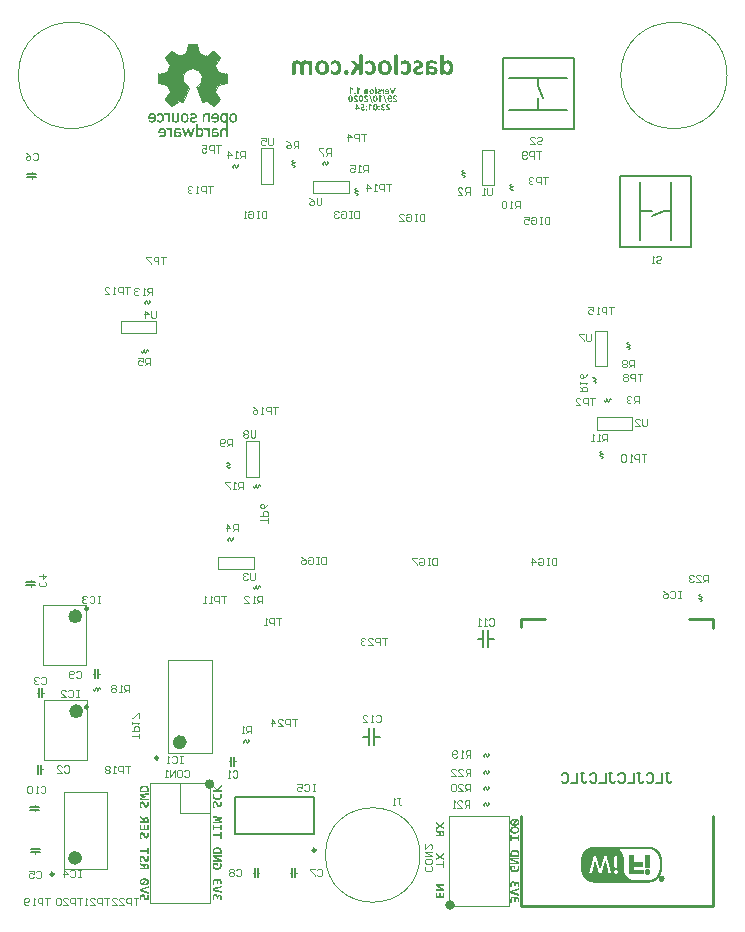
<source format=gbr>
%TF.GenerationSoftware,Altium Limited,Altium Designer,20.1.8 (145)*%
G04 Layer_Color=65535*
%FSLAX44Y44*%
%MOMM*%
%TF.SameCoordinates,743C107F-9E53-4DF5-BF78-65164CE4EDE1*%
%TF.FilePolarity,Positive*%
%TF.FileFunction,Legend,Bot*%
%TF.Part,Single*%
G01*
G75*
%TA.AperFunction,NonConductor*%
%ADD50C,0.2540*%
%ADD86C,0.4000*%
%ADD87C,0.2500*%
%ADD88C,0.6000*%
%ADD89C,0.1016*%
%ADD90C,0.1524*%
%ADD91C,0.0127*%
%ADD92C,0.2032*%
%ADD93C,0.2000*%
%ADD94C,0.1270*%
%ADD95C,0.1500*%
G36*
X-148538Y281504D02*
X-148449Y281290D01*
X-147113Y274321D01*
X-147120Y274319D01*
X-147031Y274105D01*
X-146888Y274046D01*
X-141052Y271628D01*
X-140909Y271569D01*
X-140694Y271658D01*
X-134822Y275640D01*
X-134826Y275647D01*
X-134612Y275735D01*
X-134325Y275617D01*
Y275617D01*
X-129325Y270574D01*
X-129303Y270595D01*
X-129184Y270308D01*
X-129273Y270094D01*
X-133256Y264221D01*
X-133262Y264226D01*
X-133351Y264011D01*
X-133292Y263868D01*
X-130874Y258032D01*
Y258032D01*
X-130815Y257889D01*
X-130600Y257800D01*
X-123632Y256463D01*
X-123630Y256471D01*
X-123416Y256382D01*
X-123297Y256095D01*
X-123328Y248994D01*
X-123297D01*
X-123416Y248707D01*
X-123630Y248618D01*
X-130599Y247282D01*
X-130600Y247289D01*
X-130815Y247200D01*
X-130874Y247057D01*
X-133292Y241221D01*
X-133351Y241078D01*
X-133262Y240863D01*
X-129280Y234991D01*
X-129273Y234995D01*
X-129184Y234780D01*
X-129303Y234493D01*
X-134346Y229494D01*
X-134325Y229472D01*
Y229472D01*
X-134612Y229353D01*
X-134826Y229442D01*
X-140698Y233425D01*
X-140694Y233431D01*
X-140909Y233520D01*
X-141052Y233461D01*
X-143724Y232354D01*
X-143868Y232294D01*
X-144155Y232413D01*
X-144215Y232558D01*
X-149135Y244608D01*
X-149135Y244608D01*
X-149194Y244749D01*
X-149075Y245036D01*
X-148945Y245090D01*
X-148942Y245084D01*
X-148237Y245376D01*
X-146523Y246692D01*
X-145207Y248406D01*
X-144381Y250402D01*
X-144098Y252544D01*
X-144381Y254687D01*
X-145207Y256683D01*
X-146523Y258397D01*
X-148237Y259713D01*
X-150233Y260539D01*
X-152375Y260821D01*
X-154518Y260539D01*
X-156514Y259713D01*
X-158228Y258397D01*
X-159544Y256683D01*
X-160371Y254687D01*
X-160653Y252544D01*
X-160371Y250402D01*
X-159544Y248406D01*
X-158228Y246692D01*
X-156514Y245376D01*
X-155809Y245084D01*
X-155806Y245090D01*
X-155676Y245036D01*
X-155557Y244749D01*
X-155616Y244608D01*
X-160536Y232558D01*
X-160536D01*
X-160596Y232413D01*
X-160883Y232294D01*
X-161027Y232354D01*
X-163699Y233461D01*
X-163842Y233520D01*
X-164057Y233431D01*
X-169929Y229449D01*
X-169925Y229442D01*
X-170140Y229353D01*
X-170427Y229472D01*
Y229472D01*
X-175426Y234515D01*
X-175448Y234493D01*
X-175567Y234780D01*
X-175478Y234995D01*
X-171495Y240868D01*
X-171489Y240863D01*
X-171400Y241078D01*
X-171459Y241221D01*
X-173877Y247057D01*
Y247057D01*
X-173936Y247200D01*
X-174151Y247289D01*
X-181119Y248626D01*
X-181121Y248618D01*
X-181335Y248707D01*
X-181454Y248994D01*
X-181423Y256095D01*
X-181454D01*
X-181335Y256382D01*
X-181121Y256471D01*
X-174152Y257807D01*
X-174151Y257800D01*
X-173936Y257889D01*
X-173877Y258032D01*
X-171459Y263868D01*
X-171400Y264011D01*
X-171489Y264226D01*
X-175471Y270098D01*
X-175478Y270094D01*
X-175567Y270308D01*
X-175448Y270595D01*
X-170405Y275595D01*
X-170427Y275617D01*
Y275617D01*
X-170140Y275735D01*
X-169925Y275647D01*
X-164053Y271664D01*
X-164057Y271658D01*
X-163842Y271569D01*
X-163699Y271628D01*
X-157863Y274046D01*
X-157720Y274105D01*
X-157631Y274319D01*
X-156294Y281288D01*
X-156302Y281290D01*
X-156213Y281504D01*
X-155926Y281623D01*
X-148825Y281592D01*
Y281623D01*
X-148538Y281504D01*
D02*
G37*
G36*
X-158330Y222999D02*
X-158330Y222999D01*
X-157895Y222912D01*
X-157675Y222765D01*
X-157672Y222770D01*
X-157171Y222435D01*
X-157173Y222432D01*
X-156835Y222207D01*
X-156769Y222109D01*
X-156768Y222109D01*
X-156181Y221230D01*
X-156132Y220985D01*
X-156135Y220984D01*
X-155981Y220210D01*
X-155998Y220209D01*
X-155864Y219190D01*
X-155873Y219120D01*
X-155871Y219120D01*
X-155861Y219046D01*
X-155997Y218011D01*
X-155980Y218010D01*
X-156135Y217230D01*
X-156132Y217229D01*
X-156181Y216984D01*
X-156768Y216104D01*
X-156774Y216109D01*
X-156852Y215993D01*
X-157173Y215778D01*
X-157171Y215776D01*
X-157671Y215442D01*
X-157674Y215447D01*
X-157878Y215310D01*
X-158330Y215221D01*
X-159117Y215064D01*
X-159155Y215072D01*
X-159154Y215073D01*
X-159190Y215066D01*
X-159969Y215221D01*
X-159969Y215221D01*
X-160421Y215310D01*
X-160625Y215447D01*
X-160628Y215441D01*
X-161130Y215776D01*
X-161129Y215778D01*
X-161463Y216002D01*
X-161534Y216107D01*
X-161537Y216104D01*
X-162121Y216978D01*
X-162171Y217229D01*
X-162168Y217230D01*
X-162323Y218010D01*
X-162305Y218011D01*
X-162442Y219045D01*
X-162432Y219120D01*
X-162429Y219119D01*
X-162439Y219191D01*
X-162305Y220209D01*
X-162322Y220210D01*
X-162168Y220983D01*
X-162171Y220985D01*
X-162121Y221235D01*
X-161537Y222109D01*
X-161538Y222111D01*
X-161481Y222197D01*
X-161129Y222432D01*
X-161130Y222434D01*
X-160627Y222771D01*
X-160624Y222765D01*
X-160404Y222912D01*
X-159969Y222999D01*
X-159969Y222999D01*
X-159190Y223154D01*
X-159154Y223146D01*
X-159155Y223148D01*
X-159117Y223155D01*
X-158330Y222999D01*
D02*
G37*
G36*
X-117280D02*
X-117280Y222999D01*
X-116846Y222912D01*
X-116625Y222765D01*
X-116622Y222770D01*
X-116121Y222435D01*
X-116123Y222432D01*
X-115785Y222207D01*
X-115720Y222109D01*
X-115719Y222109D01*
X-115131Y221230D01*
X-115082Y220985D01*
X-115085Y220984D01*
X-114932Y220210D01*
X-114949Y220209D01*
X-114814Y219191D01*
X-114824Y219120D01*
X-114821Y219120D01*
X-114811Y219046D01*
X-114948Y218011D01*
X-114931Y218010D01*
X-115086Y217230D01*
X-115082Y217229D01*
X-115131Y216984D01*
X-115719Y216104D01*
X-115724Y216109D01*
X-115802Y215993D01*
X-116123Y215778D01*
X-116122Y215776D01*
X-116621Y215442D01*
X-116624Y215447D01*
X-116828Y215311D01*
X-117280Y215221D01*
Y215221D01*
X-118067Y215064D01*
X-118105Y215072D01*
X-118104Y215073D01*
X-118140Y215066D01*
X-118919Y215221D01*
Y215221D01*
X-119371Y215310D01*
X-119575Y215447D01*
X-119578Y215441D01*
X-120080Y215776D01*
X-120079Y215778D01*
X-120414Y216002D01*
X-120484Y216107D01*
X-120487Y216104D01*
X-121071Y216978D01*
X-121121Y217229D01*
X-121118Y217230D01*
X-121273Y218010D01*
X-121256Y218011D01*
X-121392Y219045D01*
X-121382Y219120D01*
X-121379Y219119D01*
X-121389Y219191D01*
X-121255Y220209D01*
X-121272Y220210D01*
X-121118Y220983D01*
X-121121Y220985D01*
X-121071Y221235D01*
X-120487Y222109D01*
X-120489Y222111D01*
X-120431Y222197D01*
X-120079Y222432D01*
X-120081Y222434D01*
X-119577Y222771D01*
X-119574Y222765D01*
X-119354Y222912D01*
X-118919Y222999D01*
Y222999D01*
X-118140Y223154D01*
X-118104Y223146D01*
X-118105Y223148D01*
X-118067Y223155D01*
X-117280Y222999D01*
D02*
G37*
G36*
X-179029Y222894D02*
X-179024Y222904D01*
X-178934Y222886D01*
X-177875Y222178D01*
X-177883Y222169D01*
X-177710Y222052D01*
X-177419Y221618D01*
X-177419Y221618D01*
X-177087Y221121D01*
X-177051Y220940D01*
X-177039Y220944D01*
X-176869Y220092D01*
X-176876Y220091D01*
X-176750Y219135D01*
X-176754Y219101D01*
X-176754Y219102D01*
X-176750Y219067D01*
X-176876Y218112D01*
X-176869Y218111D01*
X-177039Y217261D01*
X-177051Y217265D01*
X-177086Y217089D01*
X-177419Y216590D01*
X-177419Y216590D01*
X-177702Y216166D01*
X-177885Y216045D01*
X-177877Y216035D01*
X-178921Y215338D01*
X-179025Y215317D01*
X-179029Y215326D01*
X-180310Y215072D01*
X-180327Y215075D01*
X-180326Y215075D01*
X-180345Y215072D01*
X-181163Y215234D01*
X-181163Y215235D01*
X-181654Y215332D01*
X-181915Y215506D01*
X-181918Y215500D01*
X-182978Y216208D01*
X-183143Y216457D01*
X-181969Y217509D01*
X-181969Y217510D01*
X-181965Y217513D01*
X-181969Y217509D01*
X-181802Y217260D01*
X-181250Y216891D01*
X-181250Y216889D01*
X-181119Y216801D01*
X-180403Y216659D01*
X-180387Y216662D01*
X-180388Y216658D01*
X-180338Y216648D01*
X-179493Y216816D01*
X-179495Y216823D01*
X-179459Y216831D01*
X-178943Y217176D01*
X-178866Y217291D01*
X-178867Y217292D01*
X-178547Y217770D01*
X-178491Y218048D01*
X-178488Y218047D01*
X-178291Y219039D01*
X-178304Y219102D01*
X-178303Y219100D01*
X-178290Y219165D01*
X-178488Y220161D01*
X-178492Y220160D01*
X-178548Y220442D01*
X-178867Y220919D01*
X-178866Y220920D01*
X-178945Y221038D01*
X-179461Y221383D01*
X-179495Y221390D01*
X-179493Y221397D01*
X-180339Y221566D01*
X-180388Y221556D01*
X-180387Y221552D01*
X-180401Y221555D01*
X-181120Y221412D01*
X-181247Y221327D01*
X-181246Y221326D01*
X-181814Y220947D01*
X-181971Y220712D01*
X-183117Y221734D01*
X-183144Y221758D01*
X-182976Y222008D01*
X-181917Y222716D01*
X-181914Y222710D01*
X-181644Y222890D01*
X-181163Y222986D01*
Y222986D01*
X-180345Y223149D01*
X-180326Y223145D01*
X-180327Y223146D01*
X-180310Y223149D01*
X-179029Y222894D01*
D02*
G37*
G36*
X-140334Y222920D02*
X-140289Y222889D01*
X-140294Y222876D01*
X-139598Y222411D01*
X-139433Y222164D01*
X-139409Y222161D01*
Y222989D01*
X-137849D01*
Y215232D01*
X-139409D01*
Y219851D01*
X-139375Y219851D01*
X-139368Y219885D01*
X-139501Y220556D01*
X-139516Y220551D01*
X-139766Y221156D01*
X-139766D01*
X-139773Y221173D01*
X-140342Y221409D01*
X-140333Y221432D01*
X-140934Y221551D01*
X-140955Y221547D01*
X-140954Y221546D01*
X-140973Y221550D01*
X-141563Y221432D01*
X-141553Y221408D01*
X-142118Y221175D01*
X-142125Y221156D01*
X-142124Y221156D01*
X-142375Y220551D01*
X-142390Y220556D01*
X-142523Y219885D01*
X-142516Y219851D01*
X-142482Y215232D01*
X-144042D01*
Y220389D01*
X-144107Y220389D01*
X-144110Y220406D01*
X-143990Y221008D01*
X-143990Y221008D01*
X-143879Y221566D01*
X-143878Y221567D01*
X-143870Y221564D01*
X-143397Y222272D01*
X-143207Y222399D01*
X-143213Y222406D01*
X-142388Y222958D01*
X-142367Y222962D01*
X-142360Y222945D01*
X-141457Y223125D01*
X-141457Y223123D01*
X-141407Y223133D01*
X-140334Y222920D01*
D02*
G37*
G36*
X-174217Y222920D02*
X-174172Y222889D01*
X-174177Y222876D01*
X-173481Y222411D01*
X-173316Y222164D01*
X-173292Y222161D01*
Y222989D01*
X-171732D01*
Y215232D01*
X-173292D01*
Y219894D01*
X-173260Y219893D01*
X-173250Y219941D01*
X-173389Y220637D01*
X-173407Y220631D01*
X-173615Y221131D01*
X-173724Y221176D01*
X-173752Y221142D01*
X-174177Y221426D01*
X-174801Y221550D01*
X-174802Y221550D01*
X-174802Y221639D01*
X-175322Y221423D01*
X-175332Y221450D01*
X-175387Y221439D01*
X-175837Y221139D01*
X-176961Y222480D01*
X-176967Y222488D01*
X-176276Y222950D01*
X-176186Y222967D01*
X-176182Y222958D01*
X-175340Y223125D01*
X-175340Y223125D01*
X-175340Y223123D01*
X-175290Y223133D01*
X-174217Y222920D01*
D02*
G37*
G36*
X-133292Y223137D02*
X-133293Y223136D01*
X-132167Y222912D01*
X-132158Y222933D01*
X-132155Y222932D01*
X-131110Y222234D01*
X-131119Y222223D01*
X-130958Y222116D01*
X-130675Y221693D01*
X-130674Y221693D01*
X-130384Y221258D01*
X-130333Y221003D01*
X-130322Y221006D01*
X-130147Y220127D01*
X-130158Y220126D01*
X-130026Y219120D01*
X-130031Y219080D01*
X-130032Y219080D01*
X-130026Y219034D01*
X-130164Y217985D01*
X-130154Y217984D01*
X-130334Y217079D01*
X-130350Y217085D01*
X-130385Y216909D01*
X-130724Y216402D01*
X-130724D01*
X-130917Y216114D01*
X-131214Y215915D01*
X-131214Y215914D01*
X-132051Y215354D01*
X-132340Y215297D01*
X-132344Y215306D01*
X-133529Y215070D01*
X-133529Y215065D01*
X-133541Y215063D01*
X-135061Y215365D01*
X-135055Y215380D01*
X-135092Y215388D01*
X-135723Y215810D01*
X-135724Y215809D01*
X-136176Y216111D01*
X-136352Y216374D01*
X-135204Y217355D01*
X-135233Y217327D01*
X-135204Y217282D01*
X-134423Y216761D01*
X-134423Y216761D01*
X-134384Y216735D01*
X-133514Y216562D01*
X-133500Y216564D01*
X-133501Y216569D01*
X-133474Y216563D01*
X-132759Y216705D01*
X-132759Y216707D01*
X-132675Y216724D01*
X-132159Y217068D01*
X-132105Y217011D01*
X-132050Y217034D01*
X-131781Y217682D01*
X-131764Y217676D01*
X-131605Y218473D01*
X-131615Y218521D01*
X-136484Y218521D01*
Y219804D01*
X-136544Y219804D01*
X-136556Y219861D01*
X-136295Y221172D01*
X-136290Y221171D01*
X-136283Y221207D01*
X-135655Y222147D01*
X-135550Y222218D01*
X-135559Y222227D01*
X-134542Y222906D01*
X-134512Y222912D01*
X-134508Y222905D01*
X-133316Y223142D01*
X-133292Y223137D01*
D02*
G37*
G36*
X-186773D02*
X-186774Y223136D01*
X-185648Y222912D01*
X-185639Y222933D01*
X-185635Y222932D01*
X-184591Y222234D01*
X-184600Y222224D01*
X-184439Y222116D01*
X-184156Y221693D01*
X-184156Y221693D01*
X-183865Y221258D01*
X-183814Y221003D01*
X-183803Y221006D01*
X-183628Y220127D01*
X-183639Y220126D01*
X-183507Y219121D01*
X-183512Y219080D01*
X-183513Y219080D01*
X-183507Y219034D01*
X-183645Y217985D01*
X-183635Y217984D01*
X-183815Y217079D01*
X-183831Y217085D01*
X-183866Y216909D01*
X-184205Y216402D01*
X-184398Y216114D01*
X-184695Y215915D01*
X-184695Y215914D01*
X-185532Y215354D01*
X-185821Y215297D01*
X-185825Y215306D01*
X-187010Y215070D01*
X-187010Y215065D01*
X-187022Y215063D01*
X-188542Y215365D01*
X-188536Y215380D01*
X-188573Y215388D01*
X-189204Y215810D01*
X-189205Y215809D01*
X-189657Y216111D01*
X-189833Y216374D01*
X-188685Y217355D01*
X-188714Y217327D01*
X-188685Y217282D01*
X-187904Y216761D01*
X-187904Y216761D01*
X-187865Y216735D01*
X-186995Y216562D01*
X-186981Y216564D01*
X-186982Y216569D01*
X-186955Y216563D01*
X-186240Y216705D01*
X-186240Y216707D01*
X-186155Y216724D01*
X-185640Y217068D01*
X-185586Y217011D01*
X-185531Y217034D01*
X-185262Y217682D01*
X-185245Y217676D01*
X-185086Y218473D01*
X-185096Y218521D01*
X-189965Y218521D01*
Y219804D01*
X-190025Y219804D01*
X-190036Y219861D01*
X-189776Y221172D01*
X-189771Y221171D01*
X-189764Y221207D01*
X-189136Y222147D01*
X-189031Y222218D01*
X-189040Y222227D01*
X-188023Y222906D01*
X-187993Y222912D01*
X-187989Y222905D01*
X-186797Y223142D01*
X-186773Y223137D01*
D02*
G37*
G36*
X-151761Y223186D02*
X-151762Y223149D01*
X-151721Y223157D01*
X-150626Y222939D01*
X-150626Y222937D01*
X-150291Y222871D01*
X-149698Y222474D01*
X-149699Y222474D01*
X-149434Y222297D01*
X-149057Y221733D01*
X-149044Y221738D01*
X-149012Y221690D01*
X-148823Y220738D01*
X-148833Y220687D01*
X-148833Y220687D01*
X-148833Y220686D01*
X-148833Y220687D01*
X-148825Y220646D01*
X-148996Y219783D01*
X-149000Y219784D01*
X-149004Y219767D01*
X-149397Y219179D01*
X-149495Y219113D01*
X-149491Y219108D01*
X-150163Y218659D01*
X-150209Y218650D01*
X-150207Y218644D01*
X-151103Y218466D01*
X-152479Y218363D01*
X-152480Y218377D01*
X-152898Y218294D01*
X-152896Y218288D01*
X-153212Y218158D01*
X-153206Y218150D01*
X-153281Y218119D01*
X-153370Y217904D01*
X-153370Y217904D01*
X-153489Y217615D01*
X-153483Y217601D01*
X-153491Y217604D01*
X-153499Y217584D01*
X-153326Y217166D01*
X-153329Y217163D01*
X-153242Y216953D01*
X-152998Y216852D01*
X-152997Y216852D01*
X-152813Y216729D01*
X-152504Y216668D01*
X-152504Y216668D01*
X-151922Y216552D01*
X-151897Y216557D01*
X-151898Y216544D01*
X-151866Y216537D01*
X-150550Y216799D01*
X-150547Y216792D01*
X-149405Y217555D01*
X-148362Y216523D01*
X-148308Y216467D01*
X-149911Y215396D01*
X-149916Y215395D01*
X-149923Y215410D01*
X-151744Y215048D01*
X-151777Y215054D01*
X-151775Y215058D01*
X-151818Y215050D01*
X-153020Y215289D01*
X-153020Y215290D01*
X-153487Y215383D01*
X-154055Y215763D01*
X-154055Y215762D01*
X-154431Y216014D01*
X-154763Y216510D01*
X-154768Y216507D01*
X-154866Y216653D01*
X-155031Y217485D01*
X-155023Y217528D01*
X-155038Y217527D01*
X-155042Y217550D01*
X-154876Y218387D01*
X-154875D01*
X-154841Y218562D01*
X-154473Y219112D01*
X-154473Y219111D01*
X-154367Y219269D01*
X-153792Y219653D01*
X-153787Y219654D01*
X-153793Y219667D01*
X-153774Y219680D01*
X-153300Y219774D01*
X-153301Y219774D01*
X-152743Y219885D01*
X-151457Y219941D01*
X-151455Y219919D01*
X-150956Y220018D01*
X-150957Y220022D01*
X-150614Y220164D01*
X-150606Y220158D01*
X-150593Y220163D01*
X-150484Y220427D01*
X-150485Y220427D01*
X-150383Y220672D01*
X-150369Y220671D01*
X-150359Y220693D01*
X-150634Y221357D01*
X-150690Y221380D01*
X-150694Y221378D01*
X-151126Y221557D01*
X-151129Y221543D01*
X-151713Y221660D01*
X-151762Y221650D01*
X-151761Y221656D01*
X-151811Y221666D01*
X-152899Y221450D01*
X-152921Y221500D01*
X-152924Y221499D01*
X-153838Y220888D01*
X-154803Y222024D01*
X-154819Y222045D01*
X-153629Y222840D01*
X-153529Y222860D01*
X-153524Y222847D01*
X-152705Y223010D01*
X-152705Y223011D01*
X-151794Y223193D01*
X-151761Y223186D01*
D02*
G37*
G36*
X-126294Y223131D02*
X-126295Y223125D01*
X-126266Y223130D01*
X-125237Y222926D01*
X-125182Y222889D01*
X-125183Y222884D01*
X-124372Y222342D01*
X-124271Y222191D01*
X-124289Y222989D01*
X-122729D01*
Y202886D01*
X-124290D01*
Y207505D01*
X-124256Y207505D01*
X-124249Y207539D01*
X-124382Y208210D01*
X-124396Y208205D01*
X-124647Y208811D01*
X-124647D01*
X-124653Y208827D01*
X-125223Y209063D01*
X-125214Y209086D01*
X-125815Y209205D01*
X-125836Y209201D01*
X-125835Y209200D01*
X-125853Y209204D01*
X-126443Y209087D01*
X-126434Y209063D01*
X-126998Y208829D01*
X-127006Y208811D01*
X-127005Y208811D01*
X-127256Y208205D01*
X-127270Y208210D01*
X-127404Y207539D01*
X-127397Y207505D01*
X-127363Y202886D01*
X-128923D01*
Y208043D01*
X-128987Y208043D01*
X-128991Y208060D01*
X-128871Y208662D01*
X-128871Y208662D01*
X-128760Y209220D01*
X-128759Y209221D01*
X-128751Y209218D01*
X-128278Y209926D01*
X-128088Y210053D01*
X-128094Y210061D01*
X-127269Y210612D01*
X-127248Y210616D01*
X-127241Y210599D01*
X-126337Y210779D01*
X-126338Y210777D01*
X-126288Y210787D01*
X-125215Y210574D01*
X-125169Y210543D01*
X-125175Y210530D01*
X-124478Y210065D01*
X-124313Y209818D01*
X-124290Y209815D01*
X-124289Y215972D01*
X-125195Y215367D01*
X-125197Y215370D01*
X-125333Y215279D01*
X-126256Y215096D01*
X-126295Y215103D01*
X-126294Y215088D01*
X-126315Y215084D01*
X-126956Y215211D01*
X-126956Y215212D01*
X-127335Y215287D01*
X-127524Y215413D01*
X-127525Y215410D01*
X-128182Y215849D01*
X-128375Y216139D01*
X-128375Y216140D01*
X-128716Y216650D01*
X-128808Y217115D01*
X-128809Y217115D01*
X-128963Y217888D01*
X-128917Y217890D01*
X-129027Y219006D01*
X-129018Y219102D01*
X-129019Y219101D01*
X-129028Y219199D01*
X-128918Y220320D01*
X-128963Y220322D01*
X-128809Y221096D01*
X-128808Y221096D01*
X-128715Y221563D01*
X-128374Y222074D01*
X-128377Y222076D01*
X-128189Y222357D01*
X-127524Y222802D01*
X-127523Y222799D01*
X-127317Y222936D01*
X-126956Y223008D01*
X-126956Y223008D01*
X-126315Y223136D01*
X-126294Y223131D01*
D02*
G37*
G36*
X-163767Y217832D02*
X-163702Y217832D01*
X-163698Y217814D01*
X-163818Y217210D01*
X-163819Y217210D01*
X-163930Y216649D01*
X-163939Y216653D01*
X-163939Y216651D01*
X-164410Y215946D01*
X-164601Y215819D01*
X-164595Y215812D01*
X-165406Y215270D01*
X-165445Y215262D01*
X-165452Y215276D01*
X-166367Y215094D01*
X-166366Y215098D01*
X-166415Y215089D01*
X-167477Y215300D01*
X-167523Y215331D01*
X-167518Y215343D01*
X-168211Y215806D01*
X-168373Y216049D01*
X-168400Y216053D01*
Y215232D01*
X-169960D01*
Y222989D01*
X-168400D01*
Y218363D01*
X-168435Y218363D01*
X-168442Y218327D01*
X-168308Y217653D01*
X-168293Y217658D01*
X-168043Y217053D01*
X-168045Y217052D01*
X-168041Y217040D01*
X-167472Y216804D01*
X-167481Y216781D01*
X-166891Y216664D01*
X-166872Y216667D01*
X-166873Y216667D01*
X-166852Y216663D01*
X-166252Y216782D01*
X-166260Y216804D01*
X-165686Y217042D01*
X-165683Y217052D01*
X-165685Y217053D01*
X-165434Y217658D01*
X-165420Y217653D01*
X-165286Y218327D01*
X-165293Y218363D01*
X-165327Y222989D01*
X-163767D01*
Y217832D01*
D02*
G37*
G36*
X-140602Y210574D02*
X-140557Y210543D01*
X-140562Y210530D01*
X-139866Y210065D01*
X-139701Y209818D01*
X-139677Y209815D01*
Y210643D01*
X-138117D01*
Y202886D01*
X-139677D01*
Y207548D01*
X-139645Y207547D01*
X-139636Y207595D01*
X-139774Y208292D01*
X-139793Y208285D01*
X-140000Y208785D01*
X-140109Y208830D01*
X-140138Y208796D01*
X-140562Y209080D01*
X-141186Y209204D01*
X-141187Y209204D01*
X-141187Y209293D01*
X-141707Y209077D01*
X-141717Y209104D01*
X-141772Y209094D01*
X-142223Y208793D01*
X-143346Y210134D01*
X-143352Y210142D01*
X-142661Y210604D01*
X-142571Y210622D01*
X-142568Y210612D01*
X-141726Y210779D01*
X-141725Y210779D01*
X-141726Y210777D01*
X-141676Y210787D01*
X-140602Y210574D01*
D02*
G37*
G36*
X-172240D02*
X-172195Y210543D01*
X-172200Y210530D01*
X-171504Y210065D01*
X-171339Y209818D01*
X-171315Y209815D01*
Y210643D01*
X-169755D01*
Y202886D01*
X-171315D01*
Y207548D01*
X-171283Y207547D01*
X-171274Y207595D01*
X-171412Y208292D01*
X-171431Y208285D01*
X-171638Y208785D01*
X-171747Y208831D01*
X-171776Y208796D01*
X-172201Y209080D01*
X-172824Y209204D01*
X-172825Y209204D01*
X-172825Y209293D01*
X-173345Y209077D01*
X-173356Y209104D01*
X-173410Y209094D01*
X-173861Y208793D01*
X-174984Y210134D01*
X-174990Y210142D01*
X-174299Y210604D01*
X-174209Y210622D01*
X-174206Y210612D01*
X-173364Y210779D01*
X-173363Y210779D01*
X-173364Y210777D01*
X-173314Y210787D01*
X-172240Y210574D01*
D02*
G37*
G36*
X-178282Y210791D02*
X-178282Y210790D01*
X-177157Y210566D01*
X-177147Y210587D01*
X-177144Y210586D01*
X-176099Y209888D01*
X-176109Y209878D01*
X-175947Y209770D01*
X-175665Y209347D01*
X-175664Y209347D01*
X-175374Y208912D01*
X-175323Y208657D01*
X-175311Y208661D01*
X-175137Y207781D01*
X-175148Y207780D01*
X-175016Y206775D01*
X-175021Y206734D01*
X-175022Y206735D01*
X-175016Y206688D01*
X-175154Y205639D01*
X-175144Y205638D01*
X-175324Y204733D01*
X-175340Y204739D01*
X-175375Y204563D01*
X-175713Y204056D01*
X-175906Y203768D01*
X-176204Y203569D01*
X-176203Y203568D01*
X-177041Y203009D01*
X-177330Y202951D01*
X-177333Y202960D01*
X-178519Y202725D01*
X-178519Y202720D01*
X-178531Y202717D01*
X-180051Y203020D01*
X-180045Y203034D01*
X-180081Y203042D01*
X-180713Y203464D01*
X-180714Y203463D01*
X-181166Y203765D01*
X-181342Y204029D01*
X-180194Y205009D01*
X-180223Y204981D01*
X-180193Y204936D01*
X-179413Y204415D01*
X-179413Y204415D01*
X-179374Y204389D01*
X-178504Y204216D01*
X-178490Y204219D01*
X-178491Y204223D01*
X-178463Y204217D01*
X-177748Y204359D01*
X-177749Y204361D01*
X-177664Y204378D01*
X-177149Y204722D01*
X-177095Y204665D01*
X-177040Y204688D01*
X-176771Y205336D01*
X-176754Y205330D01*
X-176595Y206127D01*
X-176605Y206175D01*
X-181474Y206175D01*
Y207459D01*
X-181534Y207458D01*
X-181545Y207515D01*
X-181284Y208826D01*
X-181280Y208825D01*
X-181273Y208862D01*
X-180645Y209802D01*
X-180539Y209872D01*
X-180549Y209881D01*
X-179532Y210560D01*
X-179502Y210567D01*
X-179498Y210559D01*
X-178306Y210796D01*
X-178282Y210791D01*
D02*
G37*
G36*
X-133170Y210806D02*
X-133173Y210787D01*
X-133081Y210806D01*
X-132383Y210667D01*
X-132383Y210667D01*
X-131731Y210537D01*
X-131677Y210501D01*
X-131680Y210494D01*
X-130853Y209941D01*
X-130623Y209598D01*
X-131815Y208660D01*
X-131814Y208659D01*
X-131820Y208656D01*
X-131815Y208660D01*
X-131944Y208972D01*
X-132351Y209141D01*
X-132346Y209156D01*
X-132753Y209237D01*
X-132753Y209240D01*
X-133227Y209335D01*
X-133247Y209330D01*
X-133246Y209306D01*
X-133348Y209326D01*
X-133928Y209211D01*
X-133933Y209243D01*
X-134422Y209041D01*
X-134419Y209035D01*
X-134600Y208960D01*
X-134704Y208709D01*
X-134703Y208709D01*
X-134878Y208288D01*
X-134864Y208256D01*
X-134796Y207437D01*
X-132695D01*
X-132695Y207495D01*
X-132674Y207500D01*
X-131622Y207290D01*
X-131625Y207281D01*
X-131519Y207260D01*
X-130872Y206828D01*
X-130845Y206786D01*
X-130842Y206789D01*
X-130383Y206102D01*
X-130371Y206040D01*
X-130371Y206040D01*
X-130196Y205162D01*
X-130202Y205134D01*
X-130205Y205135D01*
X-130199Y205104D01*
X-130382Y204187D01*
X-130382Y204186D01*
X-130391Y204189D01*
X-130853Y203499D01*
X-130947Y203435D01*
X-130936Y203426D01*
X-131625Y202965D01*
X-131770Y202936D01*
X-131767Y202926D01*
X-132902Y202700D01*
X-132902Y202689D01*
X-132935Y202683D01*
X-133581Y202812D01*
X-133581Y202813D01*
X-134131Y202923D01*
X-134115Y202961D01*
X-134615Y203168D01*
X-134769Y203540D01*
X-134796Y203542D01*
Y202857D01*
X-136306D01*
Y208169D01*
X-136377Y208169D01*
X-136246Y208824D01*
X-136246Y208824D01*
X-136135Y209382D01*
X-136126Y209395D01*
X-136115Y209390D01*
X-136115Y209391D01*
X-135710Y209998D01*
X-135446Y210174D01*
X-135446Y210174D01*
X-134969Y210492D01*
X-134447Y210596D01*
X-134447Y210597D01*
X-133284Y210828D01*
X-133170Y210806D01*
D02*
G37*
G36*
X-164784D02*
X-164787Y210787D01*
X-164694Y210806D01*
X-163997Y210667D01*
X-163997Y210667D01*
X-163345Y210537D01*
X-163291Y210501D01*
X-163294Y210494D01*
X-162467Y209941D01*
X-162237Y209598D01*
X-163428Y208661D01*
X-163428Y208659D01*
X-163434Y208656D01*
X-163428Y208661D01*
X-163558Y208972D01*
X-163965Y209141D01*
X-163960Y209156D01*
X-164367Y209237D01*
X-164367Y209240D01*
X-164841Y209335D01*
X-164862Y209330D01*
X-164860Y209306D01*
X-164962Y209326D01*
X-165542Y209211D01*
X-165548Y209243D01*
X-166036Y209041D01*
X-166033Y209035D01*
X-166215Y208960D01*
X-166318Y208709D01*
X-166317Y208709D01*
X-166492Y208288D01*
X-166478Y208256D01*
X-166410Y207437D01*
X-164309D01*
X-164309Y207495D01*
X-164288Y207500D01*
X-163236Y207290D01*
X-163239Y207281D01*
X-163133Y207260D01*
X-162486Y206828D01*
X-162459Y206786D01*
X-162456Y206789D01*
X-161997Y206102D01*
X-161985Y206040D01*
X-161985Y206040D01*
X-161810Y205162D01*
X-161816Y205134D01*
X-161819Y205135D01*
X-161813Y205104D01*
X-161996Y204187D01*
X-161996Y204186D01*
X-162005Y204189D01*
X-162467Y203499D01*
X-162561Y203435D01*
X-162550Y203426D01*
X-163239Y202965D01*
X-163384Y202936D01*
X-163381Y202926D01*
X-164516Y202700D01*
X-164516Y202689D01*
X-164549Y202683D01*
X-165195Y202812D01*
X-165195Y202813D01*
X-165745Y202922D01*
X-165729Y202961D01*
X-166229Y203168D01*
X-166383Y203540D01*
X-166410Y203542D01*
Y202857D01*
X-167920D01*
Y208169D01*
X-167990Y208169D01*
X-167860Y208824D01*
X-167860D01*
X-167749Y209382D01*
X-167740Y209395D01*
X-167729Y209390D01*
X-167729Y209391D01*
X-167324Y209998D01*
X-167060Y210174D01*
X-167060Y210174D01*
X-166583Y210492D01*
X-166061Y210596D01*
X-166061Y210597D01*
X-164898Y210828D01*
X-164784Y210806D01*
D02*
G37*
G36*
X-153057Y202886D02*
X-154434D01*
X-156055Y208312D01*
X-156084D01*
X-157709Y202886D01*
X-159082D01*
X-161564Y210643D01*
X-159910D01*
X-158426Y205210D01*
X-158393D01*
X-156640Y210643D01*
X-155503D01*
X-153745Y205210D01*
X-153717D01*
X-152228Y210643D01*
X-150579D01*
X-153057Y202886D01*
D02*
G37*
G36*
X-148079Y209889D02*
X-148123Y209860D01*
X-148079Y209815D01*
Y209889D01*
X-147169Y210497D01*
X-147166Y210492D01*
X-147005Y210600D01*
X-146107Y210778D01*
X-146074Y210772D01*
X-146075Y210786D01*
X-146053Y210791D01*
X-145407Y210662D01*
X-145407Y210662D01*
X-145040Y210589D01*
X-144837Y210453D01*
X-144835Y210456D01*
X-144194Y210027D01*
X-143994Y209728D01*
X-143993Y209729D01*
X-143649Y209214D01*
X-143557Y208750D01*
X-143555Y208750D01*
X-143403Y207981D01*
X-143449Y207979D01*
X-143339Y206869D01*
X-143349Y206773D01*
X-143346Y206774D01*
X-143337Y206677D01*
X-143447Y205553D01*
X-143400Y205551D01*
X-143555Y204772D01*
X-143557Y204772D01*
X-143649Y204306D01*
X-143993Y203793D01*
X-143995Y203795D01*
X-144200Y203488D01*
X-144835Y203064D01*
X-144836Y203067D01*
X-145022Y202942D01*
X-145407Y202866D01*
X-145407Y202866D01*
X-146053Y202737D01*
X-146075Y202742D01*
X-146074Y202750D01*
X-146102Y202744D01*
X-147136Y202950D01*
X-147186Y202983D01*
X-147184Y202988D01*
X-148007Y203538D01*
X-148099Y203675D01*
X-148079Y202886D01*
X-149639D01*
Y213774D01*
X-148079D01*
Y209889D01*
D02*
G37*
G36*
X120695Y-374355D02*
X121031Y-374381D01*
X121341Y-374407D01*
X121600Y-374446D01*
X121703Y-374472D01*
X121807Y-374497D01*
X121884Y-374510D01*
X121962Y-374523D01*
X122014Y-374536D01*
X122052Y-374549D01*
X122078Y-374562D01*
X122091D01*
X122350Y-374653D01*
X122595Y-374743D01*
X122802Y-374847D01*
X122970Y-374950D01*
X123112Y-375041D01*
X123216Y-375105D01*
X123268Y-375157D01*
X123294Y-375170D01*
X123462Y-375312D01*
X123604Y-375467D01*
X123720Y-375622D01*
X123823Y-375765D01*
X123901Y-375881D01*
X123953Y-375984D01*
X123979Y-376049D01*
X123992Y-376075D01*
X124069Y-376282D01*
X124121Y-376476D01*
X124173Y-376670D01*
X124199Y-376851D01*
X124211Y-377006D01*
X124224Y-377122D01*
Y-377225D01*
X124211Y-377484D01*
X124185Y-377730D01*
X124134Y-377949D01*
X124095Y-378143D01*
X124043Y-378298D01*
X123992Y-378415D01*
X123966Y-378493D01*
X123953Y-378505D01*
Y-378518D01*
X123836Y-378725D01*
X123720Y-378906D01*
X123591Y-379074D01*
X123462Y-379216D01*
X123345Y-379333D01*
X123255Y-379410D01*
X123190Y-379475D01*
X123164Y-379488D01*
X122970Y-379630D01*
X122763Y-379747D01*
X122556Y-379850D01*
X122350Y-379927D01*
X122182Y-379992D01*
X122052Y-380044D01*
X122001Y-380057D01*
X121962Y-380070D01*
X121936Y-380083D01*
X121923D01*
X121639Y-380147D01*
X121354Y-380199D01*
X121070Y-380225D01*
X120811Y-380251D01*
X120591Y-380264D01*
X120488Y-380277D01*
X120410D01*
X120346D01*
X120294D01*
X120268D01*
X120255D01*
X119880Y-380264D01*
X119544Y-380238D01*
X119247Y-380212D01*
X118988Y-380173D01*
X118872Y-380147D01*
X118768Y-380134D01*
X118691Y-380121D01*
X118613Y-380096D01*
X118562Y-380083D01*
X118523D01*
X118497Y-380070D01*
X118484D01*
X118225Y-379979D01*
X117980Y-379889D01*
X117773Y-379785D01*
X117605Y-379695D01*
X117463Y-379604D01*
X117359Y-379540D01*
X117295Y-379488D01*
X117269Y-379475D01*
X117101Y-379320D01*
X116971Y-379165D01*
X116842Y-379010D01*
X116752Y-378867D01*
X116674Y-378751D01*
X116622Y-378648D01*
X116596Y-378583D01*
X116583Y-378557D01*
X116506Y-378350D01*
X116454Y-378156D01*
X116415Y-377949D01*
X116390Y-377781D01*
X116377Y-377626D01*
X116364Y-377497D01*
Y-377393D01*
X116377Y-377135D01*
X116403Y-376889D01*
X116441Y-376670D01*
X116493Y-376476D01*
X116545Y-376333D01*
X116583Y-376217D01*
X116609Y-376139D01*
X116622Y-376114D01*
X116739Y-375907D01*
X116855Y-375726D01*
X116984Y-375558D01*
X117114Y-375415D01*
X117230Y-375312D01*
X117320Y-375221D01*
X117372Y-375170D01*
X117398Y-375157D01*
X117605Y-375015D01*
X117812Y-374898D01*
X118019Y-374782D01*
X118225Y-374704D01*
X118393Y-374640D01*
X118536Y-374588D01*
X118587Y-374575D01*
X118626Y-374562D01*
X118639Y-374549D01*
X118652D01*
X118937Y-374485D01*
X119221Y-374433D01*
X119505Y-374394D01*
X119764Y-374368D01*
X119984Y-374355D01*
X120087Y-374342D01*
X120165D01*
X120229D01*
X120281D01*
X120307D01*
X120320D01*
X120695Y-374355D01*
D02*
G37*
G36*
X120669Y-380807D02*
X120992Y-380832D01*
X121302Y-380858D01*
X121587Y-380910D01*
X121846Y-380975D01*
X122078Y-381039D01*
X122298Y-381104D01*
X122492Y-381169D01*
X122660Y-381246D01*
X122815Y-381311D01*
X122944Y-381376D01*
X123048Y-381440D01*
X123125Y-381492D01*
X123177Y-381518D01*
X123216Y-381544D01*
X123229Y-381557D01*
X123410Y-381712D01*
X123552Y-381867D01*
X123694Y-382048D01*
X123811Y-382229D01*
X123901Y-382423D01*
X123979Y-382604D01*
X124043Y-382798D01*
X124095Y-382979D01*
X124147Y-383147D01*
X124173Y-383302D01*
X124199Y-383444D01*
X124211Y-383573D01*
X124224Y-383677D01*
Y-383819D01*
X124211Y-384052D01*
X124185Y-384285D01*
X124147Y-384491D01*
X124108Y-384672D01*
X124069Y-384814D01*
X124030Y-384931D01*
X124004Y-385009D01*
X123992Y-385021D01*
Y-385034D01*
X123888Y-385241D01*
X123785Y-385435D01*
X123656Y-385603D01*
X123539Y-385745D01*
X123436Y-385862D01*
X123345Y-385952D01*
X123294Y-386004D01*
X123268Y-386030D01*
X123074Y-386172D01*
X122880Y-386301D01*
X122673Y-386418D01*
X122479Y-386508D01*
X122298Y-386586D01*
X122169Y-386637D01*
X122117Y-386663D01*
X122078Y-386676D01*
X122052Y-386689D01*
X122039D01*
X121742Y-386767D01*
X121445Y-386819D01*
X121147Y-386870D01*
X120863Y-386896D01*
X120617Y-386909D01*
X120514D01*
X120423Y-386922D01*
X120359D01*
X120307D01*
X120268D01*
X120255D01*
X119906Y-386909D01*
X119583Y-386883D01*
X119286Y-386857D01*
X119001Y-386806D01*
X118743Y-386754D01*
X118510Y-386689D01*
X118290Y-386612D01*
X118096Y-386547D01*
X117928Y-386482D01*
X117773Y-386405D01*
X117644Y-386340D01*
X117540Y-386288D01*
X117463Y-386237D01*
X117411Y-386198D01*
X117372Y-386185D01*
X117359Y-386172D01*
X117178Y-386017D01*
X117036Y-385862D01*
X116894Y-385681D01*
X116790Y-385500D01*
X116687Y-385306D01*
X116609Y-385125D01*
X116545Y-384931D01*
X116493Y-384750D01*
X116441Y-384582D01*
X116415Y-384427D01*
X116390Y-384285D01*
X116377Y-384155D01*
Y-384052D01*
X116364Y-383974D01*
Y-383909D01*
X116377Y-383677D01*
X116403Y-383444D01*
X116428Y-383237D01*
X116480Y-383056D01*
X116519Y-382914D01*
X116545Y-382798D01*
X116571Y-382720D01*
X116583Y-382694D01*
X116687Y-382487D01*
X116790Y-382306D01*
X116907Y-382138D01*
X117023Y-381983D01*
X117127Y-381867D01*
X117217Y-381789D01*
X117269Y-381725D01*
X117295Y-381712D01*
X117488Y-381557D01*
X117695Y-381427D01*
X117902Y-381311D01*
X118096Y-381220D01*
X118277Y-381143D01*
X118406Y-381078D01*
X118458Y-381065D01*
X118497Y-381052D01*
X118523Y-381039D01*
X118536D01*
X118833Y-380962D01*
X119130Y-380897D01*
X119428Y-380858D01*
X119712Y-380820D01*
X119958Y-380807D01*
X120061D01*
X120152Y-380794D01*
X120216D01*
X120268D01*
X120307D01*
X120320D01*
X120669Y-380807D01*
D02*
G37*
G36*
X124095Y-392817D02*
X122931D01*
Y-391150D01*
X117669D01*
Y-392817D01*
X116493D01*
Y-388021D01*
X117669D01*
Y-389689D01*
X122931D01*
Y-388021D01*
X124095D01*
Y-392817D01*
D02*
G37*
G36*
X120734Y-400574D02*
X121057Y-400600D01*
X121341Y-400626D01*
X121587Y-400665D01*
X121781Y-400717D01*
X121858Y-400730D01*
X121923Y-400743D01*
X121988Y-400756D01*
X122027Y-400768D01*
X122039Y-400781D01*
X122052D01*
X122298Y-400872D01*
X122531Y-400975D01*
X122725Y-401092D01*
X122893Y-401195D01*
X123022Y-401286D01*
X123125Y-401363D01*
X123177Y-401415D01*
X123203Y-401441D01*
X123358Y-401609D01*
X123500Y-401803D01*
X123617Y-401984D01*
X123707Y-402152D01*
X123785Y-402307D01*
X123836Y-402423D01*
X123862Y-402514D01*
X123875Y-402527D01*
Y-402540D01*
X123953Y-402785D01*
X124004Y-403044D01*
X124043Y-403302D01*
X124069Y-403535D01*
X124082Y-403742D01*
X124095Y-403833D01*
Y-406302D01*
X116493D01*
Y-404375D01*
X116506Y-404013D01*
X116532Y-403677D01*
X116583Y-403393D01*
X116635Y-403134D01*
X116648Y-403031D01*
X116674Y-402928D01*
X116700Y-402850D01*
X116726Y-402785D01*
X116739Y-402734D01*
X116752Y-402682D01*
X116764Y-402669D01*
Y-402656D01*
X116881Y-402397D01*
X116997Y-402165D01*
X117127Y-401958D01*
X117256Y-401790D01*
X117372Y-401648D01*
X117463Y-401544D01*
X117514Y-401492D01*
X117540Y-401467D01*
X117747Y-401298D01*
X117954Y-401156D01*
X118161Y-401040D01*
X118355Y-400949D01*
X118523Y-400872D01*
X118665Y-400820D01*
X118717Y-400807D01*
X118756Y-400794D01*
X118768Y-400781D01*
X118781D01*
X119053Y-400704D01*
X119337Y-400652D01*
X119609Y-400613D01*
X119854Y-400587D01*
X120074Y-400574D01*
X120165Y-400562D01*
X120242D01*
X120294D01*
X120346D01*
X120372D01*
X120385D01*
X120734Y-400574D01*
D02*
G37*
G36*
X124095Y-408616D02*
X121988D01*
X118639D01*
X119518Y-408991D01*
X124095Y-411060D01*
Y-412818D01*
X116493D01*
Y-411512D01*
X118846D01*
X122001D01*
X121018Y-411098D01*
X116493Y-409069D01*
Y-407310D01*
X124095D01*
Y-408616D01*
D02*
G37*
G36*
X120889Y-416606D02*
X119712D01*
Y-415313D01*
X117760D01*
X117747Y-415378D01*
X117721Y-415429D01*
X117708Y-415468D01*
Y-415481D01*
X117695Y-415546D01*
X117682Y-415597D01*
X117669Y-415636D01*
Y-415649D01*
X117657Y-415714D01*
Y-415779D01*
X117644Y-415830D01*
Y-416076D01*
X117657Y-416270D01*
X117669Y-416464D01*
X117695Y-416619D01*
X117734Y-416761D01*
X117760Y-416865D01*
X117786Y-416955D01*
X117799Y-417007D01*
X117812Y-417020D01*
X117889Y-417162D01*
X117967Y-417278D01*
X118057Y-417395D01*
X118135Y-417485D01*
X118212Y-417550D01*
X118277Y-417614D01*
X118316Y-417640D01*
X118329Y-417653D01*
X118600Y-417808D01*
X118743Y-417873D01*
X118872Y-417925D01*
X118988Y-417963D01*
X119079Y-417989D01*
X119130Y-418015D01*
X119156D01*
X119531Y-418080D01*
X119725Y-418093D01*
X119893Y-418106D01*
X120035Y-418119D01*
X120152D01*
X120229D01*
X120242D01*
X120255D01*
X120488Y-418106D01*
X120695Y-418093D01*
X120889Y-418067D01*
X121057Y-418041D01*
X121186Y-418015D01*
X121290Y-418002D01*
X121354Y-417976D01*
X121380D01*
X121561Y-417912D01*
X121729Y-417847D01*
X121871Y-417783D01*
X121988Y-417718D01*
X122091Y-417653D01*
X122156Y-417602D01*
X122207Y-417576D01*
X122220Y-417563D01*
X122350Y-417459D01*
X122453Y-417343D01*
X122544Y-417226D01*
X122621Y-417123D01*
X122673Y-417020D01*
X122712Y-416942D01*
X122738Y-416890D01*
X122751Y-416878D01*
X122815Y-416722D01*
X122867Y-416554D01*
X122893Y-416399D01*
X122919Y-416244D01*
X122931Y-416128D01*
X122944Y-416024D01*
Y-415740D01*
X122919Y-415546D01*
X122906Y-415365D01*
X122880Y-415210D01*
X122854Y-415080D01*
X122828Y-414977D01*
X122815Y-414912D01*
X122802Y-414887D01*
X122751Y-414692D01*
X122699Y-414524D01*
X122647Y-414356D01*
X122595Y-414214D01*
X122544Y-414098D01*
X122518Y-414007D01*
X122492Y-413956D01*
X122479Y-413930D01*
X123888D01*
X123979Y-414305D01*
X124030Y-414473D01*
X124056Y-414628D01*
X124082Y-414757D01*
X124108Y-414848D01*
X124121Y-414912D01*
Y-414938D01*
X124185Y-415300D01*
X124199Y-415468D01*
X124211Y-415623D01*
X124224Y-415753D01*
Y-415947D01*
X124211Y-416270D01*
X124185Y-416567D01*
X124134Y-416826D01*
X124082Y-417058D01*
X124030Y-417252D01*
X124004Y-417330D01*
X123979Y-417395D01*
X123966Y-417459D01*
X123953Y-417498D01*
X123940Y-417511D01*
Y-417524D01*
X123823Y-417770D01*
X123707Y-417989D01*
X123578Y-418196D01*
X123449Y-418364D01*
X123332Y-418493D01*
X123242Y-418597D01*
X123177Y-418662D01*
X123151Y-418688D01*
X122944Y-418856D01*
X122738Y-418998D01*
X122518Y-419114D01*
X122324Y-419218D01*
X122143Y-419295D01*
X122014Y-419347D01*
X121962Y-419373D01*
X121923Y-419386D01*
X121897Y-419399D01*
X121884D01*
X121600Y-419476D01*
X121302Y-419541D01*
X121018Y-419580D01*
X120746Y-419618D01*
X120527Y-419631D01*
X120423D01*
X120346Y-419644D01*
X120268D01*
X120216D01*
X120191D01*
X120178D01*
X119841Y-419631D01*
X119531Y-419605D01*
X119247Y-419567D01*
X119001Y-419528D01*
X118807Y-419489D01*
X118717Y-419463D01*
X118652Y-419450D01*
X118600Y-419437D01*
X118562Y-419424D01*
X118536Y-419412D01*
X118523D01*
X118264Y-419321D01*
X118032Y-419205D01*
X117825Y-419101D01*
X117657Y-418985D01*
X117514Y-418894D01*
X117411Y-418817D01*
X117346Y-418752D01*
X117320Y-418739D01*
X117152Y-418571D01*
X117010Y-418390D01*
X116881Y-418209D01*
X116777Y-418041D01*
X116700Y-417886D01*
X116648Y-417770D01*
X116609Y-417692D01*
X116596Y-417679D01*
Y-417666D01*
X116519Y-417421D01*
X116467Y-417175D01*
X116415Y-416942D01*
X116390Y-416722D01*
X116377Y-416528D01*
Y-416451D01*
X116364Y-416373D01*
Y-415998D01*
X116377Y-415766D01*
X116403Y-415559D01*
X116428Y-415365D01*
X116441Y-415223D01*
X116467Y-415106D01*
X116480Y-415029D01*
Y-415003D01*
X116519Y-414796D01*
X116583Y-414589D01*
X116635Y-414408D01*
X116700Y-414240D01*
X116752Y-414098D01*
X116790Y-413994D01*
X116816Y-413930D01*
X116829Y-413904D01*
X120889D01*
Y-416606D01*
D02*
G37*
G36*
X119066Y-427104D02*
X119169Y-427130D01*
X119273Y-427143D01*
X119350Y-427169D01*
X119402Y-427195D01*
X119441Y-427207D01*
X119454D01*
X119661Y-427311D01*
X119751Y-427363D01*
X119829Y-427414D01*
X119880Y-427466D01*
X119932Y-427505D01*
X119958Y-427531D01*
X119971Y-427544D01*
X120126Y-427712D01*
X120229Y-427867D01*
X120281Y-427944D01*
X120307Y-427996D01*
X120333Y-428035D01*
Y-428048D01*
X120423Y-428268D01*
X120462Y-428384D01*
X120488Y-428487D01*
X120514Y-428578D01*
X120527Y-428643D01*
X120540Y-428694D01*
Y-428707D01*
X120630Y-428500D01*
X120746Y-428332D01*
X120850Y-428177D01*
X120953Y-428048D01*
X121057Y-427944D01*
X121134Y-427880D01*
X121186Y-427828D01*
X121199Y-427815D01*
X121367Y-427712D01*
X121548Y-427634D01*
X121742Y-427569D01*
X121910Y-427531D01*
X122078Y-427505D01*
X122194Y-427492D01*
X122246D01*
X122285D01*
X122298D01*
X122311D01*
X122466Y-427505D01*
X122621Y-427518D01*
X122751Y-427544D01*
X122867Y-427569D01*
X122970Y-427608D01*
X123035Y-427634D01*
X123087Y-427647D01*
X123099Y-427660D01*
X123229Y-427725D01*
X123345Y-427802D01*
X123449Y-427893D01*
X123539Y-427970D01*
X123617Y-428035D01*
X123668Y-428100D01*
X123694Y-428138D01*
X123707Y-428151D01*
X123798Y-428280D01*
X123875Y-428410D01*
X123940Y-428552D01*
X123992Y-428668D01*
X124030Y-428785D01*
X124056Y-428875D01*
X124082Y-428927D01*
Y-428953D01*
X124134Y-429134D01*
X124160Y-429315D01*
X124185Y-429496D01*
X124211Y-429664D01*
Y-429819D01*
X124224Y-429935D01*
Y-430233D01*
X124211Y-430401D01*
Y-430465D01*
X124199Y-430517D01*
Y-430556D01*
X124185Y-430724D01*
X124160Y-430879D01*
X124147Y-430944D01*
Y-430995D01*
X124134Y-431021D01*
Y-431034D01*
X124108Y-431202D01*
X124069Y-431357D01*
X124056Y-431422D01*
X124043Y-431474D01*
X124030Y-431500D01*
Y-431513D01*
X123992Y-431681D01*
X123953Y-431849D01*
X123927Y-431913D01*
X123914Y-431965D01*
X123901Y-431991D01*
Y-432004D01*
X122712D01*
X122802Y-431668D01*
X122854Y-431513D01*
X122880Y-431370D01*
X122906Y-431267D01*
X122931Y-431176D01*
X122944Y-431112D01*
Y-431099D01*
X122996Y-430776D01*
X123009Y-430621D01*
X123022Y-430478D01*
X123035Y-430362D01*
Y-430194D01*
X123022Y-429974D01*
X122996Y-429780D01*
X122957Y-429625D01*
X122919Y-429496D01*
X122867Y-429392D01*
X122828Y-429315D01*
X122802Y-429276D01*
X122789Y-429263D01*
X122686Y-429160D01*
X122570Y-429082D01*
X122453Y-429030D01*
X122337Y-428992D01*
X122233Y-428966D01*
X122156Y-428953D01*
X122104D01*
X122078D01*
X121923Y-428966D01*
X121781Y-428992D01*
X121729Y-429005D01*
X121690Y-429017D01*
X121664Y-429030D01*
X121651D01*
X121509Y-429108D01*
X121393Y-429185D01*
X121315Y-429263D01*
X121302Y-429276D01*
X121290Y-429289D01*
X121186Y-429444D01*
X121109Y-429599D01*
X121083Y-429664D01*
X121057Y-429716D01*
X121044Y-429754D01*
Y-429767D01*
X121018Y-429884D01*
X121005Y-430013D01*
X120979Y-430129D01*
Y-430259D01*
X120966Y-430362D01*
Y-431293D01*
X119880D01*
Y-430284D01*
X119867Y-430116D01*
X119854Y-429974D01*
X119841Y-429858D01*
X119816Y-429754D01*
X119803Y-429690D01*
X119790Y-429638D01*
Y-429625D01*
X119764Y-429496D01*
X119725Y-429392D01*
X119686Y-429289D01*
X119648Y-429211D01*
X119622Y-429147D01*
X119596Y-429095D01*
X119583Y-429069D01*
X119570Y-429056D01*
X119454Y-428901D01*
X119337Y-428798D01*
X119298Y-428759D01*
X119260Y-428733D01*
X119234Y-428707D01*
X119221D01*
X119066Y-428643D01*
X118924Y-428604D01*
X118859Y-428591D01*
X118807D01*
X118781D01*
X118768D01*
X118574Y-428604D01*
X118484Y-428630D01*
X118406Y-428643D01*
X118342Y-428668D01*
X118290Y-428694D01*
X118264Y-428707D01*
X118251D01*
X118096Y-428798D01*
X117980Y-428914D01*
X117941Y-428966D01*
X117902Y-429005D01*
X117889Y-429030D01*
X117876Y-429043D01*
X117773Y-429224D01*
X117708Y-429405D01*
X117682Y-429496D01*
X117657Y-429548D01*
X117644Y-429599D01*
Y-429612D01*
X117605Y-429884D01*
X117579Y-430026D01*
Y-430155D01*
X117566Y-430271D01*
Y-430621D01*
X117579Y-430802D01*
Y-430970D01*
X117592Y-431112D01*
Y-431228D01*
X117605Y-431319D01*
Y-431396D01*
X117618Y-431564D01*
X117644Y-431720D01*
X117657Y-431849D01*
X117682Y-431978D01*
X117695Y-432069D01*
X117708Y-432146D01*
X117721Y-432198D01*
Y-432211D01*
X116493D01*
X116480Y-432094D01*
X116467Y-431965D01*
X116454Y-431926D01*
Y-431849D01*
X116441Y-431694D01*
X116428Y-431564D01*
X116415Y-431513D01*
Y-431435D01*
X116403Y-431267D01*
Y-431138D01*
X116390Y-431073D01*
Y-430995D01*
X116377Y-430840D01*
Y-430582D01*
X116390Y-430259D01*
X116403Y-429961D01*
X116428Y-429703D01*
X116467Y-429483D01*
X116493Y-429289D01*
X116519Y-429160D01*
X116532Y-429108D01*
Y-429069D01*
X116545Y-429056D01*
Y-429043D01*
X116609Y-428811D01*
X116687Y-428591D01*
X116764Y-428410D01*
X116842Y-428255D01*
X116920Y-428125D01*
X116971Y-428035D01*
X117010Y-427970D01*
X117023Y-427957D01*
X117152Y-427802D01*
X117282Y-427673D01*
X117411Y-427556D01*
X117527Y-427466D01*
X117644Y-427401D01*
X117721Y-427350D01*
X117773Y-427324D01*
X117799Y-427311D01*
X117967Y-427233D01*
X118148Y-427182D01*
X118316Y-427143D01*
X118471Y-427117D01*
X118613Y-427104D01*
X118717Y-427091D01*
X118781D01*
X118807D01*
X119066Y-427104D01*
D02*
G37*
G36*
X124095Y-434551D02*
X119596Y-435831D01*
X118006Y-436257D01*
X119505Y-436671D01*
X124095Y-437951D01*
Y-439580D01*
X116493Y-437253D01*
Y-435365D01*
X124095Y-433025D01*
Y-434551D01*
D02*
G37*
G36*
X119066Y-440214D02*
X119169Y-440239D01*
X119273Y-440252D01*
X119350Y-440278D01*
X119402Y-440304D01*
X119441Y-440317D01*
X119454D01*
X119661Y-440420D01*
X119751Y-440472D01*
X119829Y-440524D01*
X119880Y-440576D01*
X119932Y-440614D01*
X119958Y-440640D01*
X119971Y-440653D01*
X120126Y-440821D01*
X120229Y-440976D01*
X120281Y-441054D01*
X120307Y-441106D01*
X120333Y-441144D01*
Y-441157D01*
X120423Y-441377D01*
X120462Y-441493D01*
X120488Y-441597D01*
X120514Y-441688D01*
X120527Y-441752D01*
X120540Y-441804D01*
Y-441817D01*
X120630Y-441610D01*
X120746Y-441442D01*
X120850Y-441287D01*
X120953Y-441157D01*
X121057Y-441054D01*
X121134Y-440989D01*
X121186Y-440938D01*
X121199Y-440925D01*
X121367Y-440821D01*
X121548Y-440744D01*
X121742Y-440679D01*
X121910Y-440640D01*
X122078Y-440614D01*
X122194Y-440602D01*
X122246D01*
X122285D01*
X122298D01*
X122311D01*
X122466Y-440614D01*
X122621Y-440627D01*
X122751Y-440653D01*
X122867Y-440679D01*
X122970Y-440718D01*
X123035Y-440744D01*
X123087Y-440757D01*
X123099Y-440770D01*
X123229Y-440834D01*
X123345Y-440912D01*
X123449Y-441002D01*
X123539Y-441080D01*
X123617Y-441144D01*
X123668Y-441209D01*
X123694Y-441248D01*
X123707Y-441261D01*
X123798Y-441390D01*
X123875Y-441519D01*
X123940Y-441662D01*
X123992Y-441778D01*
X124030Y-441894D01*
X124056Y-441985D01*
X124082Y-442037D01*
Y-442062D01*
X124134Y-442243D01*
X124160Y-442424D01*
X124185Y-442605D01*
X124211Y-442774D01*
Y-442929D01*
X124224Y-443045D01*
Y-443342D01*
X124211Y-443510D01*
Y-443575D01*
X124199Y-443627D01*
Y-443666D01*
X124185Y-443834D01*
X124160Y-443989D01*
X124147Y-444053D01*
Y-444105D01*
X124134Y-444131D01*
Y-444144D01*
X124108Y-444312D01*
X124069Y-444467D01*
X124056Y-444532D01*
X124043Y-444584D01*
X124030Y-444609D01*
Y-444622D01*
X123992Y-444790D01*
X123953Y-444958D01*
X123927Y-445023D01*
X123914Y-445075D01*
X123901Y-445101D01*
Y-445113D01*
X122712D01*
X122802Y-444777D01*
X122854Y-444622D01*
X122880Y-444480D01*
X122906Y-444377D01*
X122931Y-444286D01*
X122944Y-444221D01*
Y-444208D01*
X122996Y-443885D01*
X123009Y-443730D01*
X123022Y-443588D01*
X123035Y-443472D01*
Y-443303D01*
X123022Y-443084D01*
X122996Y-442890D01*
X122957Y-442735D01*
X122919Y-442605D01*
X122867Y-442502D01*
X122828Y-442424D01*
X122802Y-442386D01*
X122789Y-442373D01*
X122686Y-442269D01*
X122570Y-442192D01*
X122453Y-442140D01*
X122337Y-442101D01*
X122233Y-442075D01*
X122156Y-442062D01*
X122104D01*
X122078D01*
X121923Y-442075D01*
X121781Y-442101D01*
X121729Y-442114D01*
X121690Y-442127D01*
X121664Y-442140D01*
X121651D01*
X121509Y-442217D01*
X121393Y-442295D01*
X121315Y-442373D01*
X121302Y-442386D01*
X121290Y-442398D01*
X121186Y-442554D01*
X121109Y-442709D01*
X121083Y-442774D01*
X121057Y-442825D01*
X121044Y-442864D01*
Y-442877D01*
X121018Y-442993D01*
X121005Y-443122D01*
X120979Y-443239D01*
Y-443368D01*
X120966Y-443472D01*
Y-444403D01*
X119880D01*
Y-443394D01*
X119867Y-443226D01*
X119854Y-443084D01*
X119841Y-442967D01*
X119816Y-442864D01*
X119803Y-442799D01*
X119790Y-442748D01*
Y-442735D01*
X119764Y-442605D01*
X119725Y-442502D01*
X119686Y-442398D01*
X119648Y-442321D01*
X119622Y-442256D01*
X119596Y-442205D01*
X119583Y-442179D01*
X119570Y-442166D01*
X119454Y-442011D01*
X119337Y-441907D01*
X119298Y-441869D01*
X119260Y-441843D01*
X119234Y-441817D01*
X119221D01*
X119066Y-441752D01*
X118924Y-441713D01*
X118859Y-441700D01*
X118807D01*
X118781D01*
X118768D01*
X118574Y-441713D01*
X118484Y-441739D01*
X118406Y-441752D01*
X118342Y-441778D01*
X118290Y-441804D01*
X118264Y-441817D01*
X118251D01*
X118096Y-441907D01*
X117980Y-442024D01*
X117941Y-442075D01*
X117902Y-442114D01*
X117889Y-442140D01*
X117876Y-442153D01*
X117773Y-442334D01*
X117708Y-442515D01*
X117682Y-442605D01*
X117657Y-442657D01*
X117644Y-442709D01*
Y-442722D01*
X117605Y-442993D01*
X117579Y-443135D01*
Y-443265D01*
X117566Y-443381D01*
Y-443730D01*
X117579Y-443911D01*
Y-444079D01*
X117592Y-444221D01*
Y-444338D01*
X117605Y-444428D01*
Y-444506D01*
X117618Y-444674D01*
X117644Y-444829D01*
X117657Y-444958D01*
X117682Y-445088D01*
X117695Y-445178D01*
X117708Y-445256D01*
X117721Y-445308D01*
Y-445320D01*
X116493D01*
X116480Y-445204D01*
X116467Y-445075D01*
X116454Y-445036D01*
Y-444958D01*
X116441Y-444803D01*
X116428Y-444674D01*
X116415Y-444622D01*
Y-444545D01*
X116403Y-444377D01*
Y-444247D01*
X116390Y-444183D01*
Y-444105D01*
X116377Y-443950D01*
Y-443691D01*
X116390Y-443368D01*
X116403Y-443071D01*
X116428Y-442812D01*
X116467Y-442593D01*
X116493Y-442398D01*
X116519Y-442269D01*
X116532Y-442217D01*
Y-442179D01*
X116545Y-442166D01*
Y-442153D01*
X116609Y-441920D01*
X116687Y-441700D01*
X116764Y-441519D01*
X116842Y-441364D01*
X116920Y-441235D01*
X116971Y-441144D01*
X117010Y-441080D01*
X117023Y-441067D01*
X117152Y-440912D01*
X117282Y-440783D01*
X117411Y-440666D01*
X117527Y-440576D01*
X117644Y-440511D01*
X117721Y-440459D01*
X117773Y-440433D01*
X117799Y-440420D01*
X117967Y-440343D01*
X118148Y-440291D01*
X118316Y-440252D01*
X118471Y-440227D01*
X118613Y-440214D01*
X118717Y-440201D01*
X118781D01*
X118807D01*
X119066Y-440214D01*
D02*
G37*
G36*
X57137Y-379376D02*
X60796Y-377217D01*
Y-378911D01*
X58158Y-380229D01*
X60796Y-381600D01*
Y-383281D01*
X57098Y-381109D01*
X53194Y-383436D01*
Y-381703D01*
X55986Y-380268D01*
X53194Y-378807D01*
Y-376984D01*
X57137Y-379376D01*
D02*
G37*
G36*
X55741Y-385000D02*
X55909Y-385091D01*
X56064Y-385168D01*
X56193Y-385246D01*
X56297Y-385323D01*
X56387Y-385375D01*
X56439Y-385427D01*
X56478Y-385453D01*
X56491Y-385466D01*
X56581Y-385556D01*
X56646Y-385647D01*
X56697Y-385737D01*
X56749Y-385815D01*
X56775Y-385879D01*
X56788Y-385931D01*
X56801Y-385970D01*
Y-385983D01*
X56865Y-385724D01*
X56891Y-385608D01*
X56930Y-385504D01*
X56956Y-385427D01*
X56982Y-385362D01*
X57008Y-385323D01*
Y-385310D01*
X57124Y-385091D01*
X57189Y-385000D01*
X57253Y-384922D01*
X57305Y-384871D01*
X57344Y-384819D01*
X57370Y-384793D01*
X57383Y-384780D01*
X57576Y-384638D01*
X57758Y-384535D01*
X57835Y-384496D01*
X57900Y-384470D01*
X57938Y-384444D01*
X57951D01*
X58197Y-384367D01*
X58326Y-384341D01*
X58443Y-384328D01*
X58546Y-384315D01*
X58624D01*
X58675D01*
X58688D01*
X58895Y-384328D01*
X59089Y-384341D01*
X59257Y-384380D01*
X59399Y-384418D01*
X59516Y-384457D01*
X59593Y-384483D01*
X59658Y-384509D01*
X59671Y-384522D01*
X59813Y-384599D01*
X59942Y-384690D01*
X60046Y-384780D01*
X60149Y-384871D01*
X60214Y-384948D01*
X60279Y-385013D01*
X60304Y-385065D01*
X60317Y-385078D01*
X60408Y-385220D01*
X60486Y-385362D01*
X60550Y-385504D01*
X60602Y-385647D01*
X60628Y-385763D01*
X60654Y-385853D01*
X60679Y-385918D01*
Y-385944D01*
X60744Y-386345D01*
X60770Y-386526D01*
X60783Y-386707D01*
X60796Y-386862D01*
Y-389292D01*
X53194D01*
Y-387857D01*
X56348D01*
Y-387586D01*
X56335Y-387457D01*
X56322Y-387327D01*
X56297Y-387224D01*
X56258Y-387133D01*
X56219Y-387056D01*
X56193Y-387004D01*
X56180Y-386965D01*
X56167Y-386952D01*
X56090Y-386862D01*
X56012Y-386771D01*
X55831Y-386642D01*
X55754Y-386603D01*
X55689Y-386564D01*
X55650Y-386539D01*
X55637D01*
X53194Y-385466D01*
Y-383785D01*
X55741Y-385000D01*
D02*
G37*
G36*
X57137Y-405595D02*
X60796Y-403436D01*
Y-405130D01*
X58158Y-406449D01*
X60796Y-407819D01*
Y-409500D01*
X57098Y-407328D01*
X53194Y-409655D01*
Y-407923D01*
X55986Y-406487D01*
X53194Y-405027D01*
Y-403204D01*
X57137Y-405595D01*
D02*
G37*
G36*
X60796Y-415796D02*
X59606D01*
Y-413714D01*
X53194D01*
Y-412254D01*
X59606D01*
Y-410172D01*
X60796D01*
Y-415796D01*
D02*
G37*
G36*
Y-431181D02*
X58688D01*
X55340D01*
X56219Y-431556D01*
X60796Y-433625D01*
Y-435383D01*
X53194D01*
Y-434077D01*
X55547D01*
X58701D01*
X57719Y-433663D01*
X53194Y-431634D01*
Y-429875D01*
X60796D01*
Y-431181D01*
D02*
G37*
G36*
Y-441408D02*
X53194D01*
Y-436831D01*
X54409D01*
Y-439947D01*
X56516D01*
Y-436973D01*
X57693D01*
Y-439947D01*
X59580D01*
Y-436831D01*
X60796D01*
Y-441408D01*
D02*
G37*
G36*
X-131482Y-348708D02*
X-127849Y-346122D01*
Y-347854D01*
X-131327Y-350117D01*
X-127849D01*
Y-351578D01*
X-135451D01*
Y-350117D01*
X-131780D01*
X-135451Y-347841D01*
Y-345993D01*
X-131482Y-348708D01*
D02*
G37*
G36*
X-127953Y-353220D02*
X-127914Y-353375D01*
X-127901Y-353427D01*
X-127888Y-353478D01*
X-127875Y-353504D01*
Y-353517D01*
X-127837Y-353685D01*
X-127811Y-353827D01*
Y-353892D01*
X-127798Y-353931D01*
Y-353969D01*
X-127772Y-354138D01*
X-127759Y-354280D01*
X-127746Y-354332D01*
Y-354422D01*
X-127733Y-354590D01*
Y-354913D01*
X-127746Y-355211D01*
X-127772Y-355482D01*
X-127823Y-355728D01*
X-127862Y-355935D01*
X-127914Y-356116D01*
X-127966Y-356245D01*
X-127979Y-356297D01*
X-127992Y-356335D01*
X-128005Y-356348D01*
Y-356361D01*
X-128121Y-356594D01*
X-128237Y-356801D01*
X-128366Y-356995D01*
X-128496Y-357163D01*
X-128612Y-357292D01*
X-128703Y-357396D01*
X-128767Y-357447D01*
X-128793Y-357473D01*
X-129000Y-357628D01*
X-129207Y-357771D01*
X-129427Y-357887D01*
X-129621Y-357990D01*
X-129802Y-358068D01*
X-129931Y-358120D01*
X-129983Y-358145D01*
X-130021Y-358158D01*
X-130047Y-358171D01*
X-130060D01*
X-130345Y-358249D01*
X-130642Y-358301D01*
X-130926Y-358352D01*
X-131198Y-358378D01*
X-131418Y-358391D01*
X-131521D01*
X-131599Y-358404D01*
X-131676D01*
X-131728D01*
X-131754D01*
X-131767D01*
X-132103Y-358391D01*
X-132426Y-358365D01*
X-132711Y-358339D01*
X-132943Y-358288D01*
X-133150Y-358249D01*
X-133228Y-358236D01*
X-133292Y-358223D01*
X-133344Y-358210D01*
X-133383Y-358197D01*
X-133409Y-358184D01*
X-133422D01*
X-133667Y-358094D01*
X-133900Y-357990D01*
X-134094Y-357887D01*
X-134275Y-357783D01*
X-134404Y-357680D01*
X-134508Y-357602D01*
X-134572Y-357551D01*
X-134598Y-357538D01*
X-134766Y-357370D01*
X-134908Y-357189D01*
X-135038Y-357008D01*
X-135141Y-356840D01*
X-135219Y-356684D01*
X-135270Y-356568D01*
X-135309Y-356491D01*
X-135322Y-356478D01*
Y-356465D01*
X-135400Y-356219D01*
X-135451Y-355973D01*
X-135503Y-355728D01*
X-135529Y-355508D01*
X-135542Y-355301D01*
Y-355224D01*
X-135555Y-355159D01*
Y-354823D01*
X-135542Y-354642D01*
X-135516Y-354474D01*
X-135503Y-354332D01*
X-135477Y-354202D01*
X-135464Y-354112D01*
X-135451Y-354060D01*
Y-354034D01*
X-135361Y-353672D01*
X-135322Y-353504D01*
X-135270Y-353362D01*
X-135219Y-353233D01*
X-135193Y-353129D01*
X-135167Y-353064D01*
X-135154Y-353039D01*
X-133809D01*
X-133874Y-353181D01*
X-133939Y-353323D01*
X-133952Y-353375D01*
X-133978Y-353427D01*
X-133990Y-353452D01*
Y-353465D01*
X-134042Y-353633D01*
X-134094Y-353776D01*
X-134107Y-353827D01*
X-134120Y-353879D01*
X-134133Y-353905D01*
Y-353918D01*
X-134171Y-354086D01*
X-134210Y-354228D01*
X-134223Y-354280D01*
Y-354332D01*
X-134236Y-354357D01*
Y-354370D01*
X-134249Y-354525D01*
X-134262Y-354655D01*
Y-354784D01*
X-134249Y-354978D01*
X-134236Y-355146D01*
X-134210Y-355301D01*
X-134171Y-355443D01*
X-134146Y-355547D01*
X-134120Y-355637D01*
X-134107Y-355689D01*
X-134094Y-355702D01*
X-134016Y-355844D01*
X-133939Y-355961D01*
X-133848Y-356077D01*
X-133771Y-356167D01*
X-133693Y-356245D01*
X-133629Y-356297D01*
X-133590Y-356335D01*
X-133577Y-356348D01*
X-133448Y-356439D01*
X-133305Y-356503D01*
X-133176Y-356568D01*
X-133047Y-356620D01*
X-132930Y-356659D01*
X-132840Y-356684D01*
X-132788Y-356710D01*
X-132762D01*
X-132374Y-356775D01*
X-132193Y-356801D01*
X-132025Y-356814D01*
X-131870D01*
X-131754Y-356827D01*
X-131676D01*
X-131663D01*
X-131650D01*
X-131444D01*
X-131237Y-356814D01*
X-131056Y-356788D01*
X-130901Y-356775D01*
X-130771Y-356749D01*
X-130668Y-356736D01*
X-130616Y-356723D01*
X-130590D01*
X-130409Y-356672D01*
X-130254Y-356620D01*
X-130112Y-356555D01*
X-129983Y-356503D01*
X-129892Y-356439D01*
X-129815Y-356400D01*
X-129763Y-356374D01*
X-129750Y-356361D01*
X-129621Y-356258D01*
X-129517Y-356154D01*
X-129427Y-356051D01*
X-129349Y-355948D01*
X-129284Y-355857D01*
X-129246Y-355792D01*
X-129220Y-355741D01*
X-129207Y-355728D01*
X-129142Y-355573D01*
X-129090Y-355418D01*
X-129052Y-355262D01*
X-129026Y-355120D01*
X-129013Y-354991D01*
X-129000Y-354887D01*
Y-354797D01*
X-129013Y-354512D01*
X-129026Y-354383D01*
X-129052Y-354254D01*
X-129065Y-354151D01*
X-129090Y-354073D01*
X-129103Y-354008D01*
Y-353995D01*
X-129194Y-353659D01*
X-129246Y-353491D01*
X-129297Y-353349D01*
X-129349Y-353220D01*
X-129388Y-353129D01*
X-129414Y-353064D01*
X-129427Y-353039D01*
X-128005D01*
X-127953Y-353220D01*
D02*
G37*
G36*
X-132995Y-359503D02*
X-132840Y-359516D01*
X-132711Y-359542D01*
X-132581Y-359568D01*
X-132491Y-359606D01*
X-132426Y-359632D01*
X-132374Y-359645D01*
X-132361Y-359658D01*
X-132232Y-359723D01*
X-132116Y-359787D01*
X-132025Y-359865D01*
X-131935Y-359930D01*
X-131857Y-359994D01*
X-131806Y-360033D01*
X-131780Y-360072D01*
X-131767Y-360085D01*
X-131586Y-360292D01*
X-131456Y-360473D01*
X-131405Y-360563D01*
X-131366Y-360628D01*
X-131353Y-360667D01*
X-131340Y-360679D01*
X-131211Y-360925D01*
X-131159Y-361041D01*
X-131120Y-361158D01*
X-131082Y-361248D01*
X-131056Y-361313D01*
X-131030Y-361365D01*
Y-361378D01*
X-130926Y-361636D01*
X-130888Y-361753D01*
X-130849Y-361856D01*
X-130810Y-361934D01*
X-130797Y-361998D01*
X-130771Y-362050D01*
Y-362063D01*
X-130681Y-362295D01*
X-130642Y-362399D01*
X-130603Y-362489D01*
X-130577Y-362567D01*
X-130552Y-362619D01*
X-130526Y-362658D01*
Y-362670D01*
X-130422Y-362839D01*
X-130319Y-362968D01*
X-130280Y-363019D01*
X-130241Y-363058D01*
X-130228Y-363071D01*
X-130215Y-363084D01*
X-130151Y-363136D01*
X-130073Y-363175D01*
X-129944Y-363213D01*
X-129879Y-363226D01*
X-129840Y-363239D01*
X-129815D01*
X-129802D01*
X-129659Y-363226D01*
X-129556Y-363200D01*
X-129478Y-363188D01*
X-129466Y-363175D01*
X-129452D01*
X-129349Y-363097D01*
X-129259Y-363019D01*
X-129207Y-362955D01*
X-129194Y-362942D01*
Y-362929D01*
X-129116Y-362787D01*
X-129065Y-362658D01*
X-129039Y-362593D01*
X-129026Y-362541D01*
X-129013Y-362515D01*
Y-362502D01*
X-128974Y-362283D01*
X-128961Y-362076D01*
X-128948Y-361985D01*
Y-361688D01*
X-128961Y-361546D01*
Y-361494D01*
X-128974Y-361442D01*
Y-361403D01*
X-129000Y-361222D01*
X-129026Y-361067D01*
X-129039Y-361016D01*
Y-360964D01*
X-129052Y-360938D01*
Y-360925D01*
X-129078Y-360744D01*
X-129116Y-360602D01*
X-129129Y-360537D01*
X-129142Y-360498D01*
X-129155Y-360473D01*
Y-360460D01*
X-129194Y-360304D01*
X-129233Y-360175D01*
X-129246Y-360123D01*
X-129259Y-360085D01*
X-129271Y-360059D01*
Y-360046D01*
X-127966D01*
X-127940Y-360188D01*
X-127914Y-360330D01*
X-127901Y-360382D01*
X-127888Y-360434D01*
Y-360473D01*
X-127849Y-360641D01*
X-127823Y-360783D01*
Y-360848D01*
X-127811Y-360899D01*
Y-360938D01*
X-127785Y-361106D01*
X-127759Y-361274D01*
Y-361339D01*
X-127746Y-361390D01*
Y-361429D01*
X-127733Y-361610D01*
X-127720Y-361753D01*
Y-361895D01*
X-127733Y-362179D01*
X-127746Y-362425D01*
X-127772Y-362658D01*
X-127811Y-362851D01*
X-127849Y-363007D01*
X-127875Y-363123D01*
X-127888Y-363200D01*
X-127901Y-363213D01*
Y-363226D01*
X-127979Y-363420D01*
X-128056Y-363588D01*
X-128134Y-363744D01*
X-128211Y-363873D01*
X-128276Y-363976D01*
X-128328Y-364054D01*
X-128366Y-364105D01*
X-128379Y-364118D01*
X-128496Y-364235D01*
X-128612Y-364351D01*
X-128729Y-364429D01*
X-128845Y-364506D01*
X-128935Y-364558D01*
X-129013Y-364610D01*
X-129065Y-364623D01*
X-129078Y-364636D01*
X-129233Y-364687D01*
X-129375Y-364726D01*
X-129517Y-364752D01*
X-129659Y-364765D01*
X-129763Y-364778D01*
X-129853Y-364791D01*
X-129905D01*
X-129931D01*
X-130112Y-364778D01*
X-130267Y-364765D01*
X-130409Y-364739D01*
X-130539Y-364713D01*
X-130629Y-364687D01*
X-130707Y-364661D01*
X-130758Y-364636D01*
X-130771D01*
X-131004Y-364506D01*
X-131107Y-364442D01*
X-131198Y-364364D01*
X-131263Y-364312D01*
X-131314Y-364261D01*
X-131353Y-364235D01*
X-131366Y-364222D01*
X-131534Y-364015D01*
X-131663Y-363821D01*
X-131715Y-363731D01*
X-131754Y-363666D01*
X-131767Y-363627D01*
X-131780Y-363614D01*
X-131896Y-363369D01*
X-131948Y-363252D01*
X-132000Y-363149D01*
X-132038Y-363071D01*
X-132064Y-362994D01*
X-132077Y-362955D01*
X-132090Y-362942D01*
X-132181Y-362683D01*
X-132219Y-362567D01*
X-132258Y-362464D01*
X-132297Y-362386D01*
X-132310Y-362308D01*
X-132336Y-362270D01*
Y-362257D01*
X-132426Y-362024D01*
X-132465Y-361921D01*
X-132504Y-361830D01*
X-132542Y-361765D01*
X-132568Y-361701D01*
X-132581Y-361675D01*
X-132594Y-361662D01*
X-132711Y-361481D01*
X-132814Y-361352D01*
X-132866Y-361300D01*
X-132892Y-361261D01*
X-132917Y-361248D01*
X-132930Y-361235D01*
X-133008Y-361184D01*
X-133073Y-361132D01*
X-133228Y-361093D01*
X-133292Y-361080D01*
X-133344Y-361067D01*
X-133383D01*
X-133396D01*
X-133538Y-361080D01*
X-133654Y-361106D01*
X-133745Y-361145D01*
X-133758Y-361158D01*
X-133771D01*
X-133887Y-361235D01*
X-133978Y-361313D01*
X-134042Y-361390D01*
X-134068Y-361403D01*
Y-361416D01*
X-134146Y-361559D01*
X-134197Y-361714D01*
X-134223Y-361778D01*
X-134236Y-361830D01*
X-134249Y-361869D01*
Y-361882D01*
X-134288Y-362114D01*
X-134301Y-362231D01*
Y-362334D01*
X-134314Y-362438D01*
Y-362787D01*
X-134301Y-362968D01*
Y-363045D01*
X-134288Y-363097D01*
Y-363149D01*
X-134249Y-363356D01*
X-134236Y-363459D01*
X-134223Y-363550D01*
X-134210Y-363627D01*
X-134197Y-363679D01*
X-134184Y-363718D01*
Y-363731D01*
X-134133Y-363950D01*
X-134107Y-364054D01*
X-134094Y-364144D01*
X-134068Y-364209D01*
X-134055Y-364274D01*
X-134042Y-364312D01*
Y-364325D01*
X-133978Y-364532D01*
X-133952Y-364623D01*
X-133926Y-364700D01*
X-133900Y-364765D01*
X-133874Y-364817D01*
X-133861Y-364855D01*
Y-364868D01*
X-135270D01*
X-135374Y-364468D01*
X-135413Y-364286D01*
X-135451Y-364118D01*
X-135477Y-363976D01*
X-135490Y-363860D01*
X-135503Y-363795D01*
Y-363769D01*
X-135542Y-363343D01*
X-135568Y-363149D01*
Y-362968D01*
X-135581Y-362826D01*
Y-362606D01*
X-135568Y-362360D01*
X-135555Y-362127D01*
X-135529Y-361921D01*
X-135503Y-361727D01*
X-135477Y-361584D01*
X-135464Y-361468D01*
X-135438Y-361390D01*
Y-361365D01*
X-135374Y-361158D01*
X-135309Y-360964D01*
X-135232Y-360796D01*
X-135167Y-360654D01*
X-135102Y-360524D01*
X-135051Y-360447D01*
X-135012Y-360382D01*
X-134999Y-360369D01*
X-134883Y-360227D01*
X-134753Y-360098D01*
X-134637Y-359981D01*
X-134508Y-359891D01*
X-134404Y-359813D01*
X-134327Y-359762D01*
X-134275Y-359736D01*
X-134249Y-359723D01*
X-134068Y-359645D01*
X-133887Y-359593D01*
X-133706Y-359542D01*
X-133525Y-359516D01*
X-133383Y-359503D01*
X-133266Y-359490D01*
X-133189D01*
X-133176D01*
X-133163D01*
X-132995Y-359503D01*
D02*
G37*
G36*
X-127849Y-372638D02*
Y-374293D01*
X-130086Y-374991D01*
X-131237Y-375315D01*
X-130021Y-375638D01*
X-127849Y-376310D01*
Y-377926D01*
X-135451Y-378301D01*
Y-377086D01*
X-131120Y-376956D01*
X-129440Y-376918D01*
X-130603Y-376595D01*
X-133189Y-375832D01*
Y-374927D01*
X-130603Y-374086D01*
X-129440Y-373724D01*
X-131159Y-373673D01*
X-135451Y-373531D01*
Y-372263D01*
X-127849Y-372638D01*
D02*
G37*
G36*
Y-384222D02*
X-129013D01*
Y-382555D01*
X-134275D01*
Y-384222D01*
X-135451D01*
Y-379426D01*
X-134275D01*
Y-381094D01*
X-129013D01*
Y-379426D01*
X-127849D01*
Y-384222D01*
D02*
G37*
G36*
Y-391191D02*
X-129039D01*
Y-389109D01*
X-135451D01*
Y-387649D01*
X-129039D01*
Y-385567D01*
X-127849D01*
Y-391191D01*
D02*
G37*
G36*
X-131211Y-398534D02*
X-130888Y-398560D01*
X-130603Y-398586D01*
X-130358Y-398625D01*
X-130164Y-398677D01*
X-130086Y-398689D01*
X-130021Y-398703D01*
X-129957Y-398715D01*
X-129918Y-398728D01*
X-129905Y-398741D01*
X-129892D01*
X-129647Y-398832D01*
X-129414Y-398935D01*
X-129220Y-399052D01*
X-129052Y-399155D01*
X-128923Y-399245D01*
X-128819Y-399323D01*
X-128767Y-399375D01*
X-128742Y-399401D01*
X-128586Y-399569D01*
X-128444Y-399763D01*
X-128328Y-399944D01*
X-128237Y-400112D01*
X-128160Y-400267D01*
X-128108Y-400383D01*
X-128082Y-400474D01*
X-128069Y-400487D01*
Y-400499D01*
X-127992Y-400745D01*
X-127940Y-401004D01*
X-127901Y-401262D01*
X-127875Y-401495D01*
X-127862Y-401702D01*
X-127849Y-401792D01*
Y-404262D01*
X-135451D01*
Y-402335D01*
X-135438Y-401973D01*
X-135413Y-401637D01*
X-135361Y-401353D01*
X-135309Y-401094D01*
X-135296Y-400991D01*
X-135270Y-400887D01*
X-135245Y-400810D01*
X-135219Y-400745D01*
X-135206Y-400694D01*
X-135193Y-400642D01*
X-135180Y-400629D01*
Y-400616D01*
X-135064Y-400357D01*
X-134947Y-400125D01*
X-134818Y-399918D01*
X-134689Y-399750D01*
X-134572Y-399608D01*
X-134482Y-399504D01*
X-134430Y-399452D01*
X-134404Y-399426D01*
X-134197Y-399258D01*
X-133990Y-399116D01*
X-133784Y-399000D01*
X-133590Y-398909D01*
X-133422Y-398832D01*
X-133279Y-398780D01*
X-133228Y-398767D01*
X-133189Y-398754D01*
X-133176Y-398741D01*
X-133163D01*
X-132892Y-398664D01*
X-132607Y-398612D01*
X-132336Y-398573D01*
X-132090Y-398547D01*
X-131870Y-398534D01*
X-131780Y-398521D01*
X-131702D01*
X-131650D01*
X-131599D01*
X-131573D01*
X-131560D01*
X-131211Y-398534D01*
D02*
G37*
G36*
X-127849Y-406576D02*
X-129957D01*
X-133305D01*
X-132426Y-406951D01*
X-127849Y-409020D01*
Y-410778D01*
X-135451D01*
Y-409472D01*
X-133098D01*
X-129944D01*
X-130926Y-409058D01*
X-135451Y-407029D01*
Y-405270D01*
X-127849D01*
Y-406576D01*
D02*
G37*
G36*
X-131056Y-414566D02*
X-132232D01*
Y-413273D01*
X-134184D01*
X-134197Y-413338D01*
X-134223Y-413389D01*
X-134236Y-413428D01*
Y-413441D01*
X-134249Y-413506D01*
X-134262Y-413557D01*
X-134275Y-413596D01*
Y-413609D01*
X-134288Y-413674D01*
Y-413738D01*
X-134301Y-413790D01*
Y-414036D01*
X-134288Y-414230D01*
X-134275Y-414424D01*
X-134249Y-414579D01*
X-134210Y-414721D01*
X-134184Y-414824D01*
X-134159Y-414915D01*
X-134146Y-414967D01*
X-134133Y-414980D01*
X-134055Y-415122D01*
X-133978Y-415238D01*
X-133887Y-415354D01*
X-133809Y-415445D01*
X-133732Y-415510D01*
X-133667Y-415574D01*
X-133629Y-415600D01*
X-133616Y-415613D01*
X-133344Y-415768D01*
X-133202Y-415833D01*
X-133073Y-415885D01*
X-132956Y-415923D01*
X-132866Y-415949D01*
X-132814Y-415975D01*
X-132788D01*
X-132413Y-416040D01*
X-132219Y-416053D01*
X-132051Y-416066D01*
X-131909Y-416078D01*
X-131793D01*
X-131715D01*
X-131702D01*
X-131689D01*
X-131456Y-416066D01*
X-131250Y-416053D01*
X-131056Y-416027D01*
X-130888Y-416001D01*
X-130758Y-415975D01*
X-130655Y-415962D01*
X-130590Y-415936D01*
X-130564D01*
X-130383Y-415872D01*
X-130215Y-415807D01*
X-130073Y-415742D01*
X-129957Y-415678D01*
X-129853Y-415613D01*
X-129789Y-415561D01*
X-129737Y-415536D01*
X-129724Y-415523D01*
X-129595Y-415419D01*
X-129491Y-415303D01*
X-129401Y-415186D01*
X-129323Y-415083D01*
X-129271Y-414980D01*
X-129233Y-414902D01*
X-129207Y-414850D01*
X-129194Y-414837D01*
X-129129Y-414682D01*
X-129078Y-414514D01*
X-129052Y-414359D01*
X-129026Y-414204D01*
X-129013Y-414087D01*
X-129000Y-413984D01*
Y-413700D01*
X-129026Y-413506D01*
X-129039Y-413325D01*
X-129065Y-413170D01*
X-129090Y-413040D01*
X-129116Y-412937D01*
X-129129Y-412872D01*
X-129142Y-412846D01*
X-129194Y-412652D01*
X-129246Y-412484D01*
X-129297Y-412316D01*
X-129349Y-412174D01*
X-129401Y-412058D01*
X-129427Y-411967D01*
X-129452Y-411916D01*
X-129466Y-411890D01*
X-128056D01*
X-127966Y-412265D01*
X-127914Y-412433D01*
X-127888Y-412588D01*
X-127862Y-412717D01*
X-127837Y-412808D01*
X-127823Y-412872D01*
Y-412898D01*
X-127759Y-413260D01*
X-127746Y-413428D01*
X-127733Y-413583D01*
X-127720Y-413713D01*
Y-413907D01*
X-127733Y-414230D01*
X-127759Y-414527D01*
X-127811Y-414786D01*
X-127862Y-415018D01*
X-127914Y-415212D01*
X-127940Y-415290D01*
X-127966Y-415354D01*
X-127979Y-415419D01*
X-127992Y-415458D01*
X-128005Y-415471D01*
Y-415484D01*
X-128121Y-415729D01*
X-128237Y-415949D01*
X-128366Y-416156D01*
X-128496Y-416324D01*
X-128612Y-416453D01*
X-128703Y-416557D01*
X-128767Y-416622D01*
X-128793Y-416647D01*
X-129000Y-416815D01*
X-129207Y-416958D01*
X-129427Y-417074D01*
X-129621Y-417177D01*
X-129802Y-417255D01*
X-129931Y-417307D01*
X-129983Y-417333D01*
X-130021Y-417346D01*
X-130047Y-417358D01*
X-130060D01*
X-130345Y-417436D01*
X-130642Y-417501D01*
X-130926Y-417539D01*
X-131198Y-417578D01*
X-131418Y-417591D01*
X-131521D01*
X-131599Y-417604D01*
X-131676D01*
X-131728D01*
X-131754D01*
X-131767D01*
X-132103Y-417591D01*
X-132413Y-417565D01*
X-132698Y-417527D01*
X-132943Y-417488D01*
X-133137Y-417449D01*
X-133228Y-417423D01*
X-133292Y-417410D01*
X-133344Y-417397D01*
X-133383Y-417384D01*
X-133409Y-417371D01*
X-133422D01*
X-133680Y-417281D01*
X-133913Y-417164D01*
X-134120Y-417061D01*
X-134288Y-416945D01*
X-134430Y-416854D01*
X-134534Y-416777D01*
X-134598Y-416712D01*
X-134624Y-416699D01*
X-134792Y-416531D01*
X-134934Y-416350D01*
X-135064Y-416169D01*
X-135167Y-416001D01*
X-135245Y-415846D01*
X-135296Y-415729D01*
X-135335Y-415652D01*
X-135348Y-415639D01*
Y-415626D01*
X-135426Y-415380D01*
X-135477Y-415135D01*
X-135529Y-414902D01*
X-135555Y-414682D01*
X-135568Y-414488D01*
Y-414411D01*
X-135581Y-414333D01*
Y-413958D01*
X-135568Y-413726D01*
X-135542Y-413519D01*
X-135516Y-413325D01*
X-135503Y-413182D01*
X-135477Y-413066D01*
X-135464Y-412989D01*
Y-412963D01*
X-135426Y-412756D01*
X-135361Y-412549D01*
X-135309Y-412368D01*
X-135245Y-412200D01*
X-135193Y-412058D01*
X-135154Y-411954D01*
X-135128Y-411890D01*
X-135115Y-411864D01*
X-131056D01*
Y-414566D01*
D02*
G37*
G36*
X-132879Y-425064D02*
X-132775Y-425090D01*
X-132672Y-425103D01*
X-132594Y-425129D01*
X-132542Y-425154D01*
X-132504Y-425167D01*
X-132491D01*
X-132284Y-425271D01*
X-132193Y-425322D01*
X-132116Y-425374D01*
X-132064Y-425426D01*
X-132012Y-425465D01*
X-131987Y-425490D01*
X-131974Y-425503D01*
X-131819Y-425672D01*
X-131715Y-425827D01*
X-131663Y-425904D01*
X-131637Y-425956D01*
X-131612Y-425995D01*
Y-426008D01*
X-131521Y-426227D01*
X-131482Y-426344D01*
X-131456Y-426447D01*
X-131431Y-426538D01*
X-131418Y-426602D01*
X-131405Y-426654D01*
Y-426667D01*
X-131314Y-426460D01*
X-131198Y-426292D01*
X-131095Y-426137D01*
X-130991Y-426008D01*
X-130888Y-425904D01*
X-130810Y-425840D01*
X-130758Y-425788D01*
X-130745Y-425775D01*
X-130577Y-425672D01*
X-130396Y-425594D01*
X-130202Y-425529D01*
X-130034Y-425490D01*
X-129866Y-425465D01*
X-129750Y-425452D01*
X-129698D01*
X-129659D01*
X-129647D01*
X-129634D01*
X-129478Y-425465D01*
X-129323Y-425478D01*
X-129194Y-425503D01*
X-129078Y-425529D01*
X-128974Y-425568D01*
X-128910Y-425594D01*
X-128858Y-425607D01*
X-128845Y-425620D01*
X-128716Y-425684D01*
X-128599Y-425762D01*
X-128496Y-425853D01*
X-128405Y-425930D01*
X-128328Y-425995D01*
X-128276Y-426059D01*
X-128250Y-426098D01*
X-128237Y-426111D01*
X-128147Y-426240D01*
X-128069Y-426370D01*
X-128005Y-426512D01*
X-127953Y-426628D01*
X-127914Y-426745D01*
X-127888Y-426835D01*
X-127862Y-426887D01*
Y-426913D01*
X-127811Y-427094D01*
X-127785Y-427275D01*
X-127759Y-427456D01*
X-127733Y-427624D01*
Y-427779D01*
X-127720Y-427895D01*
Y-428193D01*
X-127733Y-428361D01*
Y-428425D01*
X-127746Y-428477D01*
Y-428516D01*
X-127759Y-428684D01*
X-127785Y-428839D01*
X-127798Y-428904D01*
Y-428955D01*
X-127811Y-428981D01*
Y-428994D01*
X-127837Y-429162D01*
X-127875Y-429317D01*
X-127888Y-429382D01*
X-127901Y-429434D01*
X-127914Y-429460D01*
Y-429473D01*
X-127953Y-429641D01*
X-127992Y-429809D01*
X-128018Y-429873D01*
X-128030Y-429925D01*
X-128043Y-429951D01*
Y-429964D01*
X-129233D01*
X-129142Y-429628D01*
X-129090Y-429473D01*
X-129065Y-429330D01*
X-129039Y-429227D01*
X-129013Y-429136D01*
X-129000Y-429072D01*
Y-429059D01*
X-128948Y-428736D01*
X-128935Y-428580D01*
X-128923Y-428438D01*
X-128910Y-428322D01*
Y-428154D01*
X-128923Y-427934D01*
X-128948Y-427740D01*
X-128987Y-427585D01*
X-129026Y-427456D01*
X-129078Y-427352D01*
X-129116Y-427275D01*
X-129142Y-427236D01*
X-129155Y-427223D01*
X-129259Y-427119D01*
X-129375Y-427042D01*
X-129491Y-426990D01*
X-129608Y-426951D01*
X-129711Y-426926D01*
X-129789Y-426913D01*
X-129840D01*
X-129866D01*
X-130021Y-426926D01*
X-130164Y-426951D01*
X-130215Y-426964D01*
X-130254Y-426977D01*
X-130280Y-426990D01*
X-130293D01*
X-130435Y-427068D01*
X-130552Y-427145D01*
X-130629Y-427223D01*
X-130642Y-427236D01*
X-130655Y-427249D01*
X-130758Y-427404D01*
X-130836Y-427559D01*
X-130862Y-427624D01*
X-130888Y-427675D01*
X-130901Y-427714D01*
Y-427727D01*
X-130926Y-427844D01*
X-130939Y-427973D01*
X-130965Y-428089D01*
Y-428218D01*
X-130978Y-428322D01*
Y-429253D01*
X-132064D01*
Y-428244D01*
X-132077Y-428076D01*
X-132090Y-427934D01*
X-132103Y-427818D01*
X-132129Y-427714D01*
X-132142Y-427650D01*
X-132155Y-427598D01*
Y-427585D01*
X-132181Y-427456D01*
X-132219Y-427352D01*
X-132258Y-427249D01*
X-132297Y-427171D01*
X-132323Y-427107D01*
X-132349Y-427055D01*
X-132361Y-427029D01*
X-132374Y-427016D01*
X-132491Y-426861D01*
X-132607Y-426758D01*
X-132646Y-426719D01*
X-132685Y-426693D01*
X-132711Y-426667D01*
X-132724D01*
X-132879Y-426602D01*
X-133021Y-426564D01*
X-133085Y-426551D01*
X-133137D01*
X-133163D01*
X-133176D01*
X-133370Y-426564D01*
X-133460Y-426589D01*
X-133538Y-426602D01*
X-133603Y-426628D01*
X-133654Y-426654D01*
X-133680Y-426667D01*
X-133693D01*
X-133848Y-426758D01*
X-133965Y-426874D01*
X-134003Y-426926D01*
X-134042Y-426964D01*
X-134055Y-426990D01*
X-134068Y-427003D01*
X-134171Y-427184D01*
X-134236Y-427365D01*
X-134262Y-427456D01*
X-134288Y-427507D01*
X-134301Y-427559D01*
Y-427572D01*
X-134340Y-427844D01*
X-134365Y-427986D01*
Y-428115D01*
X-134378Y-428231D01*
Y-428580D01*
X-134365Y-428761D01*
Y-428929D01*
X-134353Y-429072D01*
Y-429188D01*
X-134340Y-429279D01*
Y-429356D01*
X-134327Y-429524D01*
X-134301Y-429679D01*
X-134288Y-429809D01*
X-134262Y-429938D01*
X-134249Y-430028D01*
X-134236Y-430106D01*
X-134223Y-430158D01*
Y-430171D01*
X-135451D01*
X-135464Y-430054D01*
X-135477Y-429925D01*
X-135490Y-429886D01*
Y-429809D01*
X-135503Y-429654D01*
X-135516Y-429524D01*
X-135529Y-429473D01*
Y-429395D01*
X-135542Y-429227D01*
Y-429098D01*
X-135555Y-429033D01*
Y-428955D01*
X-135568Y-428800D01*
Y-428542D01*
X-135555Y-428218D01*
X-135542Y-427921D01*
X-135516Y-427663D01*
X-135477Y-427443D01*
X-135451Y-427249D01*
X-135426Y-427119D01*
X-135413Y-427068D01*
Y-427029D01*
X-135400Y-427016D01*
Y-427003D01*
X-135335Y-426770D01*
X-135258Y-426551D01*
X-135180Y-426370D01*
X-135102Y-426214D01*
X-135025Y-426085D01*
X-134973Y-425995D01*
X-134934Y-425930D01*
X-134921Y-425917D01*
X-134792Y-425762D01*
X-134663Y-425633D01*
X-134534Y-425516D01*
X-134417Y-425426D01*
X-134301Y-425361D01*
X-134223Y-425309D01*
X-134171Y-425284D01*
X-134146Y-425271D01*
X-133978Y-425193D01*
X-133797Y-425141D01*
X-133629Y-425103D01*
X-133473Y-425077D01*
X-133331Y-425064D01*
X-133228Y-425051D01*
X-133163D01*
X-133137D01*
X-132879Y-425064D01*
D02*
G37*
G36*
X-127849Y-432511D02*
X-132349Y-433791D01*
X-133939Y-434217D01*
X-132439Y-434631D01*
X-127849Y-435911D01*
Y-437540D01*
X-135451Y-435213D01*
Y-433325D01*
X-127849Y-430985D01*
Y-432511D01*
D02*
G37*
G36*
X-132879Y-438173D02*
X-132775Y-438199D01*
X-132672Y-438212D01*
X-132594Y-438238D01*
X-132542Y-438264D01*
X-132504Y-438277D01*
X-132491D01*
X-132284Y-438380D01*
X-132193Y-438432D01*
X-132116Y-438484D01*
X-132064Y-438535D01*
X-132012Y-438574D01*
X-131987Y-438600D01*
X-131974Y-438613D01*
X-131819Y-438781D01*
X-131715Y-438936D01*
X-131663Y-439014D01*
X-131637Y-439066D01*
X-131612Y-439104D01*
Y-439117D01*
X-131521Y-439337D01*
X-131482Y-439453D01*
X-131456Y-439557D01*
X-131431Y-439647D01*
X-131418Y-439712D01*
X-131405Y-439764D01*
Y-439777D01*
X-131314Y-439570D01*
X-131198Y-439402D01*
X-131095Y-439246D01*
X-130991Y-439117D01*
X-130888Y-439014D01*
X-130810Y-438949D01*
X-130758Y-438898D01*
X-130745Y-438885D01*
X-130577Y-438781D01*
X-130396Y-438703D01*
X-130202Y-438639D01*
X-130034Y-438600D01*
X-129866Y-438574D01*
X-129750Y-438561D01*
X-129698D01*
X-129659D01*
X-129647D01*
X-129634D01*
X-129478Y-438574D01*
X-129323Y-438587D01*
X-129194Y-438613D01*
X-129078Y-438639D01*
X-128974Y-438678D01*
X-128910Y-438703D01*
X-128858Y-438717D01*
X-128845Y-438729D01*
X-128716Y-438794D01*
X-128599Y-438872D01*
X-128496Y-438962D01*
X-128405Y-439040D01*
X-128328Y-439104D01*
X-128276Y-439169D01*
X-128250Y-439208D01*
X-128237Y-439221D01*
X-128147Y-439350D01*
X-128069Y-439479D01*
X-128005Y-439622D01*
X-127953Y-439738D01*
X-127914Y-439854D01*
X-127888Y-439945D01*
X-127862Y-439996D01*
Y-440022D01*
X-127811Y-440203D01*
X-127785Y-440384D01*
X-127759Y-440565D01*
X-127733Y-440733D01*
Y-440888D01*
X-127720Y-441005D01*
Y-441302D01*
X-127733Y-441470D01*
Y-441535D01*
X-127746Y-441587D01*
Y-441625D01*
X-127759Y-441794D01*
X-127785Y-441949D01*
X-127798Y-442013D01*
Y-442065D01*
X-127811Y-442091D01*
Y-442104D01*
X-127837Y-442272D01*
X-127875Y-442427D01*
X-127888Y-442492D01*
X-127901Y-442543D01*
X-127914Y-442569D01*
Y-442582D01*
X-127953Y-442750D01*
X-127992Y-442918D01*
X-128018Y-442983D01*
X-128030Y-443035D01*
X-128043Y-443060D01*
Y-443073D01*
X-129233D01*
X-129142Y-442737D01*
X-129090Y-442582D01*
X-129065Y-442440D01*
X-129039Y-442337D01*
X-129013Y-442246D01*
X-129000Y-442181D01*
Y-442168D01*
X-128948Y-441845D01*
X-128935Y-441690D01*
X-128923Y-441548D01*
X-128910Y-441432D01*
Y-441263D01*
X-128923Y-441044D01*
X-128948Y-440850D01*
X-128987Y-440695D01*
X-129026Y-440565D01*
X-129078Y-440462D01*
X-129116Y-440384D01*
X-129142Y-440345D01*
X-129155Y-440332D01*
X-129259Y-440229D01*
X-129375Y-440151D01*
X-129491Y-440100D01*
X-129608Y-440061D01*
X-129711Y-440035D01*
X-129789Y-440022D01*
X-129840D01*
X-129866D01*
X-130021Y-440035D01*
X-130164Y-440061D01*
X-130215Y-440074D01*
X-130254Y-440087D01*
X-130280Y-440100D01*
X-130293D01*
X-130435Y-440177D01*
X-130552Y-440255D01*
X-130629Y-440332D01*
X-130642Y-440345D01*
X-130655Y-440358D01*
X-130758Y-440513D01*
X-130836Y-440669D01*
X-130862Y-440733D01*
X-130888Y-440785D01*
X-130901Y-440824D01*
Y-440837D01*
X-130926Y-440953D01*
X-130939Y-441082D01*
X-130965Y-441199D01*
Y-441328D01*
X-130978Y-441432D01*
Y-442362D01*
X-132064D01*
Y-441354D01*
X-132077Y-441186D01*
X-132090Y-441044D01*
X-132103Y-440927D01*
X-132129Y-440824D01*
X-132142Y-440759D01*
X-132155Y-440708D01*
Y-440695D01*
X-132181Y-440565D01*
X-132219Y-440462D01*
X-132258Y-440358D01*
X-132297Y-440281D01*
X-132323Y-440216D01*
X-132349Y-440164D01*
X-132361Y-440139D01*
X-132374Y-440126D01*
X-132491Y-439971D01*
X-132607Y-439867D01*
X-132646Y-439828D01*
X-132685Y-439803D01*
X-132711Y-439777D01*
X-132724D01*
X-132879Y-439712D01*
X-133021Y-439673D01*
X-133085Y-439660D01*
X-133137D01*
X-133163D01*
X-133176D01*
X-133370Y-439673D01*
X-133460Y-439699D01*
X-133538Y-439712D01*
X-133603Y-439738D01*
X-133654Y-439764D01*
X-133680Y-439777D01*
X-133693D01*
X-133848Y-439867D01*
X-133965Y-439983D01*
X-134003Y-440035D01*
X-134042Y-440074D01*
X-134055Y-440100D01*
X-134068Y-440113D01*
X-134171Y-440294D01*
X-134236Y-440475D01*
X-134262Y-440565D01*
X-134288Y-440617D01*
X-134301Y-440669D01*
Y-440682D01*
X-134340Y-440953D01*
X-134365Y-441095D01*
Y-441225D01*
X-134378Y-441341D01*
Y-441690D01*
X-134365Y-441871D01*
Y-442039D01*
X-134353Y-442181D01*
Y-442298D01*
X-134340Y-442388D01*
Y-442466D01*
X-134327Y-442634D01*
X-134301Y-442789D01*
X-134288Y-442918D01*
X-134262Y-443048D01*
X-134249Y-443138D01*
X-134236Y-443216D01*
X-134223Y-443267D01*
Y-443280D01*
X-135451D01*
X-135464Y-443164D01*
X-135477Y-443035D01*
X-135490Y-442996D01*
Y-442918D01*
X-135503Y-442763D01*
X-135516Y-442634D01*
X-135529Y-442582D01*
Y-442505D01*
X-135542Y-442337D01*
Y-442207D01*
X-135555Y-442142D01*
Y-442065D01*
X-135568Y-441910D01*
Y-441651D01*
X-135555Y-441328D01*
X-135542Y-441031D01*
X-135516Y-440772D01*
X-135477Y-440552D01*
X-135451Y-440358D01*
X-135426Y-440229D01*
X-135413Y-440177D01*
Y-440139D01*
X-135400Y-440126D01*
Y-440113D01*
X-135335Y-439880D01*
X-135258Y-439660D01*
X-135180Y-439479D01*
X-135102Y-439324D01*
X-135025Y-439195D01*
X-134973Y-439104D01*
X-134934Y-439040D01*
X-134921Y-439027D01*
X-134792Y-438872D01*
X-134663Y-438742D01*
X-134534Y-438626D01*
X-134417Y-438535D01*
X-134301Y-438471D01*
X-134223Y-438419D01*
X-134171Y-438393D01*
X-134146Y-438380D01*
X-133978Y-438303D01*
X-133797Y-438251D01*
X-133629Y-438212D01*
X-133473Y-438186D01*
X-133331Y-438173D01*
X-133228Y-438161D01*
X-133163D01*
X-133137D01*
X-132879Y-438173D01*
D02*
G37*
G36*
X-192943Y-346186D02*
X-192620Y-346212D01*
X-192336Y-346238D01*
X-192090Y-346277D01*
X-191896Y-346329D01*
X-191819Y-346342D01*
X-191754Y-346355D01*
X-191689Y-346367D01*
X-191651Y-346380D01*
X-191638Y-346393D01*
X-191625D01*
X-191379Y-346484D01*
X-191146Y-346587D01*
X-190952Y-346704D01*
X-190784Y-346807D01*
X-190655Y-346898D01*
X-190552Y-346975D01*
X-190500Y-347027D01*
X-190474Y-347053D01*
X-190319Y-347221D01*
X-190177Y-347415D01*
X-190060Y-347596D01*
X-189970Y-347764D01*
X-189892Y-347919D01*
X-189841Y-348035D01*
X-189815Y-348126D01*
X-189802Y-348139D01*
Y-348152D01*
X-189724Y-348397D01*
X-189672Y-348656D01*
X-189634Y-348914D01*
X-189608Y-349147D01*
X-189595Y-349354D01*
X-189582Y-349445D01*
Y-351914D01*
X-197184D01*
Y-349987D01*
X-197171Y-349626D01*
X-197145Y-349289D01*
X-197093Y-349005D01*
X-197042Y-348746D01*
X-197029Y-348643D01*
X-197003Y-348540D01*
X-196977Y-348462D01*
X-196951Y-348397D01*
X-196938Y-348346D01*
X-196925Y-348294D01*
X-196912Y-348281D01*
Y-348268D01*
X-196796Y-348009D01*
X-196680Y-347777D01*
X-196550Y-347570D01*
X-196421Y-347402D01*
X-196305Y-347260D01*
X-196214Y-347156D01*
X-196163Y-347104D01*
X-196137Y-347079D01*
X-195930Y-346911D01*
X-195723Y-346768D01*
X-195516Y-346652D01*
X-195322Y-346561D01*
X-195154Y-346484D01*
X-195012Y-346432D01*
X-194960Y-346419D01*
X-194921Y-346406D01*
X-194909Y-346393D01*
X-194896D01*
X-194624Y-346316D01*
X-194340Y-346264D01*
X-194068Y-346225D01*
X-193822Y-346199D01*
X-193603Y-346186D01*
X-193512Y-346174D01*
X-193435D01*
X-193383D01*
X-193331D01*
X-193305D01*
X-193292D01*
X-192943Y-346186D01*
D02*
G37*
G36*
X-189582Y-353827D02*
X-194598Y-354021D01*
X-195788Y-354047D01*
X-194779Y-354332D01*
X-191896Y-355224D01*
Y-356116D01*
X-194611Y-356956D01*
X-195801Y-357305D01*
X-194456Y-357357D01*
X-189582Y-357525D01*
Y-358792D01*
X-197184Y-358365D01*
Y-356762D01*
X-194857Y-356012D01*
X-193874Y-355754D01*
X-194831Y-355482D01*
X-197184Y-354732D01*
Y-353039D01*
X-189582Y-352612D01*
Y-353827D01*
D02*
G37*
G36*
X-194727Y-359593D02*
X-194572Y-359606D01*
X-194443Y-359632D01*
X-194314Y-359658D01*
X-194223Y-359697D01*
X-194159Y-359723D01*
X-194107Y-359736D01*
X-194094Y-359749D01*
X-193965Y-359813D01*
X-193848Y-359878D01*
X-193758Y-359955D01*
X-193667Y-360020D01*
X-193590Y-360085D01*
X-193538Y-360123D01*
X-193512Y-360162D01*
X-193499Y-360175D01*
X-193318Y-360382D01*
X-193189Y-360563D01*
X-193137Y-360654D01*
X-193099Y-360718D01*
X-193086Y-360757D01*
X-193073Y-360770D01*
X-192943Y-361016D01*
X-192892Y-361132D01*
X-192853Y-361248D01*
X-192814Y-361339D01*
X-192788Y-361403D01*
X-192762Y-361455D01*
Y-361468D01*
X-192659Y-361727D01*
X-192620Y-361843D01*
X-192581Y-361946D01*
X-192543Y-362024D01*
X-192530Y-362089D01*
X-192504Y-362140D01*
Y-362153D01*
X-192413Y-362386D01*
X-192374Y-362489D01*
X-192336Y-362580D01*
X-192310Y-362658D01*
X-192284Y-362709D01*
X-192258Y-362748D01*
Y-362761D01*
X-192155Y-362929D01*
X-192051Y-363058D01*
X-192013Y-363110D01*
X-191974Y-363149D01*
X-191961Y-363162D01*
X-191948Y-363175D01*
X-191883Y-363226D01*
X-191806Y-363265D01*
X-191676Y-363304D01*
X-191612Y-363317D01*
X-191573Y-363330D01*
X-191547D01*
X-191534D01*
X-191392Y-363317D01*
X-191289Y-363291D01*
X-191211Y-363278D01*
X-191198Y-363265D01*
X-191185D01*
X-191082Y-363188D01*
X-190991Y-363110D01*
X-190939Y-363045D01*
X-190926Y-363032D01*
Y-363019D01*
X-190849Y-362877D01*
X-190797Y-362748D01*
X-190771Y-362683D01*
X-190758Y-362632D01*
X-190746Y-362606D01*
Y-362593D01*
X-190707Y-362373D01*
X-190694Y-362166D01*
X-190681Y-362076D01*
Y-361778D01*
X-190694Y-361636D01*
Y-361584D01*
X-190707Y-361533D01*
Y-361494D01*
X-190733Y-361313D01*
X-190758Y-361158D01*
X-190771Y-361106D01*
Y-361054D01*
X-190784Y-361029D01*
Y-361016D01*
X-190810Y-360835D01*
X-190849Y-360692D01*
X-190862Y-360628D01*
X-190875Y-360589D01*
X-190888Y-360563D01*
Y-360550D01*
X-190926Y-360395D01*
X-190965Y-360266D01*
X-190978Y-360214D01*
X-190991Y-360175D01*
X-191004Y-360149D01*
Y-360136D01*
X-189698D01*
X-189672Y-360279D01*
X-189647Y-360421D01*
X-189634Y-360473D01*
X-189621Y-360524D01*
Y-360563D01*
X-189582Y-360731D01*
X-189556Y-360873D01*
Y-360938D01*
X-189543Y-360990D01*
Y-361029D01*
X-189517Y-361197D01*
X-189491Y-361365D01*
Y-361429D01*
X-189478Y-361481D01*
Y-361520D01*
X-189466Y-361701D01*
X-189453Y-361843D01*
Y-361985D01*
X-189466Y-362270D01*
X-189478Y-362515D01*
X-189504Y-362748D01*
X-189543Y-362942D01*
X-189582Y-363097D01*
X-189608Y-363213D01*
X-189621Y-363291D01*
X-189634Y-363304D01*
Y-363317D01*
X-189711Y-363511D01*
X-189789Y-363679D01*
X-189866Y-363834D01*
X-189944Y-363963D01*
X-190009Y-364067D01*
X-190060Y-364144D01*
X-190099Y-364196D01*
X-190112Y-364209D01*
X-190228Y-364325D01*
X-190345Y-364442D01*
X-190461Y-364519D01*
X-190577Y-364597D01*
X-190668Y-364649D01*
X-190746Y-364700D01*
X-190797Y-364713D01*
X-190810Y-364726D01*
X-190965Y-364778D01*
X-191108Y-364817D01*
X-191250Y-364842D01*
X-191392Y-364855D01*
X-191495Y-364868D01*
X-191586Y-364881D01*
X-191638D01*
X-191663D01*
X-191844Y-364868D01*
X-192000Y-364855D01*
X-192142Y-364829D01*
X-192271Y-364804D01*
X-192362Y-364778D01*
X-192439Y-364752D01*
X-192491Y-364726D01*
X-192504D01*
X-192736Y-364597D01*
X-192840Y-364532D01*
X-192930Y-364455D01*
X-192995Y-364403D01*
X-193047Y-364351D01*
X-193086Y-364325D01*
X-193099Y-364312D01*
X-193267Y-364105D01*
X-193396Y-363912D01*
X-193448Y-363821D01*
X-193486Y-363756D01*
X-193499Y-363718D01*
X-193512Y-363705D01*
X-193629Y-363459D01*
X-193680Y-363343D01*
X-193732Y-363239D01*
X-193771Y-363162D01*
X-193797Y-363084D01*
X-193810Y-363045D01*
X-193822Y-363032D01*
X-193913Y-362774D01*
X-193952Y-362658D01*
X-193991Y-362554D01*
X-194029Y-362477D01*
X-194042Y-362399D01*
X-194068Y-362360D01*
Y-362347D01*
X-194159Y-362114D01*
X-194197Y-362011D01*
X-194236Y-361921D01*
X-194275Y-361856D01*
X-194301Y-361791D01*
X-194314Y-361765D01*
X-194327Y-361753D01*
X-194443Y-361572D01*
X-194547Y-361442D01*
X-194598Y-361390D01*
X-194624Y-361352D01*
X-194650Y-361339D01*
X-194663Y-361326D01*
X-194740Y-361274D01*
X-194805Y-361222D01*
X-194960Y-361184D01*
X-195025Y-361171D01*
X-195077Y-361158D01*
X-195115D01*
X-195128D01*
X-195271Y-361171D01*
X-195387Y-361197D01*
X-195477Y-361235D01*
X-195490Y-361248D01*
X-195503D01*
X-195620Y-361326D01*
X-195710Y-361403D01*
X-195775Y-361481D01*
X-195801Y-361494D01*
Y-361507D01*
X-195878Y-361649D01*
X-195930Y-361804D01*
X-195956Y-361869D01*
X-195969Y-361921D01*
X-195982Y-361959D01*
Y-361972D01*
X-196020Y-362205D01*
X-196033Y-362321D01*
Y-362425D01*
X-196046Y-362528D01*
Y-362877D01*
X-196033Y-363058D01*
Y-363136D01*
X-196020Y-363188D01*
Y-363239D01*
X-195982Y-363446D01*
X-195969Y-363550D01*
X-195956Y-363640D01*
X-195943Y-363718D01*
X-195930Y-363769D01*
X-195917Y-363808D01*
Y-363821D01*
X-195865Y-364041D01*
X-195839Y-364144D01*
X-195826Y-364235D01*
X-195801Y-364299D01*
X-195788Y-364364D01*
X-195775Y-364403D01*
Y-364416D01*
X-195710Y-364623D01*
X-195684Y-364713D01*
X-195658Y-364791D01*
X-195632Y-364855D01*
X-195607Y-364907D01*
X-195594Y-364946D01*
Y-364959D01*
X-197003D01*
X-197106Y-364558D01*
X-197145Y-364377D01*
X-197184Y-364209D01*
X-197210Y-364067D01*
X-197223Y-363950D01*
X-197236Y-363886D01*
Y-363860D01*
X-197274Y-363433D01*
X-197300Y-363239D01*
Y-363058D01*
X-197313Y-362916D01*
Y-362696D01*
X-197300Y-362451D01*
X-197287Y-362218D01*
X-197262Y-362011D01*
X-197236Y-361817D01*
X-197210Y-361675D01*
X-197197Y-361559D01*
X-197171Y-361481D01*
Y-361455D01*
X-197106Y-361248D01*
X-197042Y-361054D01*
X-196964Y-360886D01*
X-196900Y-360744D01*
X-196835Y-360615D01*
X-196783Y-360537D01*
X-196744Y-360473D01*
X-196731Y-360460D01*
X-196615Y-360317D01*
X-196486Y-360188D01*
X-196369Y-360072D01*
X-196240Y-359981D01*
X-196137Y-359904D01*
X-196059Y-359852D01*
X-196007Y-359826D01*
X-195982Y-359813D01*
X-195801Y-359736D01*
X-195620Y-359684D01*
X-195439Y-359632D01*
X-195258Y-359606D01*
X-195115Y-359593D01*
X-194999Y-359580D01*
X-194921D01*
X-194909D01*
X-194896D01*
X-194727Y-359593D01*
D02*
G37*
G36*
X-194637Y-373595D02*
X-194469Y-373686D01*
X-194314Y-373763D01*
X-194184Y-373841D01*
X-194081Y-373918D01*
X-193991Y-373970D01*
X-193939Y-374022D01*
X-193900Y-374048D01*
X-193887Y-374061D01*
X-193797Y-374151D01*
X-193732Y-374241D01*
X-193680Y-374332D01*
X-193629Y-374410D01*
X-193603Y-374474D01*
X-193590Y-374526D01*
X-193577Y-374565D01*
Y-374578D01*
X-193512Y-374319D01*
X-193486Y-374203D01*
X-193448Y-374099D01*
X-193422Y-374022D01*
X-193396Y-373957D01*
X-193370Y-373918D01*
Y-373905D01*
X-193254Y-373686D01*
X-193189Y-373595D01*
X-193124Y-373517D01*
X-193073Y-373466D01*
X-193034Y-373414D01*
X-193008Y-373388D01*
X-192995Y-373375D01*
X-192801Y-373233D01*
X-192620Y-373130D01*
X-192543Y-373091D01*
X-192478Y-373065D01*
X-192439Y-373039D01*
X-192426D01*
X-192181Y-372962D01*
X-192051Y-372936D01*
X-191935Y-372923D01*
X-191831Y-372910D01*
X-191754D01*
X-191702D01*
X-191689D01*
X-191482Y-372923D01*
X-191289Y-372936D01*
X-191120Y-372975D01*
X-190978Y-373013D01*
X-190862Y-373052D01*
X-190784Y-373078D01*
X-190720Y-373104D01*
X-190707Y-373117D01*
X-190564Y-373194D01*
X-190435Y-373285D01*
X-190332Y-373375D01*
X-190228Y-373466D01*
X-190164Y-373543D01*
X-190099Y-373608D01*
X-190073Y-373660D01*
X-190060Y-373673D01*
X-189970Y-373815D01*
X-189892Y-373957D01*
X-189828Y-374099D01*
X-189776Y-374241D01*
X-189750Y-374358D01*
X-189724Y-374448D01*
X-189698Y-374513D01*
Y-374539D01*
X-189634Y-374940D01*
X-189608Y-375121D01*
X-189595Y-375302D01*
X-189582Y-375457D01*
Y-377887D01*
X-197184D01*
Y-376452D01*
X-194029D01*
Y-376181D01*
X-194042Y-376051D01*
X-194055Y-375922D01*
X-194081Y-375819D01*
X-194120Y-375728D01*
X-194159Y-375651D01*
X-194184Y-375599D01*
X-194197Y-375560D01*
X-194210Y-375547D01*
X-194288Y-375457D01*
X-194366Y-375366D01*
X-194547Y-375237D01*
X-194624Y-375198D01*
X-194689Y-375159D01*
X-194727Y-375134D01*
X-194740D01*
X-197184Y-374061D01*
Y-372380D01*
X-194637Y-373595D01*
D02*
G37*
G36*
X-189582Y-384119D02*
X-197184D01*
Y-379542D01*
X-195969D01*
Y-382658D01*
X-193861D01*
Y-379684D01*
X-192685D01*
Y-382658D01*
X-190797D01*
Y-379542D01*
X-189582D01*
Y-384119D01*
D02*
G37*
G36*
X-194727Y-385813D02*
X-194572Y-385826D01*
X-194443Y-385851D01*
X-194314Y-385877D01*
X-194223Y-385916D01*
X-194159Y-385942D01*
X-194107Y-385955D01*
X-194094Y-385968D01*
X-193965Y-386032D01*
X-193848Y-386097D01*
X-193758Y-386175D01*
X-193667Y-386239D01*
X-193590Y-386304D01*
X-193538Y-386343D01*
X-193512Y-386381D01*
X-193499Y-386394D01*
X-193318Y-386601D01*
X-193189Y-386782D01*
X-193137Y-386873D01*
X-193099Y-386937D01*
X-193086Y-386976D01*
X-193073Y-386989D01*
X-192943Y-387235D01*
X-192892Y-387351D01*
X-192853Y-387467D01*
X-192814Y-387558D01*
X-192788Y-387623D01*
X-192762Y-387674D01*
Y-387687D01*
X-192659Y-387946D01*
X-192620Y-388062D01*
X-192581Y-388166D01*
X-192543Y-388243D01*
X-192530Y-388308D01*
X-192504Y-388360D01*
Y-388372D01*
X-192413Y-388605D01*
X-192374Y-388709D01*
X-192336Y-388799D01*
X-192310Y-388877D01*
X-192284Y-388928D01*
X-192258Y-388967D01*
Y-388980D01*
X-192155Y-389148D01*
X-192051Y-389277D01*
X-192013Y-389329D01*
X-191974Y-389368D01*
X-191961Y-389381D01*
X-191948Y-389394D01*
X-191883Y-389446D01*
X-191806Y-389484D01*
X-191676Y-389523D01*
X-191612Y-389536D01*
X-191573Y-389549D01*
X-191547D01*
X-191534D01*
X-191392Y-389536D01*
X-191289Y-389510D01*
X-191211Y-389497D01*
X-191198Y-389484D01*
X-191185D01*
X-191082Y-389407D01*
X-190991Y-389329D01*
X-190939Y-389265D01*
X-190926Y-389252D01*
Y-389239D01*
X-190849Y-389096D01*
X-190797Y-388967D01*
X-190771Y-388903D01*
X-190758Y-388851D01*
X-190746Y-388825D01*
Y-388812D01*
X-190707Y-388592D01*
X-190694Y-388385D01*
X-190681Y-388295D01*
Y-387998D01*
X-190694Y-387855D01*
Y-387804D01*
X-190707Y-387752D01*
Y-387713D01*
X-190733Y-387532D01*
X-190758Y-387377D01*
X-190771Y-387325D01*
Y-387274D01*
X-190784Y-387248D01*
Y-387235D01*
X-190810Y-387054D01*
X-190849Y-386912D01*
X-190862Y-386847D01*
X-190875Y-386808D01*
X-190888Y-386782D01*
Y-386769D01*
X-190926Y-386614D01*
X-190965Y-386485D01*
X-190978Y-386433D01*
X-190991Y-386394D01*
X-191004Y-386369D01*
Y-386356D01*
X-189698D01*
X-189672Y-386498D01*
X-189647Y-386640D01*
X-189634Y-386692D01*
X-189621Y-386744D01*
Y-386782D01*
X-189582Y-386950D01*
X-189556Y-387093D01*
Y-387157D01*
X-189543Y-387209D01*
Y-387248D01*
X-189517Y-387416D01*
X-189491Y-387584D01*
Y-387649D01*
X-189478Y-387700D01*
Y-387739D01*
X-189466Y-387920D01*
X-189453Y-388062D01*
Y-388204D01*
X-189466Y-388489D01*
X-189478Y-388735D01*
X-189504Y-388967D01*
X-189543Y-389161D01*
X-189582Y-389316D01*
X-189608Y-389433D01*
X-189621Y-389510D01*
X-189634Y-389523D01*
Y-389536D01*
X-189711Y-389730D01*
X-189789Y-389898D01*
X-189866Y-390053D01*
X-189944Y-390182D01*
X-190009Y-390286D01*
X-190060Y-390364D01*
X-190099Y-390415D01*
X-190112Y-390428D01*
X-190228Y-390545D01*
X-190345Y-390661D01*
X-190461Y-390738D01*
X-190577Y-390816D01*
X-190668Y-390868D01*
X-190746Y-390919D01*
X-190797Y-390932D01*
X-190810Y-390945D01*
X-190965Y-390997D01*
X-191108Y-391036D01*
X-191250Y-391062D01*
X-191392Y-391075D01*
X-191495Y-391087D01*
X-191586Y-391100D01*
X-191638D01*
X-191663D01*
X-191844Y-391087D01*
X-192000Y-391075D01*
X-192142Y-391049D01*
X-192271Y-391023D01*
X-192362Y-390997D01*
X-192439Y-390971D01*
X-192491Y-390945D01*
X-192504D01*
X-192736Y-390816D01*
X-192840Y-390751D01*
X-192930Y-390674D01*
X-192995Y-390622D01*
X-193047Y-390570D01*
X-193086Y-390545D01*
X-193099Y-390532D01*
X-193267Y-390325D01*
X-193396Y-390131D01*
X-193448Y-390040D01*
X-193486Y-389976D01*
X-193499Y-389937D01*
X-193512Y-389924D01*
X-193629Y-389678D01*
X-193680Y-389562D01*
X-193732Y-389459D01*
X-193771Y-389381D01*
X-193797Y-389303D01*
X-193810Y-389265D01*
X-193822Y-389252D01*
X-193913Y-388993D01*
X-193952Y-388877D01*
X-193991Y-388773D01*
X-194029Y-388696D01*
X-194042Y-388618D01*
X-194068Y-388579D01*
Y-388566D01*
X-194159Y-388334D01*
X-194197Y-388230D01*
X-194236Y-388140D01*
X-194275Y-388075D01*
X-194301Y-388010D01*
X-194314Y-387985D01*
X-194327Y-387972D01*
X-194443Y-387791D01*
X-194547Y-387661D01*
X-194598Y-387610D01*
X-194624Y-387571D01*
X-194650Y-387558D01*
X-194663Y-387545D01*
X-194740Y-387493D01*
X-194805Y-387442D01*
X-194960Y-387403D01*
X-195025Y-387390D01*
X-195077Y-387377D01*
X-195115D01*
X-195128D01*
X-195271Y-387390D01*
X-195387Y-387416D01*
X-195477Y-387455D01*
X-195490Y-387467D01*
X-195503D01*
X-195620Y-387545D01*
X-195710Y-387623D01*
X-195775Y-387700D01*
X-195801Y-387713D01*
Y-387726D01*
X-195878Y-387868D01*
X-195930Y-388023D01*
X-195956Y-388088D01*
X-195969Y-388140D01*
X-195982Y-388179D01*
Y-388191D01*
X-196020Y-388424D01*
X-196033Y-388541D01*
Y-388644D01*
X-196046Y-388747D01*
Y-389096D01*
X-196033Y-389277D01*
Y-389355D01*
X-196020Y-389407D01*
Y-389459D01*
X-195982Y-389665D01*
X-195969Y-389769D01*
X-195956Y-389859D01*
X-195943Y-389937D01*
X-195930Y-389989D01*
X-195917Y-390027D01*
Y-390040D01*
X-195865Y-390260D01*
X-195839Y-390364D01*
X-195826Y-390454D01*
X-195801Y-390519D01*
X-195788Y-390583D01*
X-195775Y-390622D01*
Y-390635D01*
X-195710Y-390842D01*
X-195684Y-390932D01*
X-195658Y-391010D01*
X-195632Y-391075D01*
X-195607Y-391126D01*
X-195594Y-391165D01*
Y-391178D01*
X-197003D01*
X-197106Y-390777D01*
X-197145Y-390596D01*
X-197184Y-390428D01*
X-197210Y-390286D01*
X-197223Y-390170D01*
X-197236Y-390105D01*
Y-390079D01*
X-197274Y-389652D01*
X-197300Y-389459D01*
Y-389277D01*
X-197313Y-389135D01*
Y-388915D01*
X-197300Y-388670D01*
X-197287Y-388437D01*
X-197262Y-388230D01*
X-197236Y-388036D01*
X-197210Y-387894D01*
X-197197Y-387778D01*
X-197171Y-387700D01*
Y-387674D01*
X-197106Y-387467D01*
X-197042Y-387274D01*
X-196964Y-387105D01*
X-196900Y-386963D01*
X-196835Y-386834D01*
X-196783Y-386756D01*
X-196744Y-386692D01*
X-196731Y-386679D01*
X-196615Y-386537D01*
X-196486Y-386407D01*
X-196369Y-386291D01*
X-196240Y-386200D01*
X-196137Y-386123D01*
X-196059Y-386071D01*
X-196007Y-386045D01*
X-195982Y-386032D01*
X-195801Y-385955D01*
X-195620Y-385903D01*
X-195439Y-385851D01*
X-195258Y-385826D01*
X-195115Y-385813D01*
X-194999Y-385800D01*
X-194921D01*
X-194909D01*
X-194896D01*
X-194727Y-385813D01*
D02*
G37*
G36*
X-189582Y-404391D02*
X-190771D01*
Y-402309D01*
X-197184D01*
Y-400849D01*
X-190771D01*
Y-398767D01*
X-189582D01*
Y-404391D01*
D02*
G37*
G36*
X-194727Y-405477D02*
X-194572Y-405490D01*
X-194443Y-405516D01*
X-194314Y-405542D01*
X-194223Y-405580D01*
X-194159Y-405606D01*
X-194107Y-405619D01*
X-194094Y-405632D01*
X-193965Y-405697D01*
X-193848Y-405761D01*
X-193758Y-405839D01*
X-193667Y-405904D01*
X-193590Y-405968D01*
X-193538Y-406007D01*
X-193512Y-406046D01*
X-193499Y-406059D01*
X-193318Y-406266D01*
X-193189Y-406447D01*
X-193137Y-406537D01*
X-193099Y-406602D01*
X-193086Y-406641D01*
X-193073Y-406654D01*
X-192943Y-406899D01*
X-192892Y-407015D01*
X-192853Y-407132D01*
X-192814Y-407222D01*
X-192788Y-407287D01*
X-192762Y-407339D01*
Y-407352D01*
X-192659Y-407610D01*
X-192620Y-407727D01*
X-192581Y-407830D01*
X-192543Y-407908D01*
X-192530Y-407972D01*
X-192504Y-408024D01*
Y-408037D01*
X-192413Y-408270D01*
X-192374Y-408373D01*
X-192336Y-408464D01*
X-192310Y-408541D01*
X-192284Y-408593D01*
X-192258Y-408632D01*
Y-408644D01*
X-192155Y-408813D01*
X-192051Y-408942D01*
X-192013Y-408994D01*
X-191974Y-409032D01*
X-191961Y-409045D01*
X-191948Y-409058D01*
X-191883Y-409110D01*
X-191806Y-409149D01*
X-191676Y-409188D01*
X-191612Y-409201D01*
X-191573Y-409213D01*
X-191547D01*
X-191534D01*
X-191392Y-409201D01*
X-191289Y-409175D01*
X-191211Y-409162D01*
X-191198Y-409149D01*
X-191185D01*
X-191082Y-409071D01*
X-190991Y-408994D01*
X-190939Y-408929D01*
X-190926Y-408916D01*
Y-408903D01*
X-190849Y-408761D01*
X-190797Y-408632D01*
X-190771Y-408567D01*
X-190758Y-408515D01*
X-190746Y-408489D01*
Y-408476D01*
X-190707Y-408257D01*
X-190694Y-408050D01*
X-190681Y-407959D01*
Y-407662D01*
X-190694Y-407520D01*
Y-407468D01*
X-190707Y-407416D01*
Y-407378D01*
X-190733Y-407197D01*
X-190758Y-407041D01*
X-190771Y-406990D01*
Y-406938D01*
X-190784Y-406912D01*
Y-406899D01*
X-190810Y-406718D01*
X-190849Y-406576D01*
X-190862Y-406511D01*
X-190875Y-406473D01*
X-190888Y-406447D01*
Y-406434D01*
X-190926Y-406279D01*
X-190965Y-406149D01*
X-190978Y-406098D01*
X-190991Y-406059D01*
X-191004Y-406033D01*
Y-406020D01*
X-189698D01*
X-189672Y-406162D01*
X-189647Y-406305D01*
X-189634Y-406356D01*
X-189621Y-406408D01*
Y-406447D01*
X-189582Y-406615D01*
X-189556Y-406757D01*
Y-406822D01*
X-189543Y-406873D01*
Y-406912D01*
X-189517Y-407080D01*
X-189491Y-407248D01*
Y-407313D01*
X-189478Y-407365D01*
Y-407403D01*
X-189466Y-407584D01*
X-189453Y-407727D01*
Y-407869D01*
X-189466Y-408153D01*
X-189478Y-408399D01*
X-189504Y-408632D01*
X-189543Y-408825D01*
X-189582Y-408981D01*
X-189608Y-409097D01*
X-189621Y-409175D01*
X-189634Y-409188D01*
Y-409201D01*
X-189711Y-409394D01*
X-189789Y-409562D01*
X-189866Y-409718D01*
X-189944Y-409847D01*
X-190009Y-409950D01*
X-190060Y-410028D01*
X-190099Y-410080D01*
X-190112Y-410093D01*
X-190228Y-410209D01*
X-190345Y-410325D01*
X-190461Y-410403D01*
X-190577Y-410480D01*
X-190668Y-410532D01*
X-190746Y-410584D01*
X-190797Y-410597D01*
X-190810Y-410610D01*
X-190965Y-410661D01*
X-191108Y-410700D01*
X-191250Y-410726D01*
X-191392Y-410739D01*
X-191495Y-410752D01*
X-191586Y-410765D01*
X-191638D01*
X-191663D01*
X-191844Y-410752D01*
X-192000Y-410739D01*
X-192142Y-410713D01*
X-192271Y-410687D01*
X-192362Y-410661D01*
X-192439Y-410636D01*
X-192491Y-410610D01*
X-192504D01*
X-192736Y-410480D01*
X-192840Y-410416D01*
X-192930Y-410338D01*
X-192995Y-410286D01*
X-193047Y-410235D01*
X-193086Y-410209D01*
X-193099Y-410196D01*
X-193267Y-409989D01*
X-193396Y-409795D01*
X-193448Y-409705D01*
X-193486Y-409640D01*
X-193499Y-409601D01*
X-193512Y-409588D01*
X-193629Y-409343D01*
X-193680Y-409226D01*
X-193732Y-409123D01*
X-193771Y-409045D01*
X-193797Y-408968D01*
X-193810Y-408929D01*
X-193822Y-408916D01*
X-193913Y-408657D01*
X-193952Y-408541D01*
X-193991Y-408438D01*
X-194029Y-408360D01*
X-194042Y-408283D01*
X-194068Y-408244D01*
Y-408231D01*
X-194159Y-407998D01*
X-194197Y-407895D01*
X-194236Y-407804D01*
X-194275Y-407739D01*
X-194301Y-407675D01*
X-194314Y-407649D01*
X-194327Y-407636D01*
X-194443Y-407455D01*
X-194547Y-407326D01*
X-194598Y-407274D01*
X-194624Y-407235D01*
X-194650Y-407222D01*
X-194663Y-407210D01*
X-194740Y-407158D01*
X-194805Y-407106D01*
X-194960Y-407067D01*
X-195025Y-407054D01*
X-195077Y-407041D01*
X-195115D01*
X-195128D01*
X-195271Y-407054D01*
X-195387Y-407080D01*
X-195477Y-407119D01*
X-195490Y-407132D01*
X-195503D01*
X-195620Y-407210D01*
X-195710Y-407287D01*
X-195775Y-407365D01*
X-195801Y-407378D01*
Y-407391D01*
X-195878Y-407533D01*
X-195930Y-407688D01*
X-195956Y-407752D01*
X-195969Y-407804D01*
X-195982Y-407843D01*
Y-407856D01*
X-196020Y-408089D01*
X-196033Y-408205D01*
Y-408308D01*
X-196046Y-408412D01*
Y-408761D01*
X-196033Y-408942D01*
Y-409020D01*
X-196020Y-409071D01*
Y-409123D01*
X-195982Y-409330D01*
X-195969Y-409433D01*
X-195956Y-409524D01*
X-195943Y-409601D01*
X-195930Y-409653D01*
X-195917Y-409692D01*
Y-409705D01*
X-195865Y-409925D01*
X-195839Y-410028D01*
X-195826Y-410118D01*
X-195801Y-410183D01*
X-195788Y-410248D01*
X-195775Y-410286D01*
Y-410299D01*
X-195710Y-410506D01*
X-195684Y-410597D01*
X-195658Y-410674D01*
X-195632Y-410739D01*
X-195607Y-410791D01*
X-195594Y-410830D01*
Y-410842D01*
X-197003D01*
X-197106Y-410442D01*
X-197145Y-410261D01*
X-197184Y-410093D01*
X-197210Y-409950D01*
X-197223Y-409834D01*
X-197236Y-409769D01*
Y-409743D01*
X-197274Y-409317D01*
X-197300Y-409123D01*
Y-408942D01*
X-197313Y-408800D01*
Y-408580D01*
X-197300Y-408334D01*
X-197287Y-408102D01*
X-197262Y-407895D01*
X-197236Y-407701D01*
X-197210Y-407559D01*
X-197197Y-407442D01*
X-197171Y-407365D01*
Y-407339D01*
X-197106Y-407132D01*
X-197042Y-406938D01*
X-196964Y-406770D01*
X-196900Y-406628D01*
X-196835Y-406498D01*
X-196783Y-406421D01*
X-196744Y-406356D01*
X-196731Y-406343D01*
X-196615Y-406201D01*
X-196486Y-406072D01*
X-196369Y-405955D01*
X-196240Y-405865D01*
X-196137Y-405787D01*
X-196059Y-405736D01*
X-196007Y-405710D01*
X-195982Y-405697D01*
X-195801Y-405619D01*
X-195620Y-405568D01*
X-195439Y-405516D01*
X-195258Y-405490D01*
X-195115Y-405477D01*
X-194999Y-405464D01*
X-194921D01*
X-194909D01*
X-194896D01*
X-194727Y-405477D01*
D02*
G37*
G36*
X-194637Y-412924D02*
X-194469Y-413014D01*
X-194314Y-413092D01*
X-194184Y-413170D01*
X-194081Y-413247D01*
X-193991Y-413299D01*
X-193939Y-413351D01*
X-193900Y-413376D01*
X-193887Y-413389D01*
X-193797Y-413480D01*
X-193732Y-413570D01*
X-193680Y-413661D01*
X-193629Y-413738D01*
X-193603Y-413803D01*
X-193590Y-413855D01*
X-193577Y-413894D01*
Y-413907D01*
X-193512Y-413648D01*
X-193486Y-413532D01*
X-193448Y-413428D01*
X-193422Y-413351D01*
X-193396Y-413286D01*
X-193370Y-413247D01*
Y-413234D01*
X-193254Y-413014D01*
X-193189Y-412924D01*
X-193124Y-412846D01*
X-193073Y-412795D01*
X-193034Y-412743D01*
X-193008Y-412717D01*
X-192995Y-412704D01*
X-192801Y-412562D01*
X-192620Y-412458D01*
X-192543Y-412420D01*
X-192478Y-412394D01*
X-192439Y-412368D01*
X-192426D01*
X-192181Y-412290D01*
X-192051Y-412265D01*
X-191935Y-412252D01*
X-191831Y-412239D01*
X-191754D01*
X-191702D01*
X-191689D01*
X-191482Y-412252D01*
X-191289Y-412265D01*
X-191120Y-412303D01*
X-190978Y-412342D01*
X-190862Y-412381D01*
X-190784Y-412407D01*
X-190720Y-412433D01*
X-190707Y-412446D01*
X-190564Y-412523D01*
X-190435Y-412614D01*
X-190332Y-412704D01*
X-190228Y-412795D01*
X-190164Y-412872D01*
X-190099Y-412937D01*
X-190073Y-412989D01*
X-190060Y-413002D01*
X-189970Y-413144D01*
X-189892Y-413286D01*
X-189828Y-413428D01*
X-189776Y-413570D01*
X-189750Y-413687D01*
X-189724Y-413777D01*
X-189698Y-413842D01*
Y-413868D01*
X-189634Y-414268D01*
X-189608Y-414450D01*
X-189595Y-414631D01*
X-189582Y-414786D01*
Y-417216D01*
X-197184D01*
Y-415781D01*
X-194029D01*
Y-415510D01*
X-194042Y-415380D01*
X-194055Y-415251D01*
X-194081Y-415148D01*
X-194120Y-415057D01*
X-194159Y-414980D01*
X-194184Y-414928D01*
X-194197Y-414889D01*
X-194210Y-414876D01*
X-194288Y-414786D01*
X-194366Y-414695D01*
X-194547Y-414566D01*
X-194624Y-414527D01*
X-194689Y-414488D01*
X-194727Y-414462D01*
X-194740D01*
X-197184Y-413389D01*
Y-411709D01*
X-194637Y-412924D01*
D02*
G37*
G36*
X-192982Y-424844D02*
X-192646Y-424870D01*
X-192336Y-424896D01*
X-192077Y-424935D01*
X-191974Y-424960D01*
X-191870Y-424986D01*
X-191793Y-424999D01*
X-191715Y-425012D01*
X-191663Y-425025D01*
X-191625Y-425038D01*
X-191599Y-425051D01*
X-191586D01*
X-191327Y-425141D01*
X-191082Y-425232D01*
X-190875Y-425335D01*
X-190707Y-425439D01*
X-190564Y-425529D01*
X-190461Y-425594D01*
X-190409Y-425646D01*
X-190383Y-425659D01*
X-190215Y-425801D01*
X-190073Y-425956D01*
X-189957Y-426111D01*
X-189853Y-426253D01*
X-189776Y-426370D01*
X-189724Y-426473D01*
X-189698Y-426538D01*
X-189685Y-426564D01*
X-189608Y-426770D01*
X-189556Y-426964D01*
X-189504Y-427158D01*
X-189478Y-427339D01*
X-189466Y-427494D01*
X-189453Y-427611D01*
Y-427714D01*
X-189466Y-427973D01*
X-189491Y-428218D01*
X-189543Y-428438D01*
X-189582Y-428632D01*
X-189634Y-428787D01*
X-189685Y-428904D01*
X-189711Y-428981D01*
X-189724Y-428994D01*
Y-429007D01*
X-189841Y-429214D01*
X-189957Y-429395D01*
X-190086Y-429563D01*
X-190215Y-429705D01*
X-190332Y-429822D01*
X-190422Y-429899D01*
X-190487Y-429964D01*
X-190513Y-429977D01*
X-190707Y-430119D01*
X-190914Y-430235D01*
X-191120Y-430339D01*
X-191327Y-430416D01*
X-191495Y-430481D01*
X-191625Y-430533D01*
X-191676Y-430546D01*
X-191715Y-430559D01*
X-191741Y-430572D01*
X-191754D01*
X-192038Y-430636D01*
X-192323Y-430688D01*
X-192607Y-430714D01*
X-192866Y-430740D01*
X-193086Y-430752D01*
X-193189Y-430765D01*
X-193267D01*
X-193331D01*
X-193383D01*
X-193409D01*
X-193422D01*
X-193797Y-430752D01*
X-194133Y-430727D01*
X-194430Y-430701D01*
X-194689Y-430662D01*
X-194805Y-430636D01*
X-194909Y-430623D01*
X-194986Y-430610D01*
X-195064Y-430584D01*
X-195115Y-430572D01*
X-195154D01*
X-195180Y-430559D01*
X-195193D01*
X-195452Y-430468D01*
X-195697Y-430378D01*
X-195904Y-430274D01*
X-196072Y-430184D01*
X-196214Y-430093D01*
X-196318Y-430028D01*
X-196382Y-429977D01*
X-196408Y-429964D01*
X-196576Y-429809D01*
X-196706Y-429654D01*
X-196835Y-429498D01*
X-196925Y-429356D01*
X-197003Y-429240D01*
X-197055Y-429136D01*
X-197080Y-429072D01*
X-197093Y-429046D01*
X-197171Y-428839D01*
X-197223Y-428645D01*
X-197262Y-428438D01*
X-197287Y-428270D01*
X-197300Y-428115D01*
X-197313Y-427986D01*
Y-427882D01*
X-197300Y-427624D01*
X-197274Y-427378D01*
X-197236Y-427158D01*
X-197184Y-426964D01*
X-197132Y-426822D01*
X-197093Y-426706D01*
X-197068Y-426628D01*
X-197055Y-426602D01*
X-196938Y-426395D01*
X-196822Y-426214D01*
X-196693Y-426046D01*
X-196563Y-425904D01*
X-196447Y-425801D01*
X-196357Y-425710D01*
X-196305Y-425659D01*
X-196279Y-425646D01*
X-196072Y-425503D01*
X-195865Y-425387D01*
X-195658Y-425271D01*
X-195452Y-425193D01*
X-195283Y-425129D01*
X-195141Y-425077D01*
X-195089Y-425064D01*
X-195051Y-425051D01*
X-195038Y-425038D01*
X-195025D01*
X-194740Y-424973D01*
X-194456Y-424922D01*
X-194172Y-424883D01*
X-193913Y-424857D01*
X-193693Y-424844D01*
X-193590Y-424831D01*
X-193512D01*
X-193448D01*
X-193396D01*
X-193370D01*
X-193357D01*
X-192982Y-424844D01*
D02*
G37*
G36*
X-189582Y-432601D02*
X-194081Y-433881D01*
X-195671Y-434308D01*
X-194172Y-434721D01*
X-189582Y-436002D01*
Y-437631D01*
X-197184Y-435303D01*
Y-433416D01*
X-189582Y-431076D01*
Y-432601D01*
D02*
G37*
G36*
X-194508Y-438341D02*
X-194301Y-438367D01*
X-194107Y-438406D01*
X-193939Y-438445D01*
X-193810Y-438497D01*
X-193719Y-438535D01*
X-193667Y-438561D01*
X-193641Y-438574D01*
X-193486Y-438678D01*
X-193344Y-438781D01*
X-193228Y-438885D01*
X-193124Y-438988D01*
X-193047Y-439078D01*
X-192995Y-439156D01*
X-192956Y-439208D01*
X-192943Y-439221D01*
X-192853Y-439376D01*
X-192775Y-439531D01*
X-192711Y-439686D01*
X-192659Y-439841D01*
X-192633Y-439958D01*
X-192607Y-440061D01*
X-192581Y-440126D01*
Y-440151D01*
X-192517Y-440552D01*
X-192491Y-440733D01*
X-192478Y-440901D01*
X-192465Y-441057D01*
Y-441806D01*
X-190926D01*
Y-438742D01*
X-189582D01*
Y-443138D01*
X-193629D01*
Y-441651D01*
X-193641Y-441315D01*
X-193680Y-441044D01*
X-193732Y-440798D01*
X-193784Y-440617D01*
X-193835Y-440462D01*
X-193887Y-440358D01*
X-193926Y-440307D01*
X-193939Y-440281D01*
X-194068Y-440139D01*
X-194210Y-440035D01*
X-194353Y-439958D01*
X-194508Y-439906D01*
X-194637Y-439880D01*
X-194740Y-439854D01*
X-194818D01*
X-194831D01*
X-194844D01*
X-195051Y-439880D01*
X-195245Y-439932D01*
X-195400Y-439996D01*
X-195529Y-440087D01*
X-195632Y-440177D01*
X-195710Y-440242D01*
X-195762Y-440294D01*
X-195775Y-440320D01*
X-195878Y-440501D01*
X-195956Y-440720D01*
X-196020Y-440940D01*
X-196059Y-441160D01*
X-196085Y-441354D01*
Y-441432D01*
X-196098Y-441509D01*
Y-441651D01*
X-196085Y-441974D01*
Y-442117D01*
X-196072Y-442259D01*
Y-442362D01*
X-196059Y-442453D01*
Y-442530D01*
X-196033Y-442686D01*
X-196020Y-442828D01*
X-195994Y-442957D01*
X-195969Y-443060D01*
X-195943Y-443151D01*
X-195930Y-443229D01*
X-195917Y-443267D01*
Y-443280D01*
X-197158D01*
X-197171Y-443151D01*
X-197197Y-443035D01*
Y-442983D01*
X-197210Y-442957D01*
Y-442918D01*
X-197223Y-442776D01*
X-197236Y-442647D01*
X-197249Y-442595D01*
Y-442518D01*
X-197262Y-442362D01*
X-197274Y-442233D01*
X-197287Y-442181D01*
Y-442104D01*
X-197300Y-441962D01*
Y-441716D01*
X-197287Y-441444D01*
X-197274Y-441199D01*
X-197249Y-440966D01*
X-197210Y-440772D01*
X-197184Y-440604D01*
X-197158Y-440475D01*
X-197145Y-440436D01*
Y-440397D01*
X-197132Y-440384D01*
Y-440371D01*
X-197068Y-440151D01*
X-196990Y-439945D01*
X-196900Y-439764D01*
X-196822Y-439596D01*
X-196757Y-439479D01*
X-196693Y-439376D01*
X-196654Y-439324D01*
X-196641Y-439298D01*
X-196512Y-439143D01*
X-196382Y-439001D01*
X-196253Y-438872D01*
X-196124Y-438768D01*
X-196020Y-438691D01*
X-195930Y-438639D01*
X-195878Y-438600D01*
X-195852Y-438587D01*
X-195671Y-438497D01*
X-195477Y-438432D01*
X-195296Y-438393D01*
X-195128Y-438354D01*
X-194973Y-438341D01*
X-194857Y-438329D01*
X-194779D01*
X-194766D01*
X-194753D01*
X-194508Y-438341D01*
D02*
G37*
G36*
X2782Y245026D02*
X2885Y245007D01*
X2960Y244979D01*
X3036Y244951D01*
X3092Y244923D01*
X3129Y244895D01*
X3158Y244876D01*
X3167Y244867D01*
X3233Y244801D01*
X3280Y244725D01*
X3308Y244660D01*
X3327Y244585D01*
X3346Y244528D01*
X3355Y244481D01*
Y244444D01*
Y244434D01*
X3346Y244340D01*
X3327Y244256D01*
X3299Y244181D01*
X3261Y244115D01*
X3223Y244068D01*
X3195Y244021D01*
X3176Y244002D01*
X3167Y243993D01*
X3092Y243936D01*
X3007Y243899D01*
X2932Y243861D01*
X2848Y243842D01*
X2782Y243833D01*
X2725Y243823D01*
X2678D01*
X2575Y243833D01*
X2472Y243852D01*
X2387Y243880D01*
X2321Y243908D01*
X2265Y243936D01*
X2227Y243964D01*
X2199Y243983D01*
X2190Y243993D01*
X2124Y244058D01*
X2077Y244133D01*
X2049Y244209D01*
X2021Y244274D01*
X2011Y244340D01*
X2002Y244387D01*
Y244425D01*
Y244434D01*
X2011Y244528D01*
X2030Y244613D01*
X2058Y244688D01*
X2096Y244754D01*
X2133Y244801D01*
X2162Y244838D01*
X2180Y244857D01*
X2190Y244867D01*
X2265Y244923D01*
X2350Y244960D01*
X2425Y244998D01*
X2500Y245017D01*
X2575Y245026D01*
X2631Y245036D01*
X2678D01*
X2782Y245026D01*
D02*
G37*
G36*
X-11917Y244688D02*
X-11795Y244613D01*
X-11672Y244538D01*
X-11578Y244481D01*
X-11494Y244444D01*
X-11447Y244415D01*
X-11437Y244406D01*
X-11428D01*
X-11127Y244265D01*
X-10977Y244209D01*
X-10845Y244162D01*
X-10733Y244124D01*
X-10648Y244096D01*
X-10591Y244077D01*
X-10582Y244068D01*
X-10573D01*
Y243071D01*
X-10685Y243090D01*
X-10789Y243109D01*
X-10826Y243118D01*
X-10855D01*
X-10874Y243128D01*
X-10883D01*
X-10996Y243165D01*
X-11099Y243194D01*
X-11137Y243213D01*
X-11165Y243222D01*
X-11184Y243231D01*
X-11193D01*
X-11296Y243278D01*
X-11390Y243325D01*
X-11428Y243344D01*
X-11456Y243363D01*
X-11466Y243372D01*
X-11475D01*
X-11569Y243429D01*
X-11635Y243485D01*
X-11682Y243523D01*
X-11701Y243541D01*
Y239406D01*
X-12875D01*
Y244867D01*
X-12170D01*
X-11917Y244688D01*
D02*
G37*
G36*
X-18373D02*
X-18251Y244613D01*
X-18129Y244538D01*
X-18035Y244481D01*
X-17950Y244444D01*
X-17903Y244415D01*
X-17894Y244406D01*
X-17884D01*
X-17584Y244265D01*
X-17433Y244209D01*
X-17302Y244162D01*
X-17189Y244124D01*
X-17104Y244096D01*
X-17048Y244077D01*
X-17039Y244068D01*
X-17029D01*
Y243071D01*
X-17142Y243090D01*
X-17245Y243109D01*
X-17283Y243118D01*
X-17311D01*
X-17330Y243128D01*
X-17339D01*
X-17452Y243165D01*
X-17556Y243194D01*
X-17593Y243213D01*
X-17621Y243222D01*
X-17640Y243231D01*
X-17649D01*
X-17753Y243278D01*
X-17847Y243325D01*
X-17884Y243344D01*
X-17913Y243363D01*
X-17922Y243372D01*
X-17931D01*
X-18025Y243429D01*
X-18091Y243485D01*
X-18138Y243523D01*
X-18157Y243541D01*
Y239406D01*
X-19332D01*
Y244867D01*
X-18627D01*
X-18373Y244688D01*
D02*
G37*
G36*
X17527Y239406D02*
X16165D01*
X14323Y244744D01*
X15582D01*
X16691Y241042D01*
X16719Y240929D01*
X16747Y240825D01*
X16766Y240741D01*
X16775Y240656D01*
X16794Y240590D01*
Y240543D01*
X16804Y240506D01*
Y240496D01*
X16832D01*
X16851Y240675D01*
X16869Y240760D01*
X16888Y240844D01*
X16907Y240919D01*
X16916Y240976D01*
X16935Y241013D01*
Y241023D01*
X18054Y244744D01*
X19351D01*
X17527Y239406D01*
D02*
G37*
G36*
X12264Y243297D02*
X12405Y243278D01*
X12537Y243260D01*
X12668Y243222D01*
X12903Y243128D01*
X13007Y243081D01*
X13101Y243034D01*
X13185Y242978D01*
X13261Y242931D01*
X13326Y242883D01*
X13373Y242836D01*
X13420Y242799D01*
X13448Y242780D01*
X13467Y242761D01*
X13477Y242752D01*
X13571Y242649D01*
X13655Y242526D01*
X13730Y242404D01*
X13787Y242282D01*
X13843Y242160D01*
X13890Y242028D01*
X13956Y241793D01*
X13975Y241681D01*
X13994Y241577D01*
X14003Y241483D01*
X14012Y241408D01*
X14022Y241342D01*
Y241286D01*
Y241258D01*
Y241248D01*
X14012Y241079D01*
X14003Y240929D01*
X13975Y240778D01*
X13947Y240647D01*
X13900Y240515D01*
X13862Y240403D01*
X13815Y240290D01*
X13768Y240196D01*
X13721Y240111D01*
X13674Y240036D01*
X13627Y239980D01*
X13590Y239923D01*
X13561Y239886D01*
X13533Y239857D01*
X13524Y239839D01*
X13514Y239829D01*
X13411Y239745D01*
X13308Y239660D01*
X13185Y239594D01*
X13073Y239538D01*
X12828Y239444D01*
X12603Y239387D01*
X12490Y239369D01*
X12396Y239350D01*
X12302Y239340D01*
X12227Y239331D01*
X12161Y239322D01*
X12076D01*
X11776Y239331D01*
X11503Y239369D01*
X11268Y239406D01*
X11165Y239435D01*
X11071Y239463D01*
X10986Y239482D01*
X10911Y239510D01*
X10855Y239529D01*
X10798Y239557D01*
X10761Y239566D01*
X10733Y239585D01*
X10714Y239594D01*
X10704D01*
Y240440D01*
X10883Y240337D01*
X11071Y240271D01*
X11259Y240215D01*
X11428Y240177D01*
X11578Y240158D01*
X11644Y240149D01*
X11701D01*
X11738Y240139D01*
X11804D01*
X11982Y240149D01*
X12133Y240177D01*
X12274Y240215D01*
X12387Y240271D01*
X12490Y240337D01*
X12574Y240403D01*
X12650Y240478D01*
X12706Y240562D01*
X12753Y240637D01*
X12781Y240713D01*
X12809Y240778D01*
X12828Y240844D01*
X12847Y240901D01*
X12857Y240938D01*
Y240966D01*
Y240976D01*
X10366D01*
Y241474D01*
X10375Y241624D01*
X10385Y241775D01*
X10441Y242038D01*
X10469Y242160D01*
X10507Y242273D01*
X10554Y242367D01*
X10591Y242461D01*
X10639Y242536D01*
X10676Y242611D01*
X10723Y242667D01*
X10751Y242724D01*
X10780Y242761D01*
X10808Y242790D01*
X10817Y242799D01*
X10826Y242808D01*
X10911Y242893D01*
X11014Y242978D01*
X11108Y243043D01*
X11221Y243100D01*
X11428Y243184D01*
X11635Y243241D01*
X11823Y243278D01*
X11907Y243288D01*
X11973Y243297D01*
X12029Y243306D01*
X12114D01*
X12264Y243297D01*
D02*
G37*
G36*
X7603Y243278D02*
X7725Y243250D01*
X7829Y243213D01*
X7932Y243165D01*
X8026Y243109D01*
X8110Y243043D01*
X8242Y242902D01*
X8345Y242752D01*
X8421Y242630D01*
X8449Y242583D01*
X8468Y242545D01*
X8477Y242517D01*
Y242508D01*
X8486D01*
Y243222D01*
X9671D01*
Y239406D01*
X8486D01*
Y241220D01*
X8477Y241389D01*
X8449Y241549D01*
X8421Y241681D01*
X8374Y241793D01*
X8336Y241878D01*
X8308Y241944D01*
X8280Y241981D01*
X8270Y241991D01*
X8186Y242085D01*
X8082Y242150D01*
X7988Y242207D01*
X7894Y242235D01*
X7810Y242254D01*
X7744Y242273D01*
X7575D01*
X7481Y242254D01*
X7396Y242235D01*
X7321Y242216D01*
X7265Y242197D01*
X7218Y242179D01*
X7189Y242169D01*
X7180Y242160D01*
Y243241D01*
X7265Y243269D01*
X7368Y243278D01*
X7406Y243288D01*
X7471D01*
X7603Y243278D01*
D02*
G37*
G36*
X3280Y239406D02*
X2096D01*
Y243222D01*
X3280D01*
Y239406D01*
D02*
G37*
G36*
X-5827Y243297D02*
X-5695Y243278D01*
X-5564Y243241D01*
X-5441Y243194D01*
X-5235Y243090D01*
X-5141Y243025D01*
X-5056Y242959D01*
X-4990Y242893D01*
X-4925Y242827D01*
X-4868Y242771D01*
X-4821Y242724D01*
X-4793Y242677D01*
X-4765Y242639D01*
X-4755Y242620D01*
X-4746Y242611D01*
X-4737D01*
Y243222D01*
X-3552D01*
Y239406D01*
X-4737D01*
Y241577D01*
X-4746Y241709D01*
X-4765Y241822D01*
X-4802Y241925D01*
X-4840Y242010D01*
X-4868Y242075D01*
X-4906Y242132D01*
X-4925Y242160D01*
X-4934Y242169D01*
X-5009Y242244D01*
X-5094Y242301D01*
X-5178Y242348D01*
X-5253Y242376D01*
X-5329Y242395D01*
X-5385Y242404D01*
X-5432D01*
X-5545Y242395D01*
X-5639Y242367D01*
X-5723Y242320D01*
X-5799Y242263D01*
X-5855Y242197D01*
X-5911Y242122D01*
X-5986Y241963D01*
X-6024Y241803D01*
X-6043Y241728D01*
X-6052Y241662D01*
X-6062Y241605D01*
Y241558D01*
Y241530D01*
Y241521D01*
Y239406D01*
X-7236D01*
Y241737D01*
X-7227Y242010D01*
X-7180Y242254D01*
X-7124Y242461D01*
X-7039Y242649D01*
X-6945Y242799D01*
X-6842Y242921D01*
X-6729Y243025D01*
X-6607Y243109D01*
X-6494Y243175D01*
X-6372Y243222D01*
X-6269Y243260D01*
X-6174Y243278D01*
X-6090Y243297D01*
X-6033Y243306D01*
X-5977D01*
X-5827Y243297D01*
D02*
G37*
G36*
X5451D02*
X5554Y243288D01*
X5648Y243278D01*
X5723Y243260D01*
X5780Y243250D01*
X5827Y243241D01*
X5836D01*
X5949Y243213D01*
X6043Y243175D01*
X6137Y243147D01*
X6212Y243109D01*
X6278Y243071D01*
X6334Y243053D01*
X6362Y243034D01*
X6372Y243025D01*
X6456Y242968D01*
X6532Y242902D01*
X6597Y242836D01*
X6644Y242780D01*
X6691Y242724D01*
X6720Y242677D01*
X6738Y242649D01*
X6748Y242639D01*
X6795Y242555D01*
X6823Y242461D01*
X6851Y242367D01*
X6860Y242282D01*
X6870Y242207D01*
X6879Y242150D01*
Y242113D01*
Y242094D01*
X6870Y241934D01*
X6860Y241859D01*
X6851Y241803D01*
X6842Y241756D01*
X6832Y241718D01*
X6823Y241699D01*
Y241690D01*
X6767Y241568D01*
X6710Y241474D01*
X6682Y241436D01*
X6663Y241417D01*
X6644Y241399D01*
Y241389D01*
X6550Y241295D01*
X6456Y241220D01*
X6409Y241192D01*
X6381Y241173D01*
X6362Y241164D01*
X6353Y241154D01*
X6212Y241089D01*
X6080Y241032D01*
X6033Y241004D01*
X5986Y240994D01*
X5958Y240976D01*
X5949D01*
X5846Y240938D01*
X5752Y240901D01*
X5714Y240891D01*
X5686Y240882D01*
X5667Y240872D01*
X5658D01*
X5554Y240835D01*
X5460Y240807D01*
X5423Y240788D01*
X5394Y240778D01*
X5385Y240769D01*
X5376D01*
X5291Y240722D01*
X5225Y240684D01*
X5178Y240647D01*
X5169Y240637D01*
X5122Y240581D01*
X5094Y240525D01*
X5084Y240478D01*
Y240468D01*
Y240459D01*
X5094Y240393D01*
X5113Y240346D01*
X5169Y240261D01*
X5235Y240215D01*
X5253Y240196D01*
X5263D01*
X5338Y240168D01*
X5413Y240149D01*
X5582Y240121D01*
X5648D01*
X5705Y240111D01*
X5761D01*
X5949Y240121D01*
X6043Y240139D01*
X6127Y240158D01*
X6203Y240168D01*
X6259Y240186D01*
X6297Y240196D01*
X6306D01*
X6513Y240271D01*
X6607Y240318D01*
X6701Y240355D01*
X6776Y240403D01*
X6832Y240431D01*
X6870Y240450D01*
X6879Y240459D01*
Y239500D01*
X6673Y239444D01*
X6475Y239397D01*
X6278Y239369D01*
X6099Y239340D01*
X5939Y239331D01*
X5874D01*
X5817Y239322D01*
X5714D01*
X5470Y239331D01*
X5357Y239340D01*
X5253Y239359D01*
X5178Y239369D01*
X5113Y239378D01*
X5066Y239387D01*
X5056D01*
X4943Y239416D01*
X4831Y239444D01*
X4737Y239482D01*
X4652Y239510D01*
X4586Y239547D01*
X4539Y239566D01*
X4502Y239585D01*
X4492Y239594D01*
X4408Y239651D01*
X4333Y239716D01*
X4267Y239782D01*
X4210Y239848D01*
X4163Y239904D01*
X4135Y239951D01*
X4116Y239980D01*
X4107Y239989D01*
X4060Y240083D01*
X4022Y240186D01*
X3994Y240280D01*
X3975Y240374D01*
X3966Y240450D01*
X3957Y240515D01*
Y240553D01*
Y240572D01*
X3966Y240731D01*
X3975Y240807D01*
X3994Y240863D01*
X4004Y240919D01*
X4022Y240957D01*
X4032Y240976D01*
Y240985D01*
X4088Y241107D01*
X4163Y241201D01*
X4191Y241239D01*
X4220Y241267D01*
X4229Y241276D01*
X4238Y241286D01*
X4342Y241380D01*
X4455Y241446D01*
X4502Y241474D01*
X4530Y241493D01*
X4558Y241511D01*
X4567D01*
X4708Y241587D01*
X4849Y241643D01*
X4906Y241671D01*
X4953Y241681D01*
X4981Y241699D01*
X4990D01*
X5084Y241737D01*
X5169Y241756D01*
X5207Y241775D01*
X5225D01*
X5244Y241784D01*
X5253D01*
X5347Y241822D01*
X5423Y241850D01*
X5479Y241869D01*
X5488Y241878D01*
X5498D01*
X5564Y241925D01*
X5620Y241963D01*
X5658Y242000D01*
X5667Y242010D01*
X5705Y242066D01*
X5723Y242132D01*
X5733Y242169D01*
Y242188D01*
X5723Y242244D01*
X5705Y242282D01*
X5695Y242310D01*
X5686Y242320D01*
X5648Y242367D01*
X5611Y242395D01*
X5573Y242414D01*
X5564Y242423D01*
X5507Y242451D01*
X5441Y242470D01*
X5404Y242489D01*
X5385D01*
X5310Y242498D01*
X5235Y242508D01*
X5169D01*
X4981Y242498D01*
X4896Y242489D01*
X4821Y242479D01*
X4755Y242461D01*
X4708Y242451D01*
X4671Y242442D01*
X4661D01*
X4483Y242385D01*
X4398Y242348D01*
X4323Y242320D01*
X4267Y242292D01*
X4220Y242263D01*
X4191Y242254D01*
X4182Y242244D01*
Y243156D01*
X4370Y243203D01*
X4455Y243222D01*
X4539Y243241D01*
X4605Y243250D01*
X4652Y243260D01*
X4690Y243269D01*
X4699D01*
X4887Y243288D01*
X4981Y243297D01*
X5056Y243306D01*
X5216D01*
X5451Y243297D01*
D02*
G37*
G36*
X-583D02*
X-423Y243288D01*
X-263Y243260D01*
X-122Y243222D01*
X19Y243184D01*
X141Y243137D01*
X263Y243090D01*
X366Y243043D01*
X461Y242987D01*
X536Y242940D01*
X611Y242893D01*
X667Y242855D01*
X714Y242818D01*
X742Y242790D01*
X761Y242780D01*
X771Y242771D01*
X874Y242667D01*
X959Y242555D01*
X1034Y242442D01*
X1100Y242320D01*
X1147Y242197D01*
X1194Y242075D01*
X1259Y241840D01*
X1287Y241728D01*
X1306Y241624D01*
X1316Y241530D01*
X1325Y241455D01*
X1335Y241389D01*
Y241333D01*
Y241305D01*
Y241295D01*
X1325Y241126D01*
X1306Y240966D01*
X1287Y240816D01*
X1250Y240684D01*
X1212Y240553D01*
X1165Y240431D01*
X1109Y240327D01*
X1062Y240224D01*
X1015Y240139D01*
X959Y240064D01*
X912Y239998D01*
X874Y239942D01*
X836Y239904D01*
X808Y239876D01*
X799Y239857D01*
X789Y239848D01*
X686Y239754D01*
X564Y239679D01*
X451Y239604D01*
X320Y239547D01*
X75Y239453D01*
X-169Y239387D01*
X-282Y239369D01*
X-385Y239350D01*
X-479Y239340D01*
X-554Y239331D01*
X-620Y239322D01*
X-714D01*
X-893Y239331D01*
X-1062Y239350D01*
X-1212Y239369D01*
X-1363Y239406D01*
X-1494Y239444D01*
X-1626Y239491D01*
X-1739Y239547D01*
X-1842Y239594D01*
X-1927Y239641D01*
X-2011Y239698D01*
X-2077Y239745D01*
X-2133Y239782D01*
X-2180Y239820D01*
X-2209Y239848D01*
X-2227Y239857D01*
X-2237Y239867D01*
X-2331Y239970D01*
X-2425Y240092D01*
X-2491Y240205D01*
X-2556Y240327D01*
X-2613Y240459D01*
X-2660Y240581D01*
X-2725Y240816D01*
X-2744Y240929D01*
X-2763Y241032D01*
X-2772Y241126D01*
X-2782Y241201D01*
X-2791Y241267D01*
Y241324D01*
Y241352D01*
Y241361D01*
X-2782Y241521D01*
X-2772Y241671D01*
X-2744Y241822D01*
X-2707Y241953D01*
X-2669Y242075D01*
X-2622Y242197D01*
X-2566Y242301D01*
X-2519Y242395D01*
X-2472Y242479D01*
X-2415Y242555D01*
X-2368Y242620D01*
X-2331Y242677D01*
X-2293Y242714D01*
X-2274Y242743D01*
X-2255Y242761D01*
X-2246Y242771D01*
X-2143Y242865D01*
X-2030Y242949D01*
X-1908Y243015D01*
X-1786Y243081D01*
X-1663Y243137D01*
X-1541Y243175D01*
X-1306Y243241D01*
X-1194Y243260D01*
X-1090Y243278D01*
X-996Y243288D01*
X-921Y243297D01*
X-855Y243306D01*
X-761D01*
X-583Y243297D01*
D02*
G37*
G36*
X-15103Y240525D02*
X-14999Y240506D01*
X-14915Y240478D01*
X-14849Y240450D01*
X-14783Y240421D01*
X-14746Y240393D01*
X-14717Y240374D01*
X-14708Y240365D01*
X-14642Y240299D01*
X-14595Y240224D01*
X-14557Y240149D01*
X-14539Y240083D01*
X-14520Y240017D01*
X-14511Y239970D01*
Y239933D01*
Y239923D01*
X-14520Y239829D01*
X-14539Y239745D01*
X-14567Y239679D01*
X-14605Y239613D01*
X-14642Y239557D01*
X-14670Y239519D01*
X-14689Y239500D01*
X-14698Y239491D01*
X-14774Y239435D01*
X-14858Y239397D01*
X-14943Y239359D01*
X-15018Y239340D01*
X-15084Y239331D01*
X-15140Y239322D01*
X-15187D01*
X-15300Y239331D01*
X-15394Y239350D01*
X-15488Y239369D01*
X-15554Y239406D01*
X-15619Y239435D01*
X-15657Y239453D01*
X-15685Y239472D01*
X-15695Y239482D01*
X-15760Y239547D01*
X-15807Y239622D01*
X-15845Y239698D01*
X-15864Y239763D01*
X-15883Y239829D01*
X-15892Y239876D01*
Y239914D01*
Y239923D01*
X-15883Y240017D01*
X-15864Y240111D01*
X-15826Y240186D01*
X-15798Y240243D01*
X-15760Y240299D01*
X-15723Y240337D01*
X-15704Y240355D01*
X-15695Y240365D01*
X-15619Y240421D01*
X-15535Y240459D01*
X-15460Y240496D01*
X-15385Y240515D01*
X-15309Y240525D01*
X-15253Y240534D01*
X-15206D01*
X-15103Y240525D01*
D02*
G37*
G36*
X18993Y238216D02*
X19153Y238207D01*
X19445Y238160D01*
X19717Y238085D01*
X19839Y238047D01*
X19943Y238000D01*
X20046Y237963D01*
X20140Y237916D01*
X20215Y237878D01*
X20281Y237850D01*
X20337Y237812D01*
X20375Y237794D01*
X20394Y237784D01*
X20403Y237775D01*
Y236732D01*
X20281Y236826D01*
X20168Y236920D01*
X20046Y236985D01*
X19933Y237051D01*
X19820Y237108D01*
X19708Y237155D01*
X19510Y237220D01*
X19416Y237239D01*
X19341Y237258D01*
X19266Y237267D01*
X19200Y237277D01*
X19153Y237286D01*
X19087D01*
X18946Y237277D01*
X18824Y237258D01*
X18721Y237230D01*
X18636Y237201D01*
X18580Y237164D01*
X18533Y237136D01*
X18505Y237117D01*
X18495Y237108D01*
X18429Y237032D01*
X18383Y236948D01*
X18345Y236863D01*
X18326Y236779D01*
X18307Y236703D01*
X18298Y236647D01*
Y236609D01*
Y236591D01*
X18307Y236459D01*
X18326Y236356D01*
X18345Y236309D01*
X18354Y236280D01*
X18364Y236262D01*
Y236252D01*
X18411Y236140D01*
X18477Y236046D01*
X18505Y236008D01*
X18523Y235980D01*
X18533Y235961D01*
X18542Y235952D01*
X18636Y235839D01*
X18740Y235745D01*
X18777Y235707D01*
X18815Y235679D01*
X18834Y235660D01*
X18843Y235651D01*
X18975Y235538D01*
X19106Y235435D01*
X19162Y235397D01*
X19210Y235359D01*
X19238Y235341D01*
X19247Y235331D01*
X19416Y235209D01*
X19501Y235143D01*
X19567Y235087D01*
X19632Y235040D01*
X19679Y235002D01*
X19717Y234974D01*
X19726Y234965D01*
X19896Y234814D01*
X19980Y234730D01*
X20046Y234664D01*
X20102Y234598D01*
X20140Y234551D01*
X20168Y234514D01*
X20178Y234504D01*
X20319Y234307D01*
X20375Y234213D01*
X20431Y234119D01*
X20469Y234044D01*
X20497Y233978D01*
X20516Y233940D01*
X20525Y233922D01*
X20572Y233799D01*
X20610Y233677D01*
X20629Y233546D01*
X20647Y233433D01*
X20657Y233339D01*
X20666Y233254D01*
Y233207D01*
Y233198D01*
Y233189D01*
Y232794D01*
X17104D01*
Y233762D01*
X19369D01*
X19360Y233837D01*
X19332Y233912D01*
X19313Y233959D01*
X19303Y233969D01*
Y233978D01*
X19238Y234072D01*
X19172Y234147D01*
X19125Y234203D01*
X19116Y234213D01*
X19106Y234222D01*
X19003Y234316D01*
X18909Y234391D01*
X18862Y234420D01*
X18834Y234448D01*
X18815Y234457D01*
X18805Y234467D01*
X18683Y234561D01*
X18570Y234636D01*
X18523Y234673D01*
X18486Y234702D01*
X18467Y234711D01*
X18458Y234720D01*
X18270Y234852D01*
X18185Y234918D01*
X18101Y234974D01*
X18044Y235021D01*
X17988Y235059D01*
X17960Y235087D01*
X17950Y235096D01*
X17781Y235247D01*
X17706Y235322D01*
X17640Y235388D01*
X17593Y235444D01*
X17546Y235491D01*
X17527Y235519D01*
X17518Y235529D01*
X17396Y235707D01*
X17339Y235792D01*
X17292Y235876D01*
X17264Y235942D01*
X17236Y235999D01*
X17227Y236036D01*
X17217Y236046D01*
X17179Y236158D01*
X17151Y236271D01*
X17133Y236384D01*
X17114Y236487D01*
Y236572D01*
X17104Y236638D01*
Y236685D01*
Y236703D01*
X17114Y236835D01*
X17123Y236948D01*
X17142Y237051D01*
X17161Y237145D01*
X17189Y237230D01*
X17208Y237286D01*
X17217Y237324D01*
X17227Y237333D01*
X17273Y237437D01*
X17330Y237530D01*
X17386Y237606D01*
X17433Y237681D01*
X17490Y237737D01*
X17527Y237775D01*
X17556Y237803D01*
X17565Y237812D01*
X17649Y237878D01*
X17743Y237944D01*
X17828Y237991D01*
X17922Y238038D01*
X17997Y238066D01*
X18054Y238094D01*
X18091Y238113D01*
X18110D01*
X18232Y238151D01*
X18354Y238179D01*
X18477Y238198D01*
X18589Y238216D01*
X18693D01*
X18768Y238226D01*
X18834D01*
X18993Y238216D01*
D02*
G37*
G36*
X-5329D02*
X-5169Y238207D01*
X-4878Y238160D01*
X-4605Y238085D01*
X-4483Y238047D01*
X-4379Y238000D01*
X-4276Y237963D01*
X-4182Y237916D01*
X-4107Y237878D01*
X-4041Y237850D01*
X-3985Y237812D01*
X-3947Y237794D01*
X-3928Y237784D01*
X-3919Y237775D01*
Y236732D01*
X-4041Y236826D01*
X-4154Y236920D01*
X-4276Y236985D01*
X-4389Y237051D01*
X-4502Y237108D01*
X-4614Y237155D01*
X-4812Y237220D01*
X-4906Y237239D01*
X-4981Y237258D01*
X-5056Y237267D01*
X-5122Y237277D01*
X-5169Y237286D01*
X-5235D01*
X-5376Y237277D01*
X-5498Y237258D01*
X-5601Y237230D01*
X-5686Y237201D01*
X-5742Y237164D01*
X-5789Y237136D01*
X-5817Y237117D01*
X-5827Y237108D01*
X-5893Y237032D01*
X-5939Y236948D01*
X-5977Y236863D01*
X-5996Y236779D01*
X-6015Y236703D01*
X-6024Y236647D01*
Y236609D01*
Y236591D01*
X-6015Y236459D01*
X-5996Y236356D01*
X-5977Y236309D01*
X-5968Y236280D01*
X-5958Y236262D01*
Y236252D01*
X-5911Y236140D01*
X-5846Y236046D01*
X-5817Y236008D01*
X-5799Y235980D01*
X-5789Y235961D01*
X-5780Y235952D01*
X-5686Y235839D01*
X-5582Y235745D01*
X-5545Y235707D01*
X-5507Y235679D01*
X-5488Y235660D01*
X-5479Y235651D01*
X-5347Y235538D01*
X-5216Y235435D01*
X-5160Y235397D01*
X-5113Y235359D01*
X-5084Y235341D01*
X-5075Y235331D01*
X-4906Y235209D01*
X-4821Y235143D01*
X-4755Y235087D01*
X-4690Y235040D01*
X-4643Y235002D01*
X-4605Y234974D01*
X-4596Y234965D01*
X-4426Y234814D01*
X-4342Y234730D01*
X-4276Y234664D01*
X-4220Y234598D01*
X-4182Y234551D01*
X-4154Y234514D01*
X-4144Y234504D01*
X-4004Y234307D01*
X-3947Y234213D01*
X-3891Y234119D01*
X-3853Y234044D01*
X-3825Y233978D01*
X-3806Y233940D01*
X-3797Y233922D01*
X-3750Y233799D01*
X-3712Y233677D01*
X-3693Y233546D01*
X-3675Y233433D01*
X-3665Y233339D01*
X-3656Y233254D01*
Y233207D01*
Y233198D01*
Y233189D01*
Y232794D01*
X-7218D01*
Y233762D01*
X-4953D01*
X-4962Y233837D01*
X-4990Y233912D01*
X-5009Y233959D01*
X-5019Y233969D01*
Y233978D01*
X-5084Y234072D01*
X-5150Y234147D01*
X-5197Y234203D01*
X-5207Y234213D01*
X-5216Y234222D01*
X-5319Y234316D01*
X-5413Y234391D01*
X-5460Y234420D01*
X-5488Y234448D01*
X-5507Y234457D01*
X-5517Y234467D01*
X-5639Y234561D01*
X-5752Y234636D01*
X-5799Y234673D01*
X-5836Y234702D01*
X-5855Y234711D01*
X-5864Y234720D01*
X-6052Y234852D01*
X-6137Y234918D01*
X-6222Y234974D01*
X-6278Y235021D01*
X-6334Y235059D01*
X-6362Y235087D01*
X-6372Y235096D01*
X-6541Y235247D01*
X-6616Y235322D01*
X-6682Y235388D01*
X-6729Y235444D01*
X-6776Y235491D01*
X-6795Y235519D01*
X-6804Y235529D01*
X-6926Y235707D01*
X-6983Y235792D01*
X-7030Y235876D01*
X-7058Y235942D01*
X-7086Y235999D01*
X-7096Y236036D01*
X-7105Y236046D01*
X-7143Y236158D01*
X-7171Y236271D01*
X-7189Y236384D01*
X-7208Y236487D01*
Y236572D01*
X-7218Y236638D01*
Y236685D01*
Y236703D01*
X-7208Y236835D01*
X-7199Y236948D01*
X-7180Y237051D01*
X-7161Y237145D01*
X-7133Y237230D01*
X-7114Y237286D01*
X-7105Y237324D01*
X-7096Y237333D01*
X-7049Y237437D01*
X-6992Y237530D01*
X-6936Y237606D01*
X-6889Y237681D01*
X-6832Y237737D01*
X-6795Y237775D01*
X-6767Y237803D01*
X-6757Y237812D01*
X-6673Y237878D01*
X-6579Y237944D01*
X-6494Y237991D01*
X-6400Y238038D01*
X-6325Y238066D01*
X-6269Y238094D01*
X-6231Y238113D01*
X-6212D01*
X-6090Y238151D01*
X-5968Y238179D01*
X-5846Y238198D01*
X-5733Y238216D01*
X-5629D01*
X-5554Y238226D01*
X-5488D01*
X-5329Y238216D01*
D02*
G37*
G36*
X-14106D02*
X-13947Y238207D01*
X-13655Y238160D01*
X-13383Y238085D01*
X-13261Y238047D01*
X-13157Y238000D01*
X-13054Y237963D01*
X-12960Y237916D01*
X-12885Y237878D01*
X-12819Y237850D01*
X-12763Y237812D01*
X-12725Y237794D01*
X-12706Y237784D01*
X-12697Y237775D01*
Y236732D01*
X-12819Y236826D01*
X-12932Y236920D01*
X-13054Y236985D01*
X-13167Y237051D01*
X-13279Y237108D01*
X-13392Y237155D01*
X-13590Y237220D01*
X-13684Y237239D01*
X-13759Y237258D01*
X-13834Y237267D01*
X-13900Y237277D01*
X-13947Y237286D01*
X-14012D01*
X-14153Y237277D01*
X-14276Y237258D01*
X-14379Y237230D01*
X-14463Y237201D01*
X-14520Y237164D01*
X-14567Y237136D01*
X-14595Y237117D01*
X-14605Y237108D01*
X-14670Y237032D01*
X-14717Y236948D01*
X-14755Y236863D01*
X-14774Y236779D01*
X-14792Y236703D01*
X-14802Y236647D01*
Y236609D01*
Y236591D01*
X-14792Y236459D01*
X-14774Y236356D01*
X-14755Y236309D01*
X-14746Y236280D01*
X-14736Y236262D01*
Y236252D01*
X-14689Y236140D01*
X-14623Y236046D01*
X-14595Y236008D01*
X-14576Y235980D01*
X-14567Y235961D01*
X-14557Y235952D01*
X-14463Y235839D01*
X-14360Y235745D01*
X-14323Y235707D01*
X-14285Y235679D01*
X-14266Y235660D01*
X-14257Y235651D01*
X-14125Y235538D01*
X-13994Y235435D01*
X-13937Y235397D01*
X-13890Y235359D01*
X-13862Y235341D01*
X-13853Y235331D01*
X-13684Y235209D01*
X-13599Y235143D01*
X-13533Y235087D01*
X-13467Y235040D01*
X-13420Y235002D01*
X-13383Y234974D01*
X-13373Y234965D01*
X-13204Y234814D01*
X-13120Y234730D01*
X-13054Y234664D01*
X-12997Y234598D01*
X-12960Y234551D01*
X-12932Y234514D01*
X-12922Y234504D01*
X-12781Y234307D01*
X-12725Y234213D01*
X-12668Y234119D01*
X-12631Y234044D01*
X-12603Y233978D01*
X-12584Y233940D01*
X-12574Y233922D01*
X-12528Y233799D01*
X-12490Y233677D01*
X-12471Y233546D01*
X-12452Y233433D01*
X-12443Y233339D01*
X-12434Y233254D01*
Y233207D01*
Y233198D01*
Y233189D01*
Y232794D01*
X-15995D01*
Y233762D01*
X-13730D01*
X-13740Y233837D01*
X-13768Y233912D01*
X-13787Y233959D01*
X-13796Y233969D01*
Y233978D01*
X-13862Y234072D01*
X-13928Y234147D01*
X-13975Y234203D01*
X-13984Y234213D01*
X-13994Y234222D01*
X-14097Y234316D01*
X-14191Y234391D01*
X-14238Y234420D01*
X-14266Y234448D01*
X-14285Y234457D01*
X-14294Y234467D01*
X-14417Y234561D01*
X-14529Y234636D01*
X-14576Y234673D01*
X-14614Y234702D01*
X-14633Y234711D01*
X-14642Y234720D01*
X-14830Y234852D01*
X-14915Y234918D01*
X-14999Y234974D01*
X-15056Y235021D01*
X-15112Y235059D01*
X-15140Y235087D01*
X-15150Y235096D01*
X-15319Y235247D01*
X-15394Y235322D01*
X-15460Y235388D01*
X-15507Y235444D01*
X-15554Y235491D01*
X-15573Y235519D01*
X-15582Y235529D01*
X-15704Y235707D01*
X-15760Y235792D01*
X-15807Y235876D01*
X-15836Y235942D01*
X-15864Y235999D01*
X-15873Y236036D01*
X-15883Y236046D01*
X-15920Y236158D01*
X-15948Y236271D01*
X-15967Y236384D01*
X-15986Y236487D01*
Y236572D01*
X-15995Y236638D01*
Y236685D01*
Y236703D01*
X-15986Y236835D01*
X-15977Y236948D01*
X-15958Y237051D01*
X-15939Y237145D01*
X-15911Y237230D01*
X-15892Y237286D01*
X-15883Y237324D01*
X-15873Y237333D01*
X-15826Y237437D01*
X-15770Y237530D01*
X-15713Y237606D01*
X-15667Y237681D01*
X-15610Y237737D01*
X-15573Y237775D01*
X-15544Y237803D01*
X-15535Y237812D01*
X-15450Y237878D01*
X-15356Y237944D01*
X-15272Y237991D01*
X-15178Y238038D01*
X-15103Y238066D01*
X-15046Y238094D01*
X-15009Y238113D01*
X-14990D01*
X-14868Y238151D01*
X-14746Y238179D01*
X-14623Y238198D01*
X-14511Y238216D01*
X-14407D01*
X-14332Y238226D01*
X-14266D01*
X-14106Y238216D01*
D02*
G37*
G36*
X6673Y238076D02*
X6795Y238000D01*
X6917Y237925D01*
X7011Y237869D01*
X7096Y237831D01*
X7143Y237803D01*
X7152Y237794D01*
X7161D01*
X7462Y237653D01*
X7612Y237596D01*
X7744Y237549D01*
X7857Y237512D01*
X7941Y237483D01*
X7998Y237465D01*
X8007Y237455D01*
X8016D01*
Y236459D01*
X7904Y236478D01*
X7800Y236497D01*
X7763Y236506D01*
X7735D01*
X7716Y236516D01*
X7706D01*
X7594Y236553D01*
X7490Y236581D01*
X7453Y236600D01*
X7424Y236609D01*
X7406Y236619D01*
X7396D01*
X7293Y236666D01*
X7199Y236713D01*
X7161Y236732D01*
X7133Y236750D01*
X7124Y236760D01*
X7114D01*
X7020Y236816D01*
X6955Y236873D01*
X6908Y236910D01*
X6889Y236929D01*
Y232794D01*
X5714D01*
Y238254D01*
X6419D01*
X6673Y238076D01*
D02*
G37*
G36*
X14557Y238216D02*
X14708Y238207D01*
X14839Y238179D01*
X14952Y238160D01*
X15046Y238132D01*
X15112Y238104D01*
X15159Y238094D01*
X15178Y238085D01*
X15300Y238029D01*
X15413Y237972D01*
X15516Y237906D01*
X15601Y237841D01*
X15676Y237784D01*
X15723Y237737D01*
X15760Y237709D01*
X15770Y237700D01*
X15854Y237606D01*
X15930Y237502D01*
X15995Y237408D01*
X16052Y237314D01*
X16099Y237230D01*
X16127Y237164D01*
X16146Y237126D01*
X16155Y237108D01*
X16202Y236976D01*
X16240Y236844D01*
X16258Y236713D01*
X16277Y236591D01*
X16287Y236487D01*
X16296Y236412D01*
Y236356D01*
Y236346D01*
Y236337D01*
X16287Y236205D01*
X16277Y236083D01*
X16258Y235970D01*
X16240Y235867D01*
X16221Y235782D01*
X16202Y235726D01*
X16183Y235688D01*
Y235670D01*
X16136Y235557D01*
X16080Y235463D01*
X16024Y235378D01*
X15977Y235303D01*
X15930Y235237D01*
X15892Y235190D01*
X15873Y235162D01*
X15864Y235153D01*
X15779Y235078D01*
X15704Y235012D01*
X15619Y234955D01*
X15544Y234899D01*
X15479Y234861D01*
X15431Y234833D01*
X15394Y234824D01*
X15385Y234814D01*
X15281Y234777D01*
X15168Y234749D01*
X15065Y234720D01*
X14971Y234711D01*
X14896Y234702D01*
X14830Y234692D01*
X14774D01*
X14642Y234702D01*
X14520Y234711D01*
X14304Y234777D01*
X14116Y234861D01*
X13965Y234955D01*
X13853Y235049D01*
X13768Y235134D01*
X13721Y235200D01*
X13702Y235209D01*
Y235219D01*
X13674Y235209D01*
X13693Y234937D01*
X13730Y234692D01*
X13787Y234485D01*
X13853Y234316D01*
X13918Y234185D01*
X13947Y234138D01*
X13975Y234091D01*
X14003Y234063D01*
X14012Y234034D01*
X14031Y234025D01*
Y234016D01*
X14097Y233940D01*
X14172Y233884D01*
X14323Y233781D01*
X14473Y233706D01*
X14623Y233659D01*
X14764Y233621D01*
X14868Y233612D01*
X14915Y233602D01*
X14971D01*
X15187Y233612D01*
X15375Y233649D01*
X15554Y233687D01*
X15704Y233743D01*
X15817Y233790D01*
X15911Y233837D01*
X15967Y233865D01*
X15977Y233875D01*
X15986D01*
Y232907D01*
X15798Y232841D01*
X15610Y232794D01*
X15422Y232756D01*
X15244Y232738D01*
X15093Y232719D01*
X15027D01*
X14971Y232709D01*
X14858D01*
X14661Y232719D01*
X14473Y232738D01*
X14313Y232775D01*
X14163Y232813D01*
X14050Y232841D01*
X13956Y232878D01*
X13900Y232897D01*
X13881Y232907D01*
X13721Y232991D01*
X13580Y233085D01*
X13458Y233189D01*
X13355Y233283D01*
X13270Y233367D01*
X13204Y233433D01*
X13157Y233480D01*
X13148Y233499D01*
X13044Y233649D01*
X12950Y233809D01*
X12875Y233969D01*
X12809Y234110D01*
X12763Y234241D01*
X12725Y234345D01*
X12716Y234382D01*
X12706Y234410D01*
X12697Y234429D01*
Y234438D01*
X12640Y234655D01*
X12603Y234880D01*
X12574Y235087D01*
X12556Y235294D01*
X12546Y235463D01*
X12537Y235538D01*
Y235594D01*
Y235651D01*
Y235688D01*
Y235707D01*
Y235717D01*
X12546Y235933D01*
X12556Y236130D01*
X12574Y236309D01*
X12603Y236469D01*
X12631Y236591D01*
X12650Y236685D01*
X12659Y236722D01*
Y236750D01*
X12668Y236760D01*
Y236769D01*
X12716Y236938D01*
X12781Y237089D01*
X12838Y237230D01*
X12894Y237342D01*
X12950Y237437D01*
X12997Y237502D01*
X13026Y237540D01*
X13035Y237559D01*
X13129Y237671D01*
X13232Y237775D01*
X13326Y237859D01*
X13420Y237935D01*
X13505Y237981D01*
X13571Y238029D01*
X13608Y238047D01*
X13627Y238057D01*
X13759Y238113D01*
X13900Y238151D01*
X14022Y238188D01*
X14144Y238207D01*
X14247Y238216D01*
X14332Y238226D01*
X14407D01*
X14557Y238216D01*
D02*
G37*
G36*
X2331D02*
X2500Y238198D01*
X2650Y238160D01*
X2801Y238113D01*
X2932Y238057D01*
X3054Y237991D01*
X3167Y237925D01*
X3261Y237859D01*
X3355Y237794D01*
X3430Y237728D01*
X3496Y237662D01*
X3552Y237606D01*
X3590Y237559D01*
X3618Y237521D01*
X3637Y237502D01*
X3646Y237493D01*
X3740Y237352D01*
X3816Y237192D01*
X3881Y237032D01*
X3947Y236854D01*
X4041Y236506D01*
X4098Y236168D01*
X4116Y236008D01*
X4135Y235858D01*
X4144Y235726D01*
X4154Y235604D01*
X4163Y235510D01*
Y235444D01*
Y235397D01*
Y235378D01*
X4154Y235134D01*
X4144Y234908D01*
X4116Y234692D01*
X4079Y234495D01*
X4041Y234316D01*
X3985Y234138D01*
X3928Y233978D01*
X3863Y233837D01*
X3797Y233696D01*
X3722Y233574D01*
X3637Y233461D01*
X3562Y233358D01*
X3477Y233264D01*
X3383Y233189D01*
X3205Y233048D01*
X3036Y232935D01*
X2857Y232850D01*
X2697Y232794D01*
X2556Y232747D01*
X2434Y232728D01*
X2340Y232719D01*
X2303Y232709D01*
X2255D01*
X2086Y232719D01*
X1917Y232738D01*
X1767Y232775D01*
X1626Y232822D01*
X1494Y232878D01*
X1382Y232935D01*
X1269Y233001D01*
X1175Y233066D01*
X1081Y233132D01*
X1006Y233198D01*
X949Y233254D01*
X893Y233311D01*
X855Y233358D01*
X818Y233395D01*
X808Y233414D01*
X799Y233424D01*
X705Y233564D01*
X630Y233715D01*
X564Y233884D01*
X507Y234053D01*
X413Y234391D01*
X357Y234730D01*
X329Y234890D01*
X320Y235031D01*
X310Y235162D01*
X301Y235275D01*
X291Y235369D01*
Y235444D01*
Y235482D01*
Y235501D01*
X301Y235745D01*
X310Y235980D01*
X338Y236196D01*
X366Y236403D01*
X413Y236591D01*
X461Y236760D01*
X517Y236929D01*
X583Y237079D01*
X649Y237211D01*
X724Y237342D01*
X799Y237455D01*
X883Y237559D01*
X959Y237653D01*
X1053Y237737D01*
X1222Y237888D01*
X1391Y238000D01*
X1560Y238085D01*
X1720Y238141D01*
X1861Y238188D01*
X1983Y238207D01*
X2068Y238216D01*
X2105Y238226D01*
X2152D01*
X2331Y238216D01*
D02*
G37*
G36*
X-9830D02*
X-9661Y238198D01*
X-9511Y238160D01*
X-9360Y238113D01*
X-9229Y238057D01*
X-9107Y237991D01*
X-8994Y237925D01*
X-8900Y237859D01*
X-8806Y237794D01*
X-8731Y237728D01*
X-8665Y237662D01*
X-8609Y237606D01*
X-8571Y237559D01*
X-8543Y237521D01*
X-8524Y237502D01*
X-8515Y237493D01*
X-8421Y237352D01*
X-8345Y237192D01*
X-8280Y237032D01*
X-8214Y236854D01*
X-8120Y236506D01*
X-8063Y236168D01*
X-8045Y236008D01*
X-8026Y235858D01*
X-8016Y235726D01*
X-8007Y235604D01*
X-7998Y235510D01*
Y235444D01*
Y235397D01*
Y235378D01*
X-8007Y235134D01*
X-8016Y234908D01*
X-8045Y234692D01*
X-8082Y234495D01*
X-8120Y234316D01*
X-8176Y234138D01*
X-8233Y233978D01*
X-8298Y233837D01*
X-8364Y233696D01*
X-8439Y233574D01*
X-8524Y233461D01*
X-8599Y233358D01*
X-8684Y233264D01*
X-8778Y233189D01*
X-8956Y233048D01*
X-9125Y232935D01*
X-9304Y232850D01*
X-9464Y232794D01*
X-9605Y232747D01*
X-9727Y232728D01*
X-9821Y232719D01*
X-9858Y232709D01*
X-9905D01*
X-10075Y232719D01*
X-10244Y232738D01*
X-10394Y232775D01*
X-10535Y232822D01*
X-10667Y232878D01*
X-10780Y232935D01*
X-10892Y233001D01*
X-10986Y233066D01*
X-11080Y233132D01*
X-11155Y233198D01*
X-11212Y233254D01*
X-11268Y233311D01*
X-11306Y233358D01*
X-11343Y233395D01*
X-11353Y233414D01*
X-11362Y233424D01*
X-11456Y233564D01*
X-11531Y233715D01*
X-11597Y233884D01*
X-11653Y234053D01*
X-11747Y234391D01*
X-11804Y234730D01*
X-11832Y234890D01*
X-11841Y235031D01*
X-11851Y235162D01*
X-11860Y235275D01*
X-11870Y235369D01*
Y235444D01*
Y235482D01*
Y235501D01*
X-11860Y235745D01*
X-11851Y235980D01*
X-11823Y236196D01*
X-11795Y236403D01*
X-11747Y236591D01*
X-11701Y236760D01*
X-11644Y236929D01*
X-11578Y237079D01*
X-11513Y237211D01*
X-11437Y237342D01*
X-11362Y237455D01*
X-11278Y237559D01*
X-11202Y237653D01*
X-11108Y237737D01*
X-10939Y237888D01*
X-10770Y238000D01*
X-10601Y238085D01*
X-10441Y238141D01*
X-10300Y238188D01*
X-10178Y238207D01*
X-10093Y238216D01*
X-10056Y238226D01*
X-10009D01*
X-9830Y238216D01*
D02*
G37*
G36*
X-18608D02*
X-18439Y238198D01*
X-18289Y238160D01*
X-18138Y238113D01*
X-18007Y238057D01*
X-17884Y237991D01*
X-17772Y237925D01*
X-17678Y237859D01*
X-17584Y237794D01*
X-17508Y237728D01*
X-17443Y237662D01*
X-17386Y237606D01*
X-17349Y237559D01*
X-17320Y237521D01*
X-17302Y237502D01*
X-17292Y237493D01*
X-17198Y237352D01*
X-17123Y237192D01*
X-17057Y237032D01*
X-16992Y236854D01*
X-16898Y236506D01*
X-16841Y236168D01*
X-16822Y236008D01*
X-16804Y235858D01*
X-16794Y235726D01*
X-16785Y235604D01*
X-16775Y235510D01*
Y235444D01*
Y235397D01*
Y235378D01*
X-16785Y235134D01*
X-16794Y234908D01*
X-16822Y234692D01*
X-16860Y234495D01*
X-16898Y234316D01*
X-16954Y234138D01*
X-17010Y233978D01*
X-17076Y233837D01*
X-17142Y233696D01*
X-17217Y233574D01*
X-17302Y233461D01*
X-17377Y233358D01*
X-17462Y233264D01*
X-17556Y233189D01*
X-17734Y233048D01*
X-17903Y232935D01*
X-18082Y232850D01*
X-18241Y232794D01*
X-18383Y232747D01*
X-18505Y232728D01*
X-18599Y232719D01*
X-18636Y232709D01*
X-18683D01*
X-18852Y232719D01*
X-19022Y232738D01*
X-19172Y232775D01*
X-19313Y232822D01*
X-19445Y232878D01*
X-19557Y232935D01*
X-19670Y233001D01*
X-19764Y233066D01*
X-19858Y233132D01*
X-19933Y233198D01*
X-19990Y233254D01*
X-20046Y233311D01*
X-20083Y233358D01*
X-20121Y233395D01*
X-20131Y233414D01*
X-20140Y233424D01*
X-20234Y233564D01*
X-20309Y233715D01*
X-20375Y233884D01*
X-20431Y234053D01*
X-20525Y234391D01*
X-20582Y234730D01*
X-20610Y234890D01*
X-20619Y235031D01*
X-20629Y235162D01*
X-20638Y235275D01*
X-20647Y235369D01*
Y235444D01*
Y235482D01*
Y235501D01*
X-20638Y235745D01*
X-20629Y235980D01*
X-20600Y236196D01*
X-20572Y236403D01*
X-20525Y236591D01*
X-20478Y236760D01*
X-20422Y236929D01*
X-20356Y237079D01*
X-20290Y237211D01*
X-20215Y237342D01*
X-20140Y237455D01*
X-20055Y237559D01*
X-19980Y237653D01*
X-19886Y237737D01*
X-19717Y237888D01*
X-19548Y238000D01*
X-19379Y238085D01*
X-19219Y238141D01*
X-19078Y238188D01*
X-18956Y238207D01*
X-18871Y238216D01*
X-18834Y238226D01*
X-18787D01*
X-18608Y238216D01*
D02*
G37*
G36*
X12368Y231910D02*
X11325D01*
X8721Y238132D01*
X9783D01*
X12368Y231910D01*
D02*
G37*
G36*
X207D02*
X-836D01*
X-3440Y238132D01*
X-2378D01*
X207Y231910D01*
D02*
G37*
G36*
X9229Y230805D02*
X9483Y230768D01*
X9699Y230721D01*
X9896Y230674D01*
X9981Y230646D01*
X10056Y230617D01*
X10122Y230589D01*
X10169Y230570D01*
X10216Y230551D01*
X10244Y230533D01*
X10263Y230523D01*
X10272D01*
Y229565D01*
X10084Y229678D01*
X9896Y229762D01*
X9718Y229828D01*
X9558Y229865D01*
X9426Y229894D01*
X9323Y229903D01*
X9285Y229912D01*
X9229D01*
X9088Y229903D01*
X8966Y229884D01*
X8853Y229856D01*
X8759Y229809D01*
X8684Y229762D01*
X8618Y229706D01*
X8562Y229649D01*
X8524Y229593D01*
X8486Y229527D01*
X8468Y229471D01*
X8430Y229367D01*
Y229320D01*
X8421Y229292D01*
Y229273D01*
Y229264D01*
X8430Y229142D01*
X8468Y229038D01*
X8515Y228944D01*
X8580Y228860D01*
X8665Y228794D01*
X8749Y228738D01*
X8844Y228691D01*
X8938Y228653D01*
X9135Y228606D01*
X9219Y228587D01*
X9304Y228578D01*
X9370D01*
X9417Y228568D01*
X9924D01*
Y227666D01*
X9426D01*
X9238Y227657D01*
X9069Y227638D01*
X8919Y227600D01*
X8806Y227572D01*
X8702Y227535D01*
X8637Y227497D01*
X8590Y227478D01*
X8580Y227469D01*
X8477Y227394D01*
X8392Y227309D01*
X8336Y227215D01*
X8298Y227131D01*
X8280Y227046D01*
X8261Y226980D01*
Y226943D01*
Y226924D01*
X8270Y226802D01*
X8298Y226689D01*
X8345Y226595D01*
X8383Y226520D01*
X8430Y226463D01*
X8477Y226416D01*
X8505Y226388D01*
X8515Y226379D01*
X8618Y226313D01*
X8731Y226266D01*
X8853Y226238D01*
X8966Y226219D01*
X9060Y226200D01*
X9144Y226191D01*
X9219D01*
X9483Y226210D01*
X9718Y226247D01*
X9924Y226313D01*
X10112Y226388D01*
X10187Y226416D01*
X10263Y226454D01*
X10319Y226492D01*
X10375Y226520D01*
X10413Y226539D01*
X10441Y226557D01*
X10460Y226576D01*
X10469D01*
Y225552D01*
X10263Y225467D01*
X10037Y225401D01*
X9821Y225364D01*
X9605Y225326D01*
X9417Y225307D01*
X9332D01*
X9266Y225298D01*
X9125D01*
X8947Y225307D01*
X8778Y225317D01*
X8627Y225336D01*
X8477Y225364D01*
X8345Y225392D01*
X8223Y225430D01*
X8110Y225467D01*
X8007Y225514D01*
X7913Y225552D01*
X7838Y225589D01*
X7772Y225627D01*
X7716Y225655D01*
X7669Y225683D01*
X7641Y225702D01*
X7622Y225721D01*
X7612D01*
X7518Y225805D01*
X7434Y225900D01*
X7359Y225993D01*
X7293Y226087D01*
X7246Y226191D01*
X7199Y226285D01*
X7133Y226473D01*
X7096Y226642D01*
X7086Y226717D01*
X7077Y226783D01*
X7067Y226830D01*
Y226877D01*
Y226896D01*
Y226905D01*
X7077Y227084D01*
X7114Y227243D01*
X7171Y227384D01*
X7227Y227507D01*
X7293Y227610D01*
X7340Y227685D01*
X7377Y227723D01*
X7396Y227742D01*
X7528Y227854D01*
X7669Y227948D01*
X7819Y228023D01*
X7960Y228080D01*
X8092Y228117D01*
X8195Y228136D01*
X8233Y228146D01*
X8261Y228155D01*
X8289D01*
Y228174D01*
X8101Y228230D01*
X7941Y228305D01*
X7800Y228390D01*
X7678Y228493D01*
X7575Y228597D01*
X7490Y228700D01*
X7415Y228813D01*
X7359Y228926D01*
X7312Y229038D01*
X7283Y229132D01*
X7255Y229226D01*
X7246Y229311D01*
X7236Y229386D01*
X7227Y229433D01*
Y229471D01*
Y229480D01*
X7236Y229593D01*
X7246Y229696D01*
X7302Y229884D01*
X7368Y230044D01*
X7453Y230185D01*
X7537Y230288D01*
X7612Y230373D01*
X7669Y230420D01*
X7678Y230439D01*
X7688D01*
X7875Y230561D01*
X8073Y230655D01*
X8289Y230721D01*
X8486Y230768D01*
X8674Y230796D01*
X8749Y230805D01*
X8825D01*
X8881Y230815D01*
X8956D01*
X9229Y230805D01*
D02*
G37*
G36*
X13317D02*
X13477Y230796D01*
X13768Y230749D01*
X14041Y230674D01*
X14163Y230636D01*
X14266Y230589D01*
X14369Y230551D01*
X14463Y230504D01*
X14539Y230467D01*
X14605Y230439D01*
X14661Y230401D01*
X14698Y230382D01*
X14717Y230373D01*
X14727Y230364D01*
Y229320D01*
X14605Y229414D01*
X14492Y229508D01*
X14369Y229574D01*
X14257Y229640D01*
X14144Y229696D01*
X14031Y229743D01*
X13834Y229809D01*
X13740Y229828D01*
X13665Y229847D01*
X13590Y229856D01*
X13524Y229865D01*
X13477Y229875D01*
X13411D01*
X13270Y229865D01*
X13148Y229847D01*
X13044Y229818D01*
X12960Y229790D01*
X12903Y229753D01*
X12857Y229725D01*
X12828Y229706D01*
X12819Y229696D01*
X12753Y229621D01*
X12706Y229536D01*
X12668Y229452D01*
X12650Y229367D01*
X12631Y229292D01*
X12622Y229236D01*
Y229198D01*
Y229179D01*
X12631Y229048D01*
X12650Y228944D01*
X12668Y228897D01*
X12678Y228869D01*
X12687Y228850D01*
Y228841D01*
X12734Y228728D01*
X12800Y228634D01*
X12828Y228597D01*
X12847Y228568D01*
X12857Y228550D01*
X12866Y228540D01*
X12960Y228428D01*
X13063Y228334D01*
X13101Y228296D01*
X13138Y228268D01*
X13157Y228249D01*
X13167Y228240D01*
X13298Y228127D01*
X13430Y228023D01*
X13486Y227986D01*
X13533Y227948D01*
X13561Y227929D01*
X13571Y227920D01*
X13740Y227798D01*
X13824Y227732D01*
X13890Y227676D01*
X13956Y227629D01*
X14003Y227591D01*
X14041Y227563D01*
X14050Y227554D01*
X14219Y227403D01*
X14304Y227319D01*
X14369Y227253D01*
X14426Y227187D01*
X14463Y227140D01*
X14492Y227102D01*
X14501Y227093D01*
X14642Y226896D01*
X14698Y226802D01*
X14755Y226708D01*
X14792Y226632D01*
X14821Y226567D01*
X14839Y226529D01*
X14849Y226510D01*
X14896Y226388D01*
X14933Y226266D01*
X14952Y226134D01*
X14971Y226022D01*
X14980Y225928D01*
X14990Y225843D01*
Y225796D01*
Y225787D01*
Y225777D01*
Y225383D01*
X11428D01*
Y226351D01*
X13693D01*
X13684Y226426D01*
X13655Y226501D01*
X13636Y226548D01*
X13627Y226557D01*
Y226567D01*
X13561Y226661D01*
X13496Y226736D01*
X13448Y226792D01*
X13439Y226802D01*
X13430Y226811D01*
X13326Y226905D01*
X13232Y226980D01*
X13185Y227008D01*
X13157Y227037D01*
X13138Y227046D01*
X13129Y227055D01*
X13007Y227149D01*
X12894Y227225D01*
X12847Y227262D01*
X12809Y227290D01*
X12791Y227300D01*
X12781Y227309D01*
X12593Y227441D01*
X12509Y227507D01*
X12424Y227563D01*
X12368Y227610D01*
X12311Y227647D01*
X12283Y227676D01*
X12274Y227685D01*
X12105Y227836D01*
X12029Y227911D01*
X11964Y227976D01*
X11917Y228033D01*
X11870Y228080D01*
X11851Y228108D01*
X11841Y228117D01*
X11719Y228296D01*
X11663Y228381D01*
X11616Y228465D01*
X11588Y228531D01*
X11559Y228587D01*
X11550Y228625D01*
X11541Y228634D01*
X11503Y228747D01*
X11475Y228860D01*
X11456Y228973D01*
X11437Y229076D01*
Y229161D01*
X11428Y229226D01*
Y229273D01*
Y229292D01*
X11437Y229424D01*
X11447Y229536D01*
X11466Y229640D01*
X11484Y229734D01*
X11513Y229818D01*
X11531Y229875D01*
X11541Y229912D01*
X11550Y229922D01*
X11597Y230025D01*
X11653Y230119D01*
X11710Y230194D01*
X11757Y230270D01*
X11813Y230326D01*
X11851Y230364D01*
X11879Y230392D01*
X11889Y230401D01*
X11973Y230467D01*
X12067Y230533D01*
X12152Y230580D01*
X12246Y230627D01*
X12321Y230655D01*
X12377Y230683D01*
X12415Y230702D01*
X12434D01*
X12556Y230739D01*
X12678Y230768D01*
X12800Y230786D01*
X12913Y230805D01*
X13016D01*
X13091Y230815D01*
X13157D01*
X13317Y230805D01*
D02*
G37*
G36*
X-2077Y230664D02*
X-1955Y230589D01*
X-1833Y230514D01*
X-1739Y230457D01*
X-1654Y230420D01*
X-1607Y230392D01*
X-1598Y230382D01*
X-1588D01*
X-1287Y230241D01*
X-1137Y230185D01*
X-1006Y230138D01*
X-893Y230100D01*
X-808Y230072D01*
X-752Y230053D01*
X-742Y230044D01*
X-733D01*
Y229048D01*
X-846Y229067D01*
X-949Y229085D01*
X-987Y229095D01*
X-1015D01*
X-1034Y229104D01*
X-1043D01*
X-1156Y229142D01*
X-1259Y229170D01*
X-1297Y229189D01*
X-1325Y229198D01*
X-1344Y229208D01*
X-1353D01*
X-1457Y229255D01*
X-1551Y229301D01*
X-1588Y229320D01*
X-1617Y229339D01*
X-1626Y229349D01*
X-1635D01*
X-1729Y229405D01*
X-1795Y229461D01*
X-1842Y229499D01*
X-1861Y229518D01*
Y225383D01*
X-3036D01*
Y230843D01*
X-2331D01*
X-2077Y230664D01*
D02*
G37*
G36*
X-7011Y227742D02*
X-7208Y227760D01*
X-7387Y227779D01*
X-7547Y227789D01*
X-7688Y227798D01*
X-7800Y227807D01*
X-7960D01*
X-8158Y227798D01*
X-8327Y227770D01*
X-8477Y227732D01*
X-8609Y227685D01*
X-8712Y227619D01*
X-8806Y227554D01*
X-8881Y227478D01*
X-8938Y227412D01*
X-8985Y227337D01*
X-9022Y227262D01*
X-9041Y227196D01*
X-9060Y227131D01*
X-9069Y227084D01*
X-9079Y227046D01*
Y227018D01*
Y227008D01*
X-9069Y226877D01*
X-9041Y226755D01*
X-8994Y226651D01*
X-8947Y226567D01*
X-8900Y226501D01*
X-8853Y226445D01*
X-8825Y226416D01*
X-8815Y226407D01*
X-8712Y226332D01*
X-8590Y226285D01*
X-8468Y226247D01*
X-8355Y226219D01*
X-8251Y226200D01*
X-8167Y226191D01*
X-8092D01*
X-7866Y226210D01*
X-7650Y226247D01*
X-7453Y226294D01*
X-7274Y226360D01*
X-7133Y226416D01*
X-7067Y226445D01*
X-7020Y226473D01*
X-6983Y226492D01*
X-6955Y226510D01*
X-6936Y226520D01*
X-6926D01*
Y225514D01*
X-7133Y225439D01*
X-7349Y225392D01*
X-7565Y225354D01*
X-7772Y225326D01*
X-7951Y225307D01*
X-8026D01*
X-8092Y225298D01*
X-8223D01*
X-8392Y225307D01*
X-8562Y225317D01*
X-8712Y225345D01*
X-8862Y225373D01*
X-8994Y225420D01*
X-9116Y225458D01*
X-9229Y225505D01*
X-9332Y225552D01*
X-9426Y225599D01*
X-9501Y225646D01*
X-9567Y225693D01*
X-9624Y225730D01*
X-9671Y225758D01*
X-9699Y225787D01*
X-9718Y225796D01*
X-9727Y225805D01*
X-9821Y225909D01*
X-9915Y226012D01*
X-9981Y226116D01*
X-10046Y226228D01*
X-10103Y226332D01*
X-10150Y226445D01*
X-10216Y226651D01*
X-10253Y226839D01*
X-10263Y226915D01*
X-10272Y226990D01*
X-10281Y227046D01*
Y227084D01*
Y227112D01*
Y227121D01*
X-10272Y227253D01*
X-10263Y227375D01*
X-10206Y227610D01*
X-10131Y227807D01*
X-10046Y227967D01*
X-9962Y228099D01*
X-9887Y228202D01*
X-9858Y228230D01*
X-9830Y228258D01*
X-9821Y228268D01*
X-9811Y228277D01*
X-9718Y228352D01*
X-9624Y228418D01*
X-9417Y228531D01*
X-9201Y228606D01*
X-8994Y228653D01*
X-8806Y228691D01*
X-8731Y228700D01*
X-8665D01*
X-8599Y228710D01*
X-8364D01*
X-8280Y228700D01*
X-8139D01*
X-8082Y228691D01*
X-8035D01*
X-8101Y229762D01*
X-10037D01*
Y230721D01*
X-7208D01*
X-7011Y227742D01*
D02*
G37*
G36*
X5582Y229226D02*
X5686Y229208D01*
X5770Y229179D01*
X5836Y229151D01*
X5902Y229123D01*
X5939Y229095D01*
X5968Y229076D01*
X5977Y229067D01*
X6043Y229001D01*
X6090Y228926D01*
X6127Y228850D01*
X6146Y228785D01*
X6165Y228719D01*
X6174Y228672D01*
Y228634D01*
Y228625D01*
X6165Y228531D01*
X6146Y228446D01*
X6118Y228371D01*
X6080Y228305D01*
X6043Y228258D01*
X6015Y228211D01*
X5996Y228193D01*
X5986Y228183D01*
X5911Y228127D01*
X5827Y228089D01*
X5742Y228052D01*
X5667Y228033D01*
X5601Y228023D01*
X5545Y228014D01*
X5498D01*
X5385Y228023D01*
X5291Y228042D01*
X5197Y228070D01*
X5131Y228099D01*
X5066Y228127D01*
X5028Y228155D01*
X5000Y228174D01*
X4990Y228183D01*
X4925Y228249D01*
X4878Y228324D01*
X4840Y228399D01*
X4821Y228465D01*
X4802Y228531D01*
X4793Y228578D01*
Y228615D01*
Y228625D01*
X4802Y228719D01*
X4821Y228804D01*
X4859Y228879D01*
X4887Y228944D01*
X4925Y228991D01*
X4962Y229029D01*
X4981Y229048D01*
X4990Y229057D01*
X5066Y229114D01*
X5150Y229161D01*
X5225Y229189D01*
X5300Y229217D01*
X5376Y229226D01*
X5432Y229236D01*
X5479D01*
X5582Y229226D01*
D02*
G37*
G36*
X-5263D02*
X-5160Y229208D01*
X-5075Y229179D01*
X-5009Y229151D01*
X-4943Y229123D01*
X-4906Y229095D01*
X-4878Y229076D01*
X-4868Y229067D01*
X-4802Y229001D01*
X-4755Y228926D01*
X-4718Y228850D01*
X-4699Y228785D01*
X-4680Y228719D01*
X-4671Y228672D01*
Y228634D01*
Y228625D01*
X-4680Y228531D01*
X-4699Y228446D01*
X-4727Y228371D01*
X-4765Y228305D01*
X-4802Y228258D01*
X-4831Y228211D01*
X-4849Y228193D01*
X-4859Y228183D01*
X-4934Y228127D01*
X-5019Y228089D01*
X-5103Y228052D01*
X-5178Y228033D01*
X-5244Y228023D01*
X-5300Y228014D01*
X-5347D01*
X-5460Y228023D01*
X-5554Y228042D01*
X-5648Y228070D01*
X-5714Y228099D01*
X-5780Y228127D01*
X-5817Y228155D01*
X-5846Y228174D01*
X-5855Y228183D01*
X-5921Y228249D01*
X-5968Y228324D01*
X-6005Y228399D01*
X-6024Y228465D01*
X-6043Y228531D01*
X-6052Y228578D01*
Y228615D01*
Y228625D01*
X-6043Y228719D01*
X-6024Y228804D01*
X-5986Y228879D01*
X-5958Y228944D01*
X-5921Y228991D01*
X-5883Y229029D01*
X-5864Y229048D01*
X-5855Y229057D01*
X-5780Y229114D01*
X-5695Y229161D01*
X-5620Y229189D01*
X-5545Y229217D01*
X-5470Y229226D01*
X-5413Y229236D01*
X-5366D01*
X-5263Y229226D01*
D02*
G37*
G36*
X-13091Y230420D02*
X-13016Y230279D01*
X-12941Y230147D01*
X-12875Y230035D01*
X-12828Y229950D01*
X-12791Y229894D01*
X-12781Y229884D01*
Y229875D01*
X-12678Y229715D01*
X-12584Y229555D01*
X-12480Y229405D01*
X-12396Y229273D01*
X-12321Y229161D01*
X-12264Y229076D01*
X-12227Y229020D01*
X-12208Y229010D01*
Y229001D01*
X-12095Y228841D01*
X-11973Y228691D01*
X-11870Y228540D01*
X-11776Y228418D01*
X-11691Y228305D01*
X-11625Y228230D01*
X-11588Y228174D01*
X-11569Y228164D01*
Y228155D01*
X-11447Y228005D01*
X-11334Y227864D01*
X-11221Y227732D01*
X-11127Y227619D01*
X-11043Y227525D01*
X-10986Y227460D01*
X-10949Y227412D01*
X-10930Y227394D01*
Y226473D01*
X-13261D01*
Y225383D01*
X-14332D01*
Y226473D01*
X-14971D01*
Y227356D01*
X-14332D01*
Y230721D01*
X-13242D01*
X-13091Y230420D01*
D02*
G37*
G36*
X5582Y226501D02*
X5686Y226482D01*
X5770Y226454D01*
X5836Y226426D01*
X5902Y226398D01*
X5939Y226369D01*
X5968Y226351D01*
X5977Y226341D01*
X6043Y226275D01*
X6090Y226200D01*
X6127Y226125D01*
X6146Y226059D01*
X6165Y225993D01*
X6174Y225947D01*
Y225909D01*
Y225900D01*
X6165Y225805D01*
X6146Y225721D01*
X6118Y225655D01*
X6080Y225589D01*
X6043Y225533D01*
X6015Y225495D01*
X5996Y225477D01*
X5986Y225467D01*
X5911Y225411D01*
X5827Y225373D01*
X5742Y225336D01*
X5667Y225317D01*
X5601Y225307D01*
X5545Y225298D01*
X5498D01*
X5385Y225307D01*
X5291Y225326D01*
X5197Y225345D01*
X5131Y225383D01*
X5066Y225411D01*
X5028Y225430D01*
X5000Y225448D01*
X4990Y225458D01*
X4925Y225524D01*
X4878Y225599D01*
X4840Y225674D01*
X4821Y225740D01*
X4802Y225805D01*
X4793Y225853D01*
Y225890D01*
Y225900D01*
X4802Y225993D01*
X4821Y226087D01*
X4859Y226163D01*
X4887Y226219D01*
X4925Y226275D01*
X4962Y226313D01*
X4981Y226332D01*
X4990Y226341D01*
X5066Y226398D01*
X5150Y226435D01*
X5225Y226473D01*
X5300Y226492D01*
X5376Y226501D01*
X5432Y226510D01*
X5479D01*
X5582Y226501D01*
D02*
G37*
G36*
X2359Y230805D02*
X2528Y230786D01*
X2678Y230749D01*
X2829Y230702D01*
X2960Y230646D01*
X3083Y230580D01*
X3195Y230514D01*
X3289Y230448D01*
X3383Y230382D01*
X3458Y230317D01*
X3524Y230251D01*
X3581Y230194D01*
X3618Y230147D01*
X3646Y230110D01*
X3665Y230091D01*
X3675Y230082D01*
X3769Y229941D01*
X3844Y229781D01*
X3910Y229621D01*
X3975Y229443D01*
X4069Y229095D01*
X4126Y228757D01*
X4144Y228597D01*
X4163Y228446D01*
X4173Y228315D01*
X4182Y228193D01*
X4191Y228099D01*
Y228033D01*
Y227986D01*
Y227967D01*
X4182Y227723D01*
X4173Y227497D01*
X4144Y227281D01*
X4107Y227084D01*
X4069Y226905D01*
X4013Y226726D01*
X3957Y226567D01*
X3891Y226426D01*
X3825Y226285D01*
X3750Y226163D01*
X3665Y226050D01*
X3590Y225947D01*
X3505Y225853D01*
X3411Y225777D01*
X3233Y225636D01*
X3064Y225524D01*
X2885Y225439D01*
X2725Y225383D01*
X2584Y225336D01*
X2462Y225317D01*
X2368Y225307D01*
X2331Y225298D01*
X2284D01*
X2114Y225307D01*
X1945Y225326D01*
X1795Y225364D01*
X1654Y225411D01*
X1523Y225467D01*
X1410Y225524D01*
X1297Y225589D01*
X1203Y225655D01*
X1109Y225721D01*
X1034Y225787D01*
X977Y225843D01*
X921Y225900D01*
X883Y225947D01*
X846Y225984D01*
X836Y226003D01*
X827Y226012D01*
X733Y226153D01*
X658Y226304D01*
X592Y226473D01*
X536Y226642D01*
X442Y226980D01*
X385Y227319D01*
X357Y227478D01*
X348Y227619D01*
X338Y227751D01*
X329Y227864D01*
X320Y227958D01*
Y228033D01*
Y228070D01*
Y228089D01*
X329Y228334D01*
X338Y228568D01*
X366Y228785D01*
X395Y228991D01*
X442Y229179D01*
X489Y229349D01*
X545Y229518D01*
X611Y229668D01*
X677Y229800D01*
X752Y229931D01*
X827Y230044D01*
X912Y230147D01*
X987Y230241D01*
X1081Y230326D01*
X1250Y230476D01*
X1419Y230589D01*
X1588Y230674D01*
X1748Y230730D01*
X1889Y230777D01*
X2011Y230796D01*
X2096Y230805D01*
X2133Y230815D01*
X2180D01*
X2359Y230805D01*
D02*
G37*
G36*
X-5263Y226501D02*
X-5160Y226482D01*
X-5075Y226454D01*
X-5009Y226426D01*
X-4943Y226398D01*
X-4906Y226369D01*
X-4878Y226351D01*
X-4868Y226341D01*
X-4802Y226275D01*
X-4755Y226200D01*
X-4718Y226125D01*
X-4699Y226059D01*
X-4680Y225993D01*
X-4671Y225947D01*
Y225909D01*
Y225900D01*
X-4680Y225805D01*
X-4699Y225721D01*
X-4727Y225655D01*
X-4765Y225589D01*
X-4802Y225533D01*
X-4831Y225495D01*
X-4849Y225477D01*
X-4859Y225467D01*
X-4934Y225411D01*
X-5019Y225373D01*
X-5103Y225336D01*
X-5178Y225317D01*
X-5244Y225307D01*
X-5300Y225298D01*
X-5347D01*
X-5460Y225307D01*
X-5554Y225326D01*
X-5648Y225345D01*
X-5714Y225383D01*
X-5780Y225411D01*
X-5817Y225430D01*
X-5846Y225448D01*
X-5855Y225458D01*
X-5921Y225524D01*
X-5968Y225599D01*
X-6005Y225674D01*
X-6024Y225740D01*
X-6043Y225805D01*
X-6052Y225853D01*
Y225890D01*
Y225900D01*
X-6043Y225993D01*
X-6024Y226087D01*
X-5986Y226163D01*
X-5958Y226219D01*
X-5921Y226275D01*
X-5883Y226313D01*
X-5864Y226332D01*
X-5855Y226341D01*
X-5780Y226398D01*
X-5695Y226435D01*
X-5620Y226473D01*
X-5545Y226492D01*
X-5470Y226501D01*
X-5413Y226510D01*
X-5366D01*
X-5263Y226501D01*
D02*
G37*
G36*
X-56919Y267772D02*
X-56580Y267716D01*
X-56241Y267631D01*
X-55959Y267546D01*
X-55733Y267462D01*
X-55564Y267377D01*
X-55423Y267320D01*
X-55395Y267292D01*
X-55056Y267095D01*
X-54746Y266869D01*
X-54435Y266615D01*
X-54181Y266389D01*
X-53955Y266164D01*
X-53786Y265994D01*
X-53645Y265881D01*
X-53617Y265825D01*
Y267067D01*
Y267151D01*
X-53589Y267236D01*
X-53560Y267264D01*
X-53532Y267292D01*
X-53476Y267349D01*
X-53419Y267405D01*
X-53363Y267433D01*
X-53335D01*
X-53222Y267462D01*
X-53081Y267490D01*
X-52996Y267518D01*
X-52940D01*
X-52742Y267546D01*
X-52516Y267575D01*
X-52037D01*
X-51839Y267546D01*
X-51726Y267518D01*
X-51670D01*
X-51500Y267490D01*
X-51359Y267462D01*
X-51275Y267433D01*
X-51246D01*
X-51162Y267377D01*
X-51105Y267349D01*
X-51049Y267320D01*
Y267292D01*
X-50992Y267151D01*
Y267095D01*
Y267067D01*
Y256202D01*
X-51021Y256033D01*
X-51049Y256005D01*
Y255976D01*
X-51134Y255920D01*
X-51218Y255863D01*
X-51275Y255835D01*
X-51303D01*
X-51444Y255807D01*
X-51585D01*
X-51698Y255779D01*
X-51754D01*
X-52008Y255751D01*
X-52262Y255722D01*
X-52827D01*
X-53053Y255751D01*
X-53194Y255779D01*
X-53250D01*
X-53447Y255807D01*
X-53617D01*
X-53702Y255835D01*
X-53730D01*
X-53843Y255892D01*
X-53927Y255920D01*
X-53955Y255976D01*
X-53984D01*
X-54040Y256061D01*
X-54068Y256117D01*
Y256174D01*
Y256202D01*
Y263426D01*
X-54294Y263708D01*
X-54520Y263962D01*
X-54717Y264188D01*
X-54887Y264357D01*
X-55056Y264499D01*
X-55169Y264583D01*
X-55225Y264640D01*
X-55254Y264668D01*
X-55451Y264809D01*
X-55677Y264922D01*
X-55846Y265007D01*
X-56044Y265063D01*
X-56185Y265091D01*
X-56298Y265119D01*
X-56382D01*
X-56693Y265091D01*
X-56947Y265035D01*
X-57088Y264950D01*
X-57144Y264922D01*
X-57370Y264781D01*
X-57539Y264611D01*
X-57652Y264470D01*
X-57681Y264442D01*
Y264414D01*
X-57822Y264160D01*
X-57934Y263906D01*
X-57963Y263821D01*
X-57991Y263737D01*
X-58019Y263680D01*
Y263652D01*
X-58075Y263313D01*
X-58132Y263003D01*
Y262862D01*
Y262749D01*
Y262693D01*
Y262664D01*
Y256202D01*
X-58160Y256033D01*
X-58188Y256005D01*
Y255976D01*
X-58273Y255920D01*
X-58358Y255863D01*
X-58414Y255835D01*
X-58442D01*
X-58583Y255807D01*
X-58725D01*
X-58837Y255779D01*
X-58894D01*
X-59148Y255751D01*
X-59402Y255722D01*
X-59938D01*
X-60164Y255751D01*
X-60305Y255779D01*
X-60361D01*
X-60559Y255807D01*
X-60728D01*
X-60813Y255835D01*
X-60841D01*
X-60954Y255892D01*
X-61039Y255920D01*
X-61067Y255976D01*
X-61095D01*
X-61151Y256061D01*
X-61180Y256117D01*
Y256174D01*
Y256202D01*
Y263426D01*
X-61405Y263708D01*
X-61631Y263962D01*
X-61857Y264188D01*
X-62026Y264357D01*
X-62167Y264499D01*
X-62308Y264583D01*
X-62365Y264640D01*
X-62393Y264668D01*
X-62591Y264809D01*
X-62816Y264922D01*
X-62986Y265007D01*
X-63155Y265063D01*
X-63296Y265091D01*
X-63409Y265119D01*
X-63494D01*
X-63804Y265091D01*
X-64058Y265035D01*
X-64199Y264950D01*
X-64256Y264922D01*
X-64481Y264781D01*
X-64651Y264611D01*
X-64763Y264470D01*
X-64792Y264442D01*
Y264414D01*
X-64933Y264160D01*
X-65046Y263906D01*
X-65074Y263821D01*
X-65102Y263737D01*
X-65130Y263680D01*
Y263652D01*
X-65187Y263313D01*
X-65243Y263003D01*
Y262862D01*
Y262749D01*
Y262693D01*
Y262664D01*
Y256202D01*
X-65272Y256033D01*
X-65300Y256005D01*
Y255976D01*
X-65356Y255920D01*
X-65441Y255863D01*
X-65497Y255835D01*
X-65525D01*
X-65695Y255807D01*
X-65836D01*
X-65949Y255779D01*
X-66005D01*
X-66231Y255751D01*
X-66485Y255722D01*
X-67077D01*
X-67303Y255751D01*
X-67444Y255779D01*
X-67501D01*
X-67698Y255807D01*
X-67839D01*
X-67924Y255835D01*
X-67952D01*
X-68065Y255892D01*
X-68150Y255920D01*
X-68178Y255976D01*
X-68206D01*
X-68263Y256061D01*
X-68291Y256117D01*
Y256174D01*
Y256202D01*
Y263172D01*
X-68263Y263850D01*
X-68235Y264132D01*
X-68206Y264414D01*
X-68150Y264640D01*
X-68122Y264809D01*
X-68093Y264922D01*
Y264950D01*
X-68009Y265261D01*
X-67896Y265543D01*
X-67783Y265797D01*
X-67670Y265994D01*
X-67586Y266164D01*
X-67501Y266305D01*
X-67444Y266389D01*
X-67416Y266418D01*
X-67247Y266643D01*
X-67049Y266841D01*
X-66852Y267038D01*
X-66654Y267180D01*
X-66485Y267292D01*
X-66344Y267377D01*
X-66259Y267405D01*
X-66231Y267433D01*
X-65949Y267546D01*
X-65638Y267659D01*
X-65328Y267716D01*
X-65046Y267744D01*
X-64792Y267772D01*
X-64594Y267800D01*
X-64397D01*
X-64058Y267772D01*
X-63748Y267744D01*
X-63635Y267716D01*
X-63550Y267687D01*
X-63494Y267659D01*
X-63465D01*
X-63127Y267546D01*
X-62845Y267433D01*
X-62732Y267377D01*
X-62647Y267349D01*
X-62591Y267292D01*
X-62562D01*
X-62224Y267095D01*
X-61942Y266897D01*
X-61800Y266813D01*
X-61716Y266728D01*
X-61659Y266700D01*
X-61631Y266672D01*
X-61293Y266389D01*
X-60982Y266079D01*
X-60869Y265966D01*
X-60756Y265853D01*
X-60700Y265797D01*
X-60672Y265769D01*
X-60502Y266107D01*
X-60333Y266361D01*
X-60277Y266474D01*
X-60220Y266559D01*
X-60192Y266587D01*
X-60164Y266615D01*
X-59910Y266869D01*
X-59684Y267067D01*
X-59515Y267180D01*
X-59458Y267236D01*
X-59430D01*
X-59091Y267405D01*
X-58781Y267518D01*
X-58668Y267575D01*
X-58555Y267603D01*
X-58499Y267631D01*
X-58471D01*
X-58047Y267744D01*
X-57681Y267772D01*
X-57511Y267800D01*
X-57285D01*
X-56919Y267772D01*
D02*
G37*
G36*
X50315Y267772D02*
X50541Y267744D01*
X50767D01*
X50936Y267716D01*
X51077Y267687D01*
X51162Y267659D01*
X51190D01*
X51670Y267575D01*
X51895Y267518D01*
X52065Y267462D01*
X52234Y267405D01*
X52347Y267377D01*
X52432Y267349D01*
X52460D01*
X52855Y267208D01*
X53165Y267095D01*
X53278Y267038D01*
X53363Y266982D01*
X53419Y266954D01*
X53447D01*
X53730Y266813D01*
X53899Y266672D01*
X54012Y266587D01*
X54040Y266559D01*
X54153Y266418D01*
X54209Y266305D01*
X54266Y266192D01*
Y266164D01*
X54294Y265966D01*
X54322Y265797D01*
Y265627D01*
Y265599D01*
Y265571D01*
Y265373D01*
X54294Y265204D01*
Y265091D01*
Y265063D01*
X54266Y264894D01*
X54238Y264781D01*
X54209Y264696D01*
Y264668D01*
X54097Y264499D01*
X54040Y264470D01*
Y264442D01*
X53955Y264386D01*
X53871Y264357D01*
X53786D01*
X53617Y264386D01*
X53447Y264442D01*
X53335Y264499D01*
X53278Y264527D01*
X53024Y264668D01*
X52770Y264781D01*
X52686Y264837D01*
X52601Y264865D01*
X52544Y264894D01*
X52516D01*
X52150Y265035D01*
X51811Y265148D01*
X51670Y265204D01*
X51557Y265232D01*
X51472Y265261D01*
X51444D01*
X50964Y265373D01*
X50541Y265430D01*
X50343Y265458D01*
X50061D01*
X49666Y265430D01*
X49356Y265402D01*
X49243Y265373D01*
X49158Y265345D01*
X49130Y265317D01*
X49102D01*
X48848Y265204D01*
X48650Y265091D01*
X48509Y265007D01*
X48481Y264950D01*
X48312Y264753D01*
X48199Y264527D01*
X48142Y264357D01*
X48114Y264329D01*
Y264301D01*
X48058Y264019D01*
X48001Y263737D01*
Y263596D01*
Y263511D01*
Y263454D01*
Y263426D01*
Y262777D01*
X49581D01*
X50089Y262749D01*
X50513Y262721D01*
X50880Y262664D01*
X51190Y262636D01*
X51416Y262580D01*
X51557Y262551D01*
X51613D01*
X52008Y262467D01*
X52375Y262354D01*
X52686Y262241D01*
X52940Y262128D01*
X53165Y262015D01*
X53306Y261931D01*
X53419Y261874D01*
X53447Y261846D01*
X53702Y261677D01*
X53927Y261479D01*
X54125Y261282D01*
X54266Y261112D01*
X54379Y260943D01*
X54492Y260802D01*
X54520Y260717D01*
X54548Y260689D01*
X54661Y260435D01*
X54746Y260153D01*
X54830Y259871D01*
X54858Y259617D01*
X54887Y259391D01*
X54915Y259222D01*
Y259109D01*
Y259052D01*
Y258742D01*
X54858Y258431D01*
X54830Y258178D01*
X54774Y257952D01*
X54717Y257754D01*
X54689Y257613D01*
X54633Y257528D01*
Y257500D01*
X54379Y257049D01*
X54238Y256879D01*
X54125Y256710D01*
X54012Y256569D01*
X53899Y256484D01*
X53843Y256428D01*
X53814Y256400D01*
X53391Y256117D01*
X52996Y255920D01*
X52827Y255835D01*
X52686Y255807D01*
X52601Y255751D01*
X52573D01*
X52008Y255609D01*
X51754Y255581D01*
X51500Y255553D01*
X51275Y255525D01*
X50964D01*
X50569Y255553D01*
X50230Y255581D01*
X49920Y255638D01*
X49638Y255722D01*
X49384Y255807D01*
X49215Y255863D01*
X49102Y255892D01*
X49074Y255920D01*
X48763Y256089D01*
X48453Y256259D01*
X48199Y256456D01*
X47973Y256625D01*
X47804Y256766D01*
X47663Y256908D01*
X47578Y256992D01*
X47550Y257020D01*
Y256146D01*
X47522Y256033D01*
X47493Y255948D01*
X47465Y255920D01*
X47437Y255892D01*
X47324Y255835D01*
X47211Y255807D01*
X47098Y255779D01*
X47070D01*
X46844Y255751D01*
X46590Y255722D01*
X45941D01*
X45715Y255751D01*
X45574Y255779D01*
X45518D01*
X45349Y255807D01*
X45208Y255835D01*
X45151Y255892D01*
X45123D01*
X45038Y255976D01*
X45010Y256061D01*
X44982Y256146D01*
Y256174D01*
Y263483D01*
Y263878D01*
X45038Y264273D01*
X45066Y264583D01*
X45123Y264894D01*
X45179Y265119D01*
X45208Y265289D01*
X45264Y265402D01*
Y265430D01*
X45377Y265712D01*
X45518Y265994D01*
X45659Y266220D01*
X45800Y266389D01*
X45941Y266559D01*
X46054Y266672D01*
X46111Y266728D01*
X46139Y266756D01*
X46364Y266954D01*
X46618Y267095D01*
X47070Y267349D01*
X47296Y267433D01*
X47465Y267490D01*
X47578Y267546D01*
X47606D01*
X47973Y267631D01*
X48340Y267687D01*
X48707Y267744D01*
X49045Y267772D01*
X49356Y267800D01*
X49807D01*
X50315Y267772D01*
D02*
G37*
G36*
X-9453Y272767D02*
X-9284Y272739D01*
X-9228D01*
X-9030Y272710D01*
X-8889Y272682D01*
X-8805Y272654D01*
X-8776Y272626D01*
X-8663Y272569D01*
X-8579Y272513D01*
X-8551Y272485D01*
X-8522Y272456D01*
X-8466Y272315D01*
Y272287D01*
Y272259D01*
Y256202D01*
X-8494Y256033D01*
X-8522Y256005D01*
Y255976D01*
X-8607Y255920D01*
X-8692Y255863D01*
X-8748Y255835D01*
X-8776D01*
X-8917Y255807D01*
X-9058D01*
X-9171Y255779D01*
X-9228D01*
X-9482Y255751D01*
X-9736Y255722D01*
X-10300D01*
X-10526Y255751D01*
X-10667Y255779D01*
X-10723D01*
X-10921Y255807D01*
X-11090D01*
X-11175Y255835D01*
X-11203D01*
X-11316Y255892D01*
X-11401Y255920D01*
X-11429Y255976D01*
X-11457D01*
X-11514Y256061D01*
X-11542Y256117D01*
Y256174D01*
Y256202D01*
Y261959D01*
X-15154Y256230D01*
X-15210Y256117D01*
X-15267Y256033D01*
X-15323Y255976D01*
Y255948D01*
X-15408Y255892D01*
X-15521Y255835D01*
X-15605Y255807D01*
X-15633D01*
X-15803Y255779D01*
X-16000D01*
X-16113Y255751D01*
X-16170D01*
X-16424Y255722D01*
X-17299D01*
X-17552Y255751D01*
X-17694Y255779D01*
X-17750D01*
X-17947Y255807D01*
X-18117D01*
X-18202Y255835D01*
X-18230D01*
X-18343Y255892D01*
X-18427Y255920D01*
X-18484Y255976D01*
X-18540Y256033D01*
X-18568Y256117D01*
Y256146D01*
Y256174D01*
Y256287D01*
X-18540Y256400D01*
X-18512Y256484D01*
X-18484Y256513D01*
X-18427Y256654D01*
X-18371Y256795D01*
X-18314Y256908D01*
X-18286Y256936D01*
X-14618Y262636D01*
X-17778Y266220D01*
X-17891Y266389D01*
X-17976Y266530D01*
X-18004Y266643D01*
X-18032Y266672D01*
X-18089Y266813D01*
X-18145Y266954D01*
Y267038D01*
Y267067D01*
Y267151D01*
X-18117Y267236D01*
X-18089Y267264D01*
X-18060Y267292D01*
X-17976Y267349D01*
X-17891Y267405D01*
X-17806Y267433D01*
X-17778D01*
X-17637Y267462D01*
X-17468Y267490D01*
X-17355Y267518D01*
X-17299D01*
X-17045Y267546D01*
X-16790Y267575D01*
X-16198D01*
X-15972Y267546D01*
X-15803Y267518D01*
X-15746D01*
X-15549Y267490D01*
X-15408Y267462D01*
X-15295Y267433D01*
X-15267D01*
X-15126Y267377D01*
X-15013Y267320D01*
X-14956Y267292D01*
X-14928Y267264D01*
X-14787Y267095D01*
X-14759Y267038D01*
X-14730Y267010D01*
X-11542Y262693D01*
Y272259D01*
Y272344D01*
X-11514Y272400D01*
X-11485Y272456D01*
X-11457D01*
X-11372Y272541D01*
X-11288Y272598D01*
X-11231Y272626D01*
X-11203D01*
X-11062Y272682D01*
X-10893Y272710D01*
X-10780Y272739D01*
X-10723D01*
X-10498Y272767D01*
X-10244Y272795D01*
X-9679D01*
X-9453Y272767D01*
D02*
G37*
G36*
X27599Y267744D02*
X27994Y267716D01*
X28389Y267659D01*
X28727Y267575D01*
X28981Y267490D01*
X29207Y267433D01*
X29320Y267405D01*
X29376Y267377D01*
X29743Y267236D01*
X30054Y267038D01*
X30364Y266841D01*
X30618Y266672D01*
X30816Y266502D01*
X30957Y266361D01*
X31070Y266248D01*
X31098Y266220D01*
X31352Y265910D01*
X31577Y265571D01*
X31775Y265261D01*
X31944Y264950D01*
X32057Y264668D01*
X32142Y264442D01*
X32198Y264301D01*
X32227Y264245D01*
X32368Y263793D01*
X32452Y263313D01*
X32537Y262834D01*
X32565Y262382D01*
X32593Y262015D01*
X32622Y261705D01*
Y261592D01*
Y261507D01*
Y261451D01*
Y261423D01*
X32593Y260915D01*
X32565Y260435D01*
X32509Y260012D01*
X32452Y259645D01*
X32396Y259335D01*
X32368Y259109D01*
X32311Y258968D01*
Y258911D01*
X32170Y258516D01*
X32001Y258149D01*
X31860Y257839D01*
X31690Y257557D01*
X31549Y257359D01*
X31436Y257190D01*
X31352Y257077D01*
X31323Y257049D01*
X31070Y256795D01*
X30787Y256541D01*
X30505Y256343D01*
X30251Y256174D01*
X30025Y256061D01*
X29856Y255976D01*
X29715Y255920D01*
X29687Y255892D01*
X29320Y255779D01*
X28925Y255694D01*
X28558Y255609D01*
X28191Y255581D01*
X27909Y255553D01*
X27655Y255525D01*
X27457D01*
X27034Y255553D01*
X26696Y255581D01*
X26555Y255609D01*
X26442D01*
X26385Y255638D01*
X26357D01*
X25962Y255722D01*
X25651Y255779D01*
X25539Y255807D01*
X25454Y255835D01*
X25398Y255863D01*
X25369D01*
X25059Y256005D01*
X24805Y256117D01*
X24636Y256202D01*
X24607Y256230D01*
X24579D01*
X24353Y256371D01*
X24184Y256484D01*
X24099Y256541D01*
X24071Y256569D01*
X23986Y256654D01*
X23930Y256738D01*
X23902Y256766D01*
Y256795D01*
X23845Y256936D01*
X23817Y256992D01*
Y257020D01*
X23789Y257133D01*
Y257246D01*
X23761Y257359D01*
Y257387D01*
X23733Y257557D01*
Y257754D01*
Y257867D01*
Y257924D01*
Y258206D01*
Y258403D01*
X23761Y258516D01*
Y258573D01*
X23789Y258742D01*
X23817Y258883D01*
X23845Y258968D01*
Y258996D01*
X23874Y259109D01*
X23902Y259165D01*
X23930Y259222D01*
X23958D01*
X24015Y259278D01*
X24071Y259306D01*
X24128D01*
X24269Y259278D01*
X24382Y259222D01*
X24494Y259137D01*
X24523Y259109D01*
X24692Y258968D01*
X24890Y258827D01*
X25031Y258714D01*
X25059Y258685D01*
X25087D01*
X25369Y258516D01*
X25623Y258403D01*
X25736Y258347D01*
X25821Y258290D01*
X25877Y258262D01*
X25905D01*
X26272Y258178D01*
X26611Y258121D01*
X26752Y258093D01*
X26978D01*
X27401Y258121D01*
X27599Y258149D01*
X27768Y258206D01*
X27881Y258234D01*
X27994Y258262D01*
X28050Y258290D01*
X28078D01*
X28389Y258488D01*
X28614Y258714D01*
X28784Y258883D01*
X28812Y258939D01*
X28840Y258968D01*
X29038Y259335D01*
X29207Y259701D01*
X29235Y259871D01*
X29292Y259984D01*
X29320Y260068D01*
Y260096D01*
X29405Y260633D01*
X29433Y260886D01*
Y261140D01*
X29461Y261338D01*
Y261507D01*
Y261620D01*
Y261649D01*
X29433Y262269D01*
X29376Y262834D01*
X29264Y263285D01*
X29151Y263680D01*
X29038Y263962D01*
X28925Y264188D01*
X28868Y264301D01*
X28840Y264357D01*
X28586Y264668D01*
X28304Y264894D01*
X27994Y265063D01*
X27683Y265176D01*
X27429Y265232D01*
X27204Y265289D01*
X27006D01*
X26583Y265261D01*
X26272Y265204D01*
X26159Y265148D01*
X26075Y265119D01*
X26018Y265091D01*
X25990D01*
X25680Y264950D01*
X25426Y264837D01*
X25285Y264753D01*
X25228Y264724D01*
X25002Y264583D01*
X24805Y264470D01*
X24692Y264386D01*
X24664Y264357D01*
X24494Y264273D01*
X24353Y264216D01*
X24269Y264188D01*
X24241D01*
X24099Y264245D01*
X24015Y264329D01*
X23958Y264414D01*
X23930Y264470D01*
X23874Y264583D01*
X23845Y264753D01*
X23817Y265063D01*
X23789Y265232D01*
Y265345D01*
Y265430D01*
Y265458D01*
Y265656D01*
Y265825D01*
X23817Y265938D01*
Y265966D01*
X23845Y266107D01*
Y266248D01*
X23874Y266305D01*
Y266333D01*
X23930Y266502D01*
X23958Y266530D01*
Y266559D01*
X24015Y266643D01*
X24071Y266728D01*
X24128Y266756D01*
X24156Y266784D01*
X24269Y266897D01*
X24410Y266982D01*
X24551Y267067D01*
X24579Y267095D01*
X24607D01*
X24861Y267236D01*
X25087Y267349D01*
X25256Y267405D01*
X25313Y267433D01*
X25341D01*
X25651Y267518D01*
X25934Y267603D01*
X26047Y267631D01*
X26131D01*
X26188Y267659D01*
X26216D01*
X26555Y267716D01*
X26837Y267772D01*
X27147D01*
X27599Y267744D01*
D02*
G37*
G36*
X-2399D02*
X-2004Y267716D01*
X-1609Y267659D01*
X-1270Y267575D01*
X-1016Y267490D01*
X-790Y267433D01*
X-677Y267405D01*
X-621Y267377D01*
X-254Y267236D01*
X56Y267038D01*
X367Y266841D01*
X621Y266672D01*
X818Y266502D01*
X959Y266361D01*
X1072Y266248D01*
X1101Y266220D01*
X1355Y265910D01*
X1580Y265571D01*
X1778Y265261D01*
X1947Y264950D01*
X2060Y264668D01*
X2145Y264442D01*
X2201Y264301D01*
X2229Y264245D01*
X2370Y263793D01*
X2455Y263313D01*
X2540Y262834D01*
X2568Y262382D01*
X2596Y262015D01*
X2624Y261705D01*
Y261592D01*
Y261507D01*
Y261451D01*
Y261423D01*
X2596Y260915D01*
X2568Y260435D01*
X2512Y260012D01*
X2455Y259645D01*
X2399Y259335D01*
X2370Y259109D01*
X2314Y258968D01*
Y258911D01*
X2173Y258516D01*
X2004Y258149D01*
X1863Y257839D01*
X1693Y257557D01*
X1552Y257359D01*
X1439Y257190D01*
X1355Y257077D01*
X1326Y257049D01*
X1072Y256795D01*
X790Y256541D01*
X508Y256343D01*
X254Y256174D01*
X28Y256061D01*
X-141Y255976D01*
X-282Y255920D01*
X-310Y255892D01*
X-677Y255779D01*
X-1072Y255694D01*
X-1439Y255609D01*
X-1806Y255581D01*
X-2088Y255553D01*
X-2342Y255525D01*
X-2540D01*
X-2963Y255553D01*
X-3302Y255581D01*
X-3443Y255609D01*
X-3556D01*
X-3612Y255638D01*
X-3640D01*
X-4035Y255722D01*
X-4346Y255779D01*
X-4459Y255807D01*
X-4543Y255835D01*
X-4600Y255863D01*
X-4628D01*
X-4938Y256005D01*
X-5192Y256117D01*
X-5362Y256202D01*
X-5390Y256230D01*
X-5418D01*
X-5644Y256371D01*
X-5813Y256484D01*
X-5898Y256541D01*
X-5926Y256569D01*
X-6011Y256654D01*
X-6067Y256738D01*
X-6095Y256766D01*
Y256795D01*
X-6152Y256936D01*
X-6180Y256992D01*
Y257020D01*
X-6208Y257133D01*
Y257246D01*
X-6237Y257359D01*
Y257387D01*
X-6265Y257557D01*
Y257754D01*
Y257867D01*
Y257924D01*
Y258206D01*
Y258403D01*
X-6237Y258516D01*
Y258573D01*
X-6208Y258742D01*
X-6180Y258883D01*
X-6152Y258968D01*
Y258996D01*
X-6124Y259109D01*
X-6095Y259165D01*
X-6067Y259222D01*
X-6039D01*
X-5982Y259278D01*
X-5926Y259306D01*
X-5870D01*
X-5728Y259278D01*
X-5616Y259222D01*
X-5503Y259137D01*
X-5475Y259109D01*
X-5305Y258968D01*
X-5108Y258827D01*
X-4967Y258714D01*
X-4938Y258685D01*
X-4910D01*
X-4628Y258516D01*
X-4374Y258403D01*
X-4261Y258347D01*
X-4177Y258290D01*
X-4120Y258262D01*
X-4092D01*
X-3725Y258178D01*
X-3386Y258121D01*
X-3245Y258093D01*
X-3020D01*
X-2596Y258121D01*
X-2399Y258149D01*
X-2229Y258206D01*
X-2116Y258234D01*
X-2004Y258262D01*
X-1947Y258290D01*
X-1919D01*
X-1609Y258488D01*
X-1383Y258714D01*
X-1213Y258883D01*
X-1185Y258939D01*
X-1157Y258968D01*
X-959Y259335D01*
X-790Y259701D01*
X-762Y259871D01*
X-706Y259984D01*
X-677Y260068D01*
Y260096D01*
X-593Y260633D01*
X-564Y260886D01*
Y261140D01*
X-536Y261338D01*
Y261507D01*
Y261620D01*
Y261649D01*
X-564Y262269D01*
X-621Y262834D01*
X-734Y263285D01*
X-847Y263680D01*
X-959Y263962D01*
X-1072Y264188D01*
X-1129Y264301D01*
X-1157Y264357D01*
X-1411Y264668D01*
X-1693Y264894D01*
X-2004Y265063D01*
X-2314Y265176D01*
X-2568Y265232D01*
X-2794Y265289D01*
X-2991D01*
X-3415Y265261D01*
X-3725Y265204D01*
X-3838Y265148D01*
X-3923Y265119D01*
X-3979Y265091D01*
X-4007D01*
X-4318Y264950D01*
X-4572Y264837D01*
X-4713Y264753D01*
X-4769Y264724D01*
X-4995Y264583D01*
X-5192Y264470D01*
X-5305Y264386D01*
X-5333Y264357D01*
X-5503Y264273D01*
X-5644Y264216D01*
X-5728Y264188D01*
X-5757D01*
X-5898Y264245D01*
X-5982Y264329D01*
X-6039Y264414D01*
X-6067Y264470D01*
X-6124Y264583D01*
X-6152Y264753D01*
X-6180Y265063D01*
X-6208Y265232D01*
Y265345D01*
Y265430D01*
Y265458D01*
Y265656D01*
Y265825D01*
X-6180Y265938D01*
Y265966D01*
X-6152Y266107D01*
Y266248D01*
X-6124Y266305D01*
Y266333D01*
X-6067Y266502D01*
X-6039Y266530D01*
Y266559D01*
X-5982Y266643D01*
X-5926Y266728D01*
X-5870Y266756D01*
X-5841Y266784D01*
X-5728Y266897D01*
X-5587Y266982D01*
X-5446Y267067D01*
X-5418Y267095D01*
X-5390D01*
X-5136Y267236D01*
X-4910Y267349D01*
X-4741Y267405D01*
X-4684Y267433D01*
X-4656D01*
X-4346Y267518D01*
X-4064Y267603D01*
X-3951Y267631D01*
X-3866D01*
X-3810Y267659D01*
X-3781D01*
X-3443Y267716D01*
X-3161Y267772D01*
X-2850D01*
X-2399Y267744D01*
D02*
G37*
G36*
X-31493Y267744D02*
X-31098Y267716D01*
X-30703Y267659D01*
X-30364Y267575D01*
X-30110Y267490D01*
X-29884Y267433D01*
X-29771Y267405D01*
X-29715Y267377D01*
X-29348Y267236D01*
X-29038Y267038D01*
X-28727Y266841D01*
X-28473Y266672D01*
X-28276Y266502D01*
X-28135Y266361D01*
X-28022Y266248D01*
X-27994Y266220D01*
X-27740Y265910D01*
X-27514Y265571D01*
X-27316Y265261D01*
X-27147Y264950D01*
X-27034Y264668D01*
X-26950Y264442D01*
X-26893Y264301D01*
X-26865Y264245D01*
X-26724Y263793D01*
X-26639Y263313D01*
X-26555Y262834D01*
X-26526Y262382D01*
X-26498Y262015D01*
X-26470Y261705D01*
Y261592D01*
Y261507D01*
Y261451D01*
Y261423D01*
X-26498Y260915D01*
X-26526Y260435D01*
X-26583Y260012D01*
X-26639Y259645D01*
X-26696Y259335D01*
X-26724Y259109D01*
X-26780Y258968D01*
Y258911D01*
X-26921Y258516D01*
X-27091Y258149D01*
X-27232Y257839D01*
X-27401Y257557D01*
X-27542Y257359D01*
X-27655Y257190D01*
X-27740Y257077D01*
X-27768Y257049D01*
X-28022Y256795D01*
X-28304Y256541D01*
X-28586Y256343D01*
X-28840Y256174D01*
X-29066Y256061D01*
X-29235Y255976D01*
X-29376Y255920D01*
X-29405Y255892D01*
X-29771Y255779D01*
X-30166Y255694D01*
X-30533Y255609D01*
X-30900Y255581D01*
X-31182Y255553D01*
X-31436Y255525D01*
X-31634D01*
X-32057Y255553D01*
X-32396Y255581D01*
X-32537Y255609D01*
X-32650D01*
X-32706Y255638D01*
X-32734D01*
X-33130Y255722D01*
X-33440Y255779D01*
X-33553Y255807D01*
X-33637Y255835D01*
X-33694Y255863D01*
X-33722D01*
X-34033Y256005D01*
X-34287Y256117D01*
X-34456Y256202D01*
X-34484Y256230D01*
X-34512D01*
X-34738Y256371D01*
X-34907Y256484D01*
X-34992Y256541D01*
X-35020Y256569D01*
X-35105Y256654D01*
X-35161Y256738D01*
X-35190Y256766D01*
Y256795D01*
X-35246Y256936D01*
X-35274Y256992D01*
Y257020D01*
X-35303Y257133D01*
Y257246D01*
X-35331Y257359D01*
Y257387D01*
X-35359Y257557D01*
Y257754D01*
Y257867D01*
Y257924D01*
Y258206D01*
Y258403D01*
X-35331Y258516D01*
Y258573D01*
X-35303Y258742D01*
X-35274Y258883D01*
X-35246Y258968D01*
Y258996D01*
X-35218Y259109D01*
X-35190Y259165D01*
X-35161Y259222D01*
X-35133D01*
X-35077Y259278D01*
X-35020Y259306D01*
X-34964D01*
X-34823Y259278D01*
X-34710Y259222D01*
X-34597Y259137D01*
X-34569Y259109D01*
X-34399Y258968D01*
X-34202Y258827D01*
X-34061Y258714D01*
X-34033Y258685D01*
X-34004D01*
X-33722Y258516D01*
X-33468Y258403D01*
X-33355Y258347D01*
X-33271Y258290D01*
X-33214Y258262D01*
X-33186D01*
X-32819Y258178D01*
X-32480Y258121D01*
X-32339Y258093D01*
X-32114D01*
X-31690Y258121D01*
X-31493Y258149D01*
X-31323Y258206D01*
X-31211Y258234D01*
X-31098Y258262D01*
X-31041Y258290D01*
X-31013D01*
X-30703Y258488D01*
X-30477Y258714D01*
X-30308Y258883D01*
X-30279Y258939D01*
X-30251Y258968D01*
X-30054Y259335D01*
X-29884Y259701D01*
X-29856Y259871D01*
X-29800Y259984D01*
X-29771Y260068D01*
Y260096D01*
X-29687Y260632D01*
X-29659Y260886D01*
Y261140D01*
X-29630Y261338D01*
Y261507D01*
Y261620D01*
Y261648D01*
X-29659Y262269D01*
X-29715Y262834D01*
X-29828Y263285D01*
X-29941Y263680D01*
X-30054Y263962D01*
X-30166Y264188D01*
X-30223Y264301D01*
X-30251Y264357D01*
X-30505Y264668D01*
X-30787Y264894D01*
X-31098Y265063D01*
X-31408Y265176D01*
X-31662Y265232D01*
X-31888Y265289D01*
X-32085D01*
X-32509Y265261D01*
X-32819Y265204D01*
X-32932Y265148D01*
X-33017Y265119D01*
X-33073Y265091D01*
X-33101D01*
X-33412Y264950D01*
X-33666Y264837D01*
X-33807Y264753D01*
X-33863Y264724D01*
X-34089Y264583D01*
X-34287Y264470D01*
X-34399Y264386D01*
X-34428Y264357D01*
X-34597Y264273D01*
X-34738Y264216D01*
X-34823Y264188D01*
X-34851D01*
X-34992Y264245D01*
X-35077Y264329D01*
X-35133Y264414D01*
X-35161Y264470D01*
X-35218Y264583D01*
X-35246Y264753D01*
X-35274Y265063D01*
X-35303Y265232D01*
Y265345D01*
Y265430D01*
Y265458D01*
Y265656D01*
Y265825D01*
X-35274Y265938D01*
Y265966D01*
X-35246Y266107D01*
Y266248D01*
X-35218Y266305D01*
Y266333D01*
X-35161Y266502D01*
X-35133Y266530D01*
Y266559D01*
X-35077Y266643D01*
X-35020Y266728D01*
X-34964Y266756D01*
X-34936Y266784D01*
X-34823Y266897D01*
X-34682Y266982D01*
X-34541Y267067D01*
X-34512Y267095D01*
X-34484D01*
X-34230Y267236D01*
X-34004Y267349D01*
X-33835Y267405D01*
X-33779Y267433D01*
X-33750D01*
X-33440Y267518D01*
X-33158Y267603D01*
X-33045Y267631D01*
X-32960D01*
X-32904Y267659D01*
X-32876D01*
X-32537Y267716D01*
X-32255Y267772D01*
X-31944D01*
X-31493Y267744D01*
D02*
G37*
G36*
X20544Y272767D02*
X20713Y272739D01*
X20770D01*
X20967Y272710D01*
X21108Y272682D01*
X21193Y272654D01*
X21221Y272626D01*
X21334Y272569D01*
X21418Y272513D01*
X21447Y272485D01*
X21475Y272456D01*
X21531Y272315D01*
Y272287D01*
Y272259D01*
Y256202D01*
X21503Y256033D01*
X21475Y256005D01*
Y255976D01*
X21390Y255920D01*
X21306Y255863D01*
X21249Y255835D01*
X21221D01*
X21080Y255807D01*
X20939D01*
X20826Y255779D01*
X20770D01*
X20515Y255751D01*
X20261Y255722D01*
X19697D01*
X19471Y255751D01*
X19330Y255779D01*
X19274D01*
X19076Y255807D01*
X18907D01*
X18822Y255835D01*
X18794D01*
X18681Y255892D01*
X18597Y255920D01*
X18568Y255976D01*
X18540D01*
X18484Y256061D01*
X18455Y256117D01*
Y256174D01*
Y256202D01*
Y272259D01*
Y272344D01*
X18484Y272400D01*
X18512Y272456D01*
X18540D01*
X18625Y272541D01*
X18709Y272598D01*
X18766Y272626D01*
X18794D01*
X18935Y272682D01*
X19104Y272710D01*
X19217Y272739D01*
X19274D01*
X19500Y272767D01*
X19754Y272795D01*
X20318D01*
X20544Y272767D01*
D02*
G37*
G36*
X-21927Y259391D02*
X-21616Y259363D01*
X-21362Y259306D01*
X-21193Y259222D01*
X-21023Y259137D01*
X-20939Y259081D01*
X-20882Y259052D01*
X-20854Y259024D01*
X-20713Y258855D01*
X-20628Y258629D01*
X-20515Y258093D01*
X-20487Y257867D01*
X-20459Y257670D01*
Y257528D01*
Y257472D01*
X-20487Y257105D01*
X-20515Y256795D01*
X-20572Y256541D01*
X-20657Y256343D01*
X-20713Y256174D01*
X-20770Y256089D01*
X-20798Y256033D01*
X-20826Y256005D01*
X-20995Y255892D01*
X-21221Y255807D01*
X-21672Y255694D01*
X-21898Y255666D01*
X-22068Y255638D01*
X-22237D01*
X-22604Y255666D01*
X-22914Y255694D01*
X-23140Y255751D01*
X-23337Y255835D01*
X-23507Y255892D01*
X-23591Y255948D01*
X-23648Y255976D01*
X-23676Y256005D01*
X-23817Y256174D01*
X-23902Y256428D01*
X-24015Y256936D01*
X-24043Y257162D01*
X-24071Y257359D01*
Y257500D01*
Y257557D01*
X-24043Y257924D01*
X-24015Y258234D01*
X-23958Y258488D01*
X-23874Y258685D01*
X-23789Y258855D01*
X-23733Y258939D01*
X-23704Y258996D01*
X-23676Y259024D01*
X-23507Y259165D01*
X-23281Y259250D01*
X-22829Y259363D01*
X-22604Y259391D01*
X-22434Y259419D01*
X-22265D01*
X-21927Y259391D01*
D02*
G37*
G36*
X59402Y272710D02*
X59571Y272682D01*
X59628D01*
X59825Y272654D01*
X59966Y272626D01*
X60079Y272598D01*
X60107Y272569D01*
X60220Y272513D01*
X60277Y272456D01*
X60333Y272428D01*
Y272400D01*
X60389Y272259D01*
Y272231D01*
Y272202D01*
Y266333D01*
X60672Y266587D01*
X60926Y266813D01*
X61180Y266982D01*
X61405Y267123D01*
X61603Y267264D01*
X61744Y267349D01*
X61857Y267377D01*
X61885Y267405D01*
X62167Y267546D01*
X62449Y267631D01*
X62732Y267716D01*
X62986Y267744D01*
X63211Y267772D01*
X63381Y267800D01*
X63550D01*
X63973Y267772D01*
X64369Y267744D01*
X64707Y267659D01*
X65017Y267575D01*
X65272Y267490D01*
X65441Y267433D01*
X65582Y267377D01*
X65610Y267349D01*
X65921Y267180D01*
X66203Y266954D01*
X66457Y266756D01*
X66682Y266559D01*
X66852Y266361D01*
X66965Y266220D01*
X67049Y266107D01*
X67077Y266079D01*
X67275Y265769D01*
X67473Y265430D01*
X67614Y265091D01*
X67755Y264781D01*
X67839Y264527D01*
X67924Y264301D01*
X67952Y264160D01*
X67980Y264104D01*
X68093Y263652D01*
X68150Y263200D01*
X68206Y262777D01*
X68263Y262382D01*
Y262015D01*
X68291Y261761D01*
Y261649D01*
Y261564D01*
Y261536D01*
Y261507D01*
Y261056D01*
X68263Y260633D01*
X68206Y260238D01*
X68178Y259899D01*
X68122Y259617D01*
X68093Y259391D01*
X68065Y259250D01*
Y259193D01*
X67952Y258798D01*
X67839Y258460D01*
X67698Y258121D01*
X67586Y257839D01*
X67444Y257613D01*
X67360Y257444D01*
X67303Y257331D01*
X67275Y257303D01*
X67049Y257020D01*
X66824Y256766D01*
X66598Y256541D01*
X66372Y256343D01*
X66175Y256202D01*
X66033Y256089D01*
X65921Y256033D01*
X65892Y256005D01*
X65554Y255835D01*
X65187Y255722D01*
X64848Y255638D01*
X64510Y255581D01*
X64227Y255553D01*
X63973Y255525D01*
X63776D01*
X63353Y255553D01*
X62986Y255609D01*
X62619Y255666D01*
X62308Y255779D01*
X62083Y255863D01*
X61885Y255920D01*
X61744Y255976D01*
X61716Y256005D01*
X61377Y256202D01*
X61039Y256428D01*
X60756Y256682D01*
X60502Y256908D01*
X60277Y257105D01*
X60107Y257274D01*
X59994Y257387D01*
X59966Y257416D01*
Y256202D01*
X59938Y256033D01*
X59910Y256005D01*
Y255976D01*
X59769Y255863D01*
X59712Y255835D01*
X59684D01*
X59543Y255807D01*
X59430Y255779D01*
X59317Y255751D01*
X59289D01*
X59091Y255722D01*
X58386D01*
X58188Y255751D01*
X58019D01*
X57850Y255779D01*
X57737Y255807D01*
X57652Y255835D01*
X57624D01*
X57539Y255892D01*
X57483Y255920D01*
X57427Y255976D01*
X57370Y256061D01*
X57342Y256117D01*
Y256174D01*
Y256202D01*
Y272202D01*
Y272287D01*
X57370Y272344D01*
X57398Y272400D01*
X57427D01*
X57511Y272485D01*
X57596Y272541D01*
X57652Y272569D01*
X57681D01*
X57822Y272626D01*
X57991Y272654D01*
X58104Y272682D01*
X58160D01*
X58386Y272710D01*
X58612Y272739D01*
X59176D01*
X59402Y272710D01*
D02*
G37*
G36*
X38802Y267744D02*
X39112Y267716D01*
X39394Y267659D01*
X39620Y267603D01*
X39789Y267575D01*
X39902Y267518D01*
X39931D01*
X40213Y267405D01*
X40495Y267292D01*
X40749Y267180D01*
X40946Y267067D01*
X41116Y266954D01*
X41228Y266869D01*
X41313Y266813D01*
X41341Y266784D01*
X41708Y266418D01*
X41990Y266079D01*
X42075Y265910D01*
X42160Y265797D01*
X42188Y265712D01*
X42216Y265684D01*
X42386Y265204D01*
X42442Y264950D01*
X42470Y264724D01*
Y264555D01*
X42498Y264414D01*
Y264301D01*
Y264273D01*
Y263991D01*
X42470Y263737D01*
X42442Y263511D01*
X42386Y263313D01*
X42357Y263144D01*
X42329Y263031D01*
X42301Y262947D01*
Y262918D01*
X42103Y262551D01*
X41906Y262241D01*
X41849Y262128D01*
X41765Y262072D01*
X41736Y262015D01*
X41708Y261987D01*
X41398Y261733D01*
X41144Y261536D01*
X41031Y261451D01*
X40946Y261395D01*
X40890Y261338D01*
X40862D01*
X40495Y261169D01*
X40213Y260999D01*
X40072Y260943D01*
X39987Y260886D01*
X39931Y260858D01*
X39902D01*
X39535Y260717D01*
X39225Y260604D01*
X39112Y260548D01*
X39027Y260520D01*
X38971Y260492D01*
X38943D01*
X38604Y260350D01*
X38350Y260238D01*
X38237Y260209D01*
X38153Y260153D01*
X38124Y260125D01*
X38096D01*
X37842Y259955D01*
X37645Y259814D01*
X37504Y259701D01*
X37475Y259645D01*
X37334Y259447D01*
X37278Y259250D01*
X37250Y259081D01*
Y259052D01*
Y259024D01*
X37278Y258798D01*
X37306Y258629D01*
X37362Y258516D01*
X37391Y258460D01*
X37504Y258290D01*
X37617Y258178D01*
X37701Y258093D01*
X37758Y258065D01*
X37927Y257980D01*
X38124Y257895D01*
X38266Y257867D01*
X38294Y257839D01*
X38322D01*
X38576Y257782D01*
X38802Y257754D01*
X39027D01*
X39507Y257782D01*
X39705Y257811D01*
X39874Y257839D01*
X40015D01*
X40128Y257867D01*
X40184Y257895D01*
X40213D01*
X40580Y258008D01*
X40862Y258121D01*
X40975Y258178D01*
X41031Y258206D01*
X41087Y258234D01*
X41116D01*
X41398Y258375D01*
X41595Y258488D01*
X41736Y258544D01*
X41793Y258573D01*
X41962Y258685D01*
X42075Y258714D01*
X42132Y258742D01*
X42160D01*
X42301Y258714D01*
X42329Y258685D01*
X42357D01*
X42386Y258629D01*
X42442Y258573D01*
X42470Y258516D01*
Y258488D01*
X42498Y258375D01*
X42527Y258290D01*
X42555Y258178D01*
Y258149D01*
Y257980D01*
Y257811D01*
Y257670D01*
Y257641D01*
Y257613D01*
Y257246D01*
X42527Y256992D01*
X42498Y256851D01*
Y256795D01*
X42442Y256625D01*
X42357Y256513D01*
X42329Y256428D01*
X42301Y256400D01*
X42188Y256287D01*
X42047Y256202D01*
X41934Y256146D01*
X41878Y256117D01*
X41624Y256005D01*
X41398Y255920D01*
X41200Y255863D01*
X41172Y255835D01*
X41144D01*
X40805Y255751D01*
X40467Y255694D01*
X40354Y255666D01*
X40241D01*
X40184Y255638D01*
X40156D01*
X39733Y255581D01*
X39338Y255553D01*
X39197Y255525D01*
X38604D01*
X38237Y255553D01*
X37927Y255609D01*
X37645Y255638D01*
X37419Y255694D01*
X37250Y255722D01*
X37137Y255751D01*
X37109D01*
X36798Y255835D01*
X36516Y255948D01*
X36262Y256061D01*
X36036Y256202D01*
X35867Y256287D01*
X35726Y256371D01*
X35641Y256428D01*
X35613Y256456D01*
X35387Y256654D01*
X35190Y256851D01*
X35020Y257049D01*
X34879Y257218D01*
X34766Y257387D01*
X34682Y257528D01*
X34653Y257613D01*
X34625Y257641D01*
X34512Y257924D01*
X34399Y258206D01*
X34343Y258460D01*
X34315Y258714D01*
X34287Y258939D01*
X34258Y259109D01*
Y259250D01*
Y259278D01*
X34287Y259786D01*
X34343Y260012D01*
X34371Y260181D01*
X34428Y260350D01*
X34484Y260463D01*
X34512Y260520D01*
Y260548D01*
X34710Y260943D01*
X34907Y261253D01*
X34992Y261366D01*
X35077Y261451D01*
X35105Y261479D01*
X35133Y261507D01*
X35415Y261790D01*
X35698Y261987D01*
X35810Y262043D01*
X35895Y262100D01*
X35951Y262156D01*
X35980D01*
X36347Y262354D01*
X36657Y262495D01*
X36770Y262551D01*
X36883Y262608D01*
X36939Y262636D01*
X36967D01*
X37306Y262777D01*
X37617Y262890D01*
X37758Y262947D01*
X37842Y262975D01*
X37899Y263003D01*
X37927D01*
X38266Y263144D01*
X38548Y263257D01*
X38661Y263313D01*
X38745Y263342D01*
X38774Y263370D01*
X38802D01*
X39056Y263511D01*
X39225Y263680D01*
X39366Y263793D01*
X39394Y263821D01*
X39535Y264019D01*
X39592Y264216D01*
X39620Y264386D01*
Y264414D01*
Y264442D01*
X39592Y264611D01*
X39564Y264753D01*
X39535Y264865D01*
Y264894D01*
X39451Y265035D01*
X39366Y265176D01*
X39281Y265232D01*
X39253Y265261D01*
X39084Y265373D01*
X38915Y265458D01*
X38802Y265486D01*
X38745Y265515D01*
X38491Y265571D01*
X38266Y265627D01*
X38012D01*
X37617Y265599D01*
X37278Y265571D01*
X37165Y265543D01*
X37080Y265515D01*
X37024Y265486D01*
X36996D01*
X36657Y265373D01*
X36403Y265289D01*
X36234Y265232D01*
X36205Y265204D01*
X36177D01*
X35951Y265091D01*
X35754Y265007D01*
X35641Y264950D01*
X35613Y264922D01*
X35444Y264865D01*
X35331Y264837D01*
X35274Y264809D01*
X35246D01*
X35133Y264837D01*
X35105D01*
X35020Y264950D01*
X34992Y264978D01*
Y265007D01*
X34964Y265091D01*
X34936Y265204D01*
X34907Y265289D01*
Y265317D01*
X34879Y265515D01*
Y265684D01*
Y265825D01*
Y265881D01*
Y266079D01*
Y266220D01*
X34907Y266305D01*
Y266333D01*
X34936Y266474D01*
Y266559D
... [124042 chars truncated]
</source>
